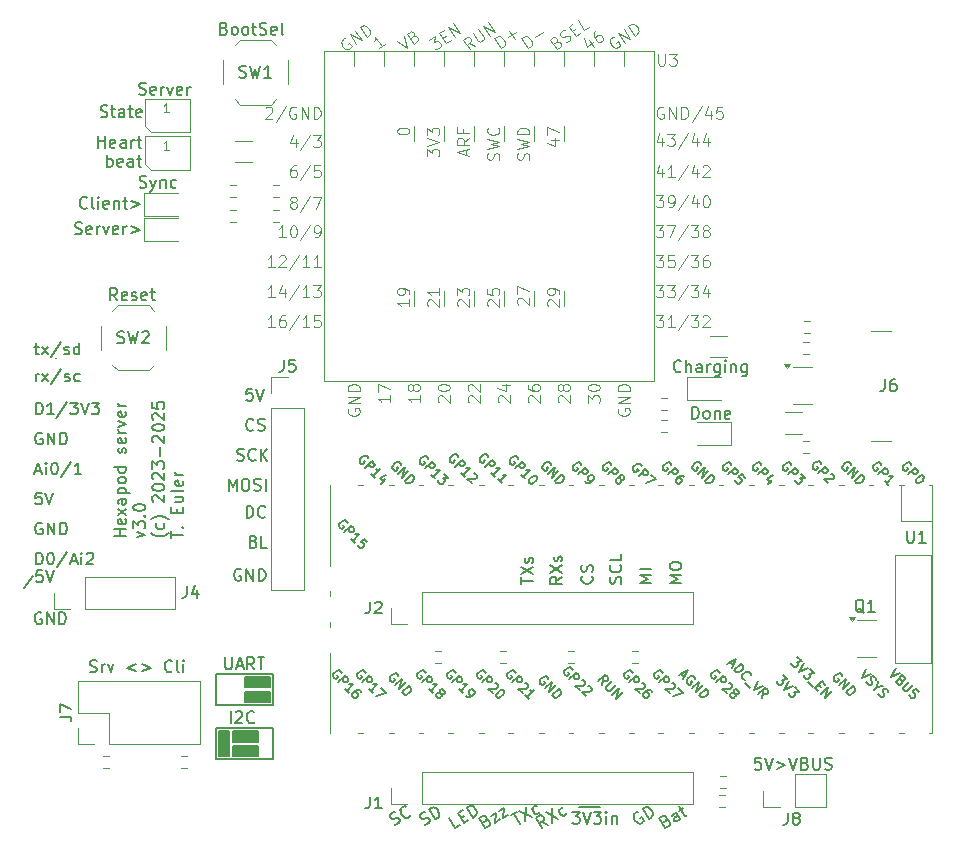
<source format=gbr>
%TF.GenerationSoftware,KiCad,Pcbnew,9.0.1*%
%TF.CreationDate,2025-04-18T18:57:09+02:00*%
%TF.ProjectId,hexapod2_cli,68657861-706f-4643-925f-636c692e6b69,rev?*%
%TF.SameCoordinates,Original*%
%TF.FileFunction,Legend,Top*%
%TF.FilePolarity,Positive*%
%FSLAX46Y46*%
G04 Gerber Fmt 4.6, Leading zero omitted, Abs format (unit mm)*
G04 Created by KiCad (PCBNEW 9.0.1) date 2025-04-18 18:57:09*
%MOMM*%
%LPD*%
G01*
G04 APERTURE LIST*
%ADD10C,0.150000*%
%ADD11C,0.025400*%
%ADD12C,0.120000*%
%ADD13C,0.100000*%
G04 APERTURE END LIST*
D10*
X99314000Y-107442000D02*
X100076000Y-106426000D01*
D11*
X101995200Y-87929800D02*
X102020600Y-87929800D01*
D10*
X117046375Y-120777000D02*
X119173625Y-120777000D01*
X119173625Y-121666000D01*
X117046375Y-121666000D01*
X117046375Y-120777000D01*
G36*
X117046375Y-120777000D02*
G01*
X119173625Y-120777000D01*
X119173625Y-121666000D01*
X117046375Y-121666000D01*
X117046375Y-120777000D01*
G37*
D11*
X101995200Y-93009800D02*
X102020600Y-93009800D01*
D10*
X115824000Y-119538750D02*
X116713000Y-119538750D01*
X116713000Y-121666000D01*
X115824000Y-121666000D01*
X115824000Y-119538750D01*
G36*
X115824000Y-119538750D02*
G01*
X116713000Y-119538750D01*
X116713000Y-121666000D01*
X115824000Y-121666000D01*
X115824000Y-119538750D01*
G37*
X117046375Y-119570500D02*
X119173625Y-119570500D01*
X119173625Y-120459500D01*
X117046375Y-120459500D01*
X117046375Y-119570500D01*
G36*
X117046375Y-119570500D02*
G01*
X119173625Y-119570500D01*
X119173625Y-120459500D01*
X117046375Y-120459500D01*
X117046375Y-119570500D01*
G37*
X118014750Y-114935000D02*
X120142000Y-114935000D01*
X120142000Y-115824000D01*
X118014750Y-115824000D01*
X118014750Y-114935000D01*
G36*
X118014750Y-114935000D02*
G01*
X120142000Y-114935000D01*
X120142000Y-115824000D01*
X118014750Y-115824000D01*
X118014750Y-114935000D01*
G37*
X115570000Y-114681000D02*
X120396000Y-114681000D01*
X120396000Y-117348000D01*
X115570000Y-117348000D01*
X115570000Y-114681000D01*
X146304000Y-125984000D02*
X148082000Y-125984000D01*
X115570000Y-119253000D02*
X120396000Y-119253000D01*
X120396000Y-121920000D01*
X115570000Y-121920000D01*
X115570000Y-119253000D01*
X118014750Y-116205000D02*
X120142000Y-116205000D01*
X120142000Y-117094000D01*
X118014750Y-117094000D01*
X118014750Y-116205000D01*
G36*
X118014750Y-116205000D02*
G01*
X120142000Y-116205000D01*
X120142000Y-117094000D01*
X118014750Y-117094000D01*
X118014750Y-116205000D01*
G37*
X130717520Y-127463440D02*
X130865047Y-127433251D01*
X130865047Y-127433251D02*
X131071244Y-127314203D01*
X131071244Y-127314203D02*
X131129913Y-127225345D01*
X131129913Y-127225345D02*
X131147342Y-127160296D01*
X131147342Y-127160296D02*
X131140963Y-127054008D01*
X131140963Y-127054008D02*
X131093344Y-126971529D01*
X131093344Y-126971529D02*
X131004485Y-126912860D01*
X131004485Y-126912860D02*
X130939436Y-126895430D01*
X130939436Y-126895430D02*
X130833148Y-126901810D01*
X130833148Y-126901810D02*
X130644382Y-126955809D01*
X130644382Y-126955809D02*
X130538093Y-126962189D01*
X130538093Y-126962189D02*
X130473045Y-126944759D01*
X130473045Y-126944759D02*
X130384186Y-126886090D01*
X130384186Y-126886090D02*
X130336567Y-126803611D01*
X130336567Y-126803611D02*
X130330187Y-126697323D01*
X130330187Y-126697323D02*
X130347617Y-126632274D01*
X130347617Y-126632274D02*
X130406286Y-126543416D01*
X130406286Y-126543416D02*
X130612483Y-126424368D01*
X130612483Y-126424368D02*
X130760010Y-126394179D01*
X132054607Y-126636486D02*
X132037177Y-126701535D01*
X132037177Y-126701535D02*
X131937269Y-126814203D01*
X131937269Y-126814203D02*
X131854790Y-126861822D01*
X131854790Y-126861822D02*
X131707263Y-126892011D01*
X131707263Y-126892011D02*
X131577165Y-126857152D01*
X131577165Y-126857152D02*
X131488307Y-126798483D01*
X131488307Y-126798483D02*
X131351830Y-126657335D01*
X131351830Y-126657335D02*
X131280401Y-126533617D01*
X131280401Y-126533617D02*
X131226402Y-126344850D01*
X131226402Y-126344850D02*
X131220022Y-126238562D01*
X131220022Y-126238562D02*
X131254882Y-126108465D01*
X131254882Y-126108465D02*
X131354790Y-125995797D01*
X131354790Y-125995797D02*
X131437269Y-125948178D01*
X131437269Y-125948178D02*
X131584796Y-125917989D01*
X131584796Y-125917989D02*
X131649845Y-125935418D01*
X118780112Y-103486009D02*
X118922969Y-103533628D01*
X118922969Y-103533628D02*
X118970588Y-103581247D01*
X118970588Y-103581247D02*
X119018207Y-103676485D01*
X119018207Y-103676485D02*
X119018207Y-103819342D01*
X119018207Y-103819342D02*
X118970588Y-103914580D01*
X118970588Y-103914580D02*
X118922969Y-103962200D01*
X118922969Y-103962200D02*
X118827731Y-104009819D01*
X118827731Y-104009819D02*
X118446779Y-104009819D01*
X118446779Y-104009819D02*
X118446779Y-103009819D01*
X118446779Y-103009819D02*
X118780112Y-103009819D01*
X118780112Y-103009819D02*
X118875350Y-103057438D01*
X118875350Y-103057438D02*
X118922969Y-103105057D01*
X118922969Y-103105057D02*
X118970588Y-103200295D01*
X118970588Y-103200295D02*
X118970588Y-103295533D01*
X118970588Y-103295533D02*
X118922969Y-103390771D01*
X118922969Y-103390771D02*
X118875350Y-103438390D01*
X118875350Y-103438390D02*
X118780112Y-103486009D01*
X118780112Y-103486009D02*
X118446779Y-103486009D01*
X119922969Y-104009819D02*
X119446779Y-104009819D01*
X119446779Y-104009819D02*
X119446779Y-103009819D01*
X109090124Y-65608200D02*
X109232981Y-65655819D01*
X109232981Y-65655819D02*
X109471076Y-65655819D01*
X109471076Y-65655819D02*
X109566314Y-65608200D01*
X109566314Y-65608200D02*
X109613933Y-65560580D01*
X109613933Y-65560580D02*
X109661552Y-65465342D01*
X109661552Y-65465342D02*
X109661552Y-65370104D01*
X109661552Y-65370104D02*
X109613933Y-65274866D01*
X109613933Y-65274866D02*
X109566314Y-65227247D01*
X109566314Y-65227247D02*
X109471076Y-65179628D01*
X109471076Y-65179628D02*
X109280600Y-65132009D01*
X109280600Y-65132009D02*
X109185362Y-65084390D01*
X109185362Y-65084390D02*
X109137743Y-65036771D01*
X109137743Y-65036771D02*
X109090124Y-64941533D01*
X109090124Y-64941533D02*
X109090124Y-64846295D01*
X109090124Y-64846295D02*
X109137743Y-64751057D01*
X109137743Y-64751057D02*
X109185362Y-64703438D01*
X109185362Y-64703438D02*
X109280600Y-64655819D01*
X109280600Y-64655819D02*
X109518695Y-64655819D01*
X109518695Y-64655819D02*
X109661552Y-64703438D01*
X110471076Y-65608200D02*
X110375838Y-65655819D01*
X110375838Y-65655819D02*
X110185362Y-65655819D01*
X110185362Y-65655819D02*
X110090124Y-65608200D01*
X110090124Y-65608200D02*
X110042505Y-65512961D01*
X110042505Y-65512961D02*
X110042505Y-65132009D01*
X110042505Y-65132009D02*
X110090124Y-65036771D01*
X110090124Y-65036771D02*
X110185362Y-64989152D01*
X110185362Y-64989152D02*
X110375838Y-64989152D01*
X110375838Y-64989152D02*
X110471076Y-65036771D01*
X110471076Y-65036771D02*
X110518695Y-65132009D01*
X110518695Y-65132009D02*
X110518695Y-65227247D01*
X110518695Y-65227247D02*
X110042505Y-65322485D01*
X110947267Y-65655819D02*
X110947267Y-64989152D01*
X110947267Y-65179628D02*
X110994886Y-65084390D01*
X110994886Y-65084390D02*
X111042505Y-65036771D01*
X111042505Y-65036771D02*
X111137743Y-64989152D01*
X111137743Y-64989152D02*
X111232981Y-64989152D01*
X111471077Y-64989152D02*
X111709172Y-65655819D01*
X111709172Y-65655819D02*
X111947267Y-64989152D01*
X112709172Y-65608200D02*
X112613934Y-65655819D01*
X112613934Y-65655819D02*
X112423458Y-65655819D01*
X112423458Y-65655819D02*
X112328220Y-65608200D01*
X112328220Y-65608200D02*
X112280601Y-65512961D01*
X112280601Y-65512961D02*
X112280601Y-65132009D01*
X112280601Y-65132009D02*
X112328220Y-65036771D01*
X112328220Y-65036771D02*
X112423458Y-64989152D01*
X112423458Y-64989152D02*
X112613934Y-64989152D01*
X112613934Y-64989152D02*
X112709172Y-65036771D01*
X112709172Y-65036771D02*
X112756791Y-65132009D01*
X112756791Y-65132009D02*
X112756791Y-65227247D01*
X112756791Y-65227247D02*
X112280601Y-65322485D01*
X113185363Y-65655819D02*
X113185363Y-64989152D01*
X113185363Y-65179628D02*
X113232982Y-65084390D01*
X113232982Y-65084390D02*
X113280601Y-65036771D01*
X113280601Y-65036771D02*
X113375839Y-64989152D01*
X113375839Y-64989152D02*
X113471077Y-64989152D01*
X117700588Y-105851438D02*
X117605350Y-105803819D01*
X117605350Y-105803819D02*
X117462493Y-105803819D01*
X117462493Y-105803819D02*
X117319636Y-105851438D01*
X117319636Y-105851438D02*
X117224398Y-105946676D01*
X117224398Y-105946676D02*
X117176779Y-106041914D01*
X117176779Y-106041914D02*
X117129160Y-106232390D01*
X117129160Y-106232390D02*
X117129160Y-106375247D01*
X117129160Y-106375247D02*
X117176779Y-106565723D01*
X117176779Y-106565723D02*
X117224398Y-106660961D01*
X117224398Y-106660961D02*
X117319636Y-106756200D01*
X117319636Y-106756200D02*
X117462493Y-106803819D01*
X117462493Y-106803819D02*
X117557731Y-106803819D01*
X117557731Y-106803819D02*
X117700588Y-106756200D01*
X117700588Y-106756200D02*
X117748207Y-106708580D01*
X117748207Y-106708580D02*
X117748207Y-106375247D01*
X117748207Y-106375247D02*
X117557731Y-106375247D01*
X118176779Y-106803819D02*
X118176779Y-105803819D01*
X118176779Y-105803819D02*
X118748207Y-106803819D01*
X118748207Y-106803819D02*
X118748207Y-105803819D01*
X119224398Y-106803819D02*
X119224398Y-105803819D01*
X119224398Y-105803819D02*
X119462493Y-105803819D01*
X119462493Y-105803819D02*
X119605350Y-105851438D01*
X119605350Y-105851438D02*
X119700588Y-105946676D01*
X119700588Y-105946676D02*
X119748207Y-106041914D01*
X119748207Y-106041914D02*
X119795826Y-106232390D01*
X119795826Y-106232390D02*
X119795826Y-106375247D01*
X119795826Y-106375247D02*
X119748207Y-106565723D01*
X119748207Y-106565723D02*
X119700588Y-106660961D01*
X119700588Y-106660961D02*
X119605350Y-106756200D01*
X119605350Y-106756200D02*
X119462493Y-106803819D01*
X119462493Y-106803819D02*
X119224398Y-106803819D01*
X100826969Y-99347219D02*
X100350779Y-99347219D01*
X100350779Y-99347219D02*
X100303160Y-99823409D01*
X100303160Y-99823409D02*
X100350779Y-99775790D01*
X100350779Y-99775790D02*
X100446017Y-99728171D01*
X100446017Y-99728171D02*
X100684112Y-99728171D01*
X100684112Y-99728171D02*
X100779350Y-99775790D01*
X100779350Y-99775790D02*
X100826969Y-99823409D01*
X100826969Y-99823409D02*
X100874588Y-99918647D01*
X100874588Y-99918647D02*
X100874588Y-100156742D01*
X100874588Y-100156742D02*
X100826969Y-100251980D01*
X100826969Y-100251980D02*
X100779350Y-100299600D01*
X100779350Y-100299600D02*
X100684112Y-100347219D01*
X100684112Y-100347219D02*
X100446017Y-100347219D01*
X100446017Y-100347219D02*
X100350779Y-100299600D01*
X100350779Y-100299600D02*
X100303160Y-100251980D01*
X101160303Y-99347219D02*
X101493636Y-100347219D01*
X101493636Y-100347219D02*
X101826969Y-99347219D01*
X105613410Y-70141875D02*
X105613410Y-69141875D01*
X105613410Y-69618065D02*
X106184838Y-69618065D01*
X106184838Y-70141875D02*
X106184838Y-69141875D01*
X107041981Y-70094256D02*
X106946743Y-70141875D01*
X106946743Y-70141875D02*
X106756267Y-70141875D01*
X106756267Y-70141875D02*
X106661029Y-70094256D01*
X106661029Y-70094256D02*
X106613410Y-69999017D01*
X106613410Y-69999017D02*
X106613410Y-69618065D01*
X106613410Y-69618065D02*
X106661029Y-69522827D01*
X106661029Y-69522827D02*
X106756267Y-69475208D01*
X106756267Y-69475208D02*
X106946743Y-69475208D01*
X106946743Y-69475208D02*
X107041981Y-69522827D01*
X107041981Y-69522827D02*
X107089600Y-69618065D01*
X107089600Y-69618065D02*
X107089600Y-69713303D01*
X107089600Y-69713303D02*
X106613410Y-69808541D01*
X107946743Y-70141875D02*
X107946743Y-69618065D01*
X107946743Y-69618065D02*
X107899124Y-69522827D01*
X107899124Y-69522827D02*
X107803886Y-69475208D01*
X107803886Y-69475208D02*
X107613410Y-69475208D01*
X107613410Y-69475208D02*
X107518172Y-69522827D01*
X107946743Y-70094256D02*
X107851505Y-70141875D01*
X107851505Y-70141875D02*
X107613410Y-70141875D01*
X107613410Y-70141875D02*
X107518172Y-70094256D01*
X107518172Y-70094256D02*
X107470553Y-69999017D01*
X107470553Y-69999017D02*
X107470553Y-69903779D01*
X107470553Y-69903779D02*
X107518172Y-69808541D01*
X107518172Y-69808541D02*
X107613410Y-69760922D01*
X107613410Y-69760922D02*
X107851505Y-69760922D01*
X107851505Y-69760922D02*
X107946743Y-69713303D01*
X108422934Y-70141875D02*
X108422934Y-69475208D01*
X108422934Y-69665684D02*
X108470553Y-69570446D01*
X108470553Y-69570446D02*
X108518172Y-69522827D01*
X108518172Y-69522827D02*
X108613410Y-69475208D01*
X108613410Y-69475208D02*
X108708648Y-69475208D01*
X108899125Y-69475208D02*
X109280077Y-69475208D01*
X109041982Y-69141875D02*
X109041982Y-69999017D01*
X109041982Y-69999017D02*
X109089601Y-70094256D01*
X109089601Y-70094256D02*
X109184839Y-70141875D01*
X109184839Y-70141875D02*
X109280077Y-70141875D01*
X106375315Y-71751819D02*
X106375315Y-70751819D01*
X106375315Y-71132771D02*
X106470553Y-71085152D01*
X106470553Y-71085152D02*
X106661029Y-71085152D01*
X106661029Y-71085152D02*
X106756267Y-71132771D01*
X106756267Y-71132771D02*
X106803886Y-71180390D01*
X106803886Y-71180390D02*
X106851505Y-71275628D01*
X106851505Y-71275628D02*
X106851505Y-71561342D01*
X106851505Y-71561342D02*
X106803886Y-71656580D01*
X106803886Y-71656580D02*
X106756267Y-71704200D01*
X106756267Y-71704200D02*
X106661029Y-71751819D01*
X106661029Y-71751819D02*
X106470553Y-71751819D01*
X106470553Y-71751819D02*
X106375315Y-71704200D01*
X107661029Y-71704200D02*
X107565791Y-71751819D01*
X107565791Y-71751819D02*
X107375315Y-71751819D01*
X107375315Y-71751819D02*
X107280077Y-71704200D01*
X107280077Y-71704200D02*
X107232458Y-71608961D01*
X107232458Y-71608961D02*
X107232458Y-71228009D01*
X107232458Y-71228009D02*
X107280077Y-71132771D01*
X107280077Y-71132771D02*
X107375315Y-71085152D01*
X107375315Y-71085152D02*
X107565791Y-71085152D01*
X107565791Y-71085152D02*
X107661029Y-71132771D01*
X107661029Y-71132771D02*
X107708648Y-71228009D01*
X107708648Y-71228009D02*
X107708648Y-71323247D01*
X107708648Y-71323247D02*
X107232458Y-71418485D01*
X108565791Y-71751819D02*
X108565791Y-71228009D01*
X108565791Y-71228009D02*
X108518172Y-71132771D01*
X108518172Y-71132771D02*
X108422934Y-71085152D01*
X108422934Y-71085152D02*
X108232458Y-71085152D01*
X108232458Y-71085152D02*
X108137220Y-71132771D01*
X108565791Y-71704200D02*
X108470553Y-71751819D01*
X108470553Y-71751819D02*
X108232458Y-71751819D01*
X108232458Y-71751819D02*
X108137220Y-71704200D01*
X108137220Y-71704200D02*
X108089601Y-71608961D01*
X108089601Y-71608961D02*
X108089601Y-71513723D01*
X108089601Y-71513723D02*
X108137220Y-71418485D01*
X108137220Y-71418485D02*
X108232458Y-71370866D01*
X108232458Y-71370866D02*
X108470553Y-71370866D01*
X108470553Y-71370866D02*
X108565791Y-71323247D01*
X108899125Y-71085152D02*
X109280077Y-71085152D01*
X109041982Y-70751819D02*
X109041982Y-71608961D01*
X109041982Y-71608961D02*
X109089601Y-71704200D01*
X109089601Y-71704200D02*
X109184839Y-71751819D01*
X109184839Y-71751819D02*
X109280077Y-71751819D01*
X155911779Y-93087819D02*
X155911779Y-92087819D01*
X155911779Y-92087819D02*
X156149874Y-92087819D01*
X156149874Y-92087819D02*
X156292731Y-92135438D01*
X156292731Y-92135438D02*
X156387969Y-92230676D01*
X156387969Y-92230676D02*
X156435588Y-92325914D01*
X156435588Y-92325914D02*
X156483207Y-92516390D01*
X156483207Y-92516390D02*
X156483207Y-92659247D01*
X156483207Y-92659247D02*
X156435588Y-92849723D01*
X156435588Y-92849723D02*
X156387969Y-92944961D01*
X156387969Y-92944961D02*
X156292731Y-93040200D01*
X156292731Y-93040200D02*
X156149874Y-93087819D01*
X156149874Y-93087819D02*
X155911779Y-93087819D01*
X157054636Y-93087819D02*
X156959398Y-93040200D01*
X156959398Y-93040200D02*
X156911779Y-92992580D01*
X156911779Y-92992580D02*
X156864160Y-92897342D01*
X156864160Y-92897342D02*
X156864160Y-92611628D01*
X156864160Y-92611628D02*
X156911779Y-92516390D01*
X156911779Y-92516390D02*
X156959398Y-92468771D01*
X156959398Y-92468771D02*
X157054636Y-92421152D01*
X157054636Y-92421152D02*
X157197493Y-92421152D01*
X157197493Y-92421152D02*
X157292731Y-92468771D01*
X157292731Y-92468771D02*
X157340350Y-92516390D01*
X157340350Y-92516390D02*
X157387969Y-92611628D01*
X157387969Y-92611628D02*
X157387969Y-92897342D01*
X157387969Y-92897342D02*
X157340350Y-92992580D01*
X157340350Y-92992580D02*
X157292731Y-93040200D01*
X157292731Y-93040200D02*
X157197493Y-93087819D01*
X157197493Y-93087819D02*
X157054636Y-93087819D01*
X157816541Y-92421152D02*
X157816541Y-93087819D01*
X157816541Y-92516390D02*
X157864160Y-92468771D01*
X157864160Y-92468771D02*
X157959398Y-92421152D01*
X157959398Y-92421152D02*
X158102255Y-92421152D01*
X158102255Y-92421152D02*
X158197493Y-92468771D01*
X158197493Y-92468771D02*
X158245112Y-92564009D01*
X158245112Y-92564009D02*
X158245112Y-93087819D01*
X159102255Y-93040200D02*
X159007017Y-93087819D01*
X159007017Y-93087819D02*
X158816541Y-93087819D01*
X158816541Y-93087819D02*
X158721303Y-93040200D01*
X158721303Y-93040200D02*
X158673684Y-92944961D01*
X158673684Y-92944961D02*
X158673684Y-92564009D01*
X158673684Y-92564009D02*
X158721303Y-92468771D01*
X158721303Y-92468771D02*
X158816541Y-92421152D01*
X158816541Y-92421152D02*
X159007017Y-92421152D01*
X159007017Y-92421152D02*
X159102255Y-92468771D01*
X159102255Y-92468771D02*
X159149874Y-92564009D01*
X159149874Y-92564009D02*
X159149874Y-92659247D01*
X159149874Y-92659247D02*
X158673684Y-92754485D01*
X103667160Y-77419200D02*
X103810017Y-77466819D01*
X103810017Y-77466819D02*
X104048112Y-77466819D01*
X104048112Y-77466819D02*
X104143350Y-77419200D01*
X104143350Y-77419200D02*
X104190969Y-77371580D01*
X104190969Y-77371580D02*
X104238588Y-77276342D01*
X104238588Y-77276342D02*
X104238588Y-77181104D01*
X104238588Y-77181104D02*
X104190969Y-77085866D01*
X104190969Y-77085866D02*
X104143350Y-77038247D01*
X104143350Y-77038247D02*
X104048112Y-76990628D01*
X104048112Y-76990628D02*
X103857636Y-76943009D01*
X103857636Y-76943009D02*
X103762398Y-76895390D01*
X103762398Y-76895390D02*
X103714779Y-76847771D01*
X103714779Y-76847771D02*
X103667160Y-76752533D01*
X103667160Y-76752533D02*
X103667160Y-76657295D01*
X103667160Y-76657295D02*
X103714779Y-76562057D01*
X103714779Y-76562057D02*
X103762398Y-76514438D01*
X103762398Y-76514438D02*
X103857636Y-76466819D01*
X103857636Y-76466819D02*
X104095731Y-76466819D01*
X104095731Y-76466819D02*
X104238588Y-76514438D01*
X105048112Y-77419200D02*
X104952874Y-77466819D01*
X104952874Y-77466819D02*
X104762398Y-77466819D01*
X104762398Y-77466819D02*
X104667160Y-77419200D01*
X104667160Y-77419200D02*
X104619541Y-77323961D01*
X104619541Y-77323961D02*
X104619541Y-76943009D01*
X104619541Y-76943009D02*
X104667160Y-76847771D01*
X104667160Y-76847771D02*
X104762398Y-76800152D01*
X104762398Y-76800152D02*
X104952874Y-76800152D01*
X104952874Y-76800152D02*
X105048112Y-76847771D01*
X105048112Y-76847771D02*
X105095731Y-76943009D01*
X105095731Y-76943009D02*
X105095731Y-77038247D01*
X105095731Y-77038247D02*
X104619541Y-77133485D01*
X105524303Y-77466819D02*
X105524303Y-76800152D01*
X105524303Y-76990628D02*
X105571922Y-76895390D01*
X105571922Y-76895390D02*
X105619541Y-76847771D01*
X105619541Y-76847771D02*
X105714779Y-76800152D01*
X105714779Y-76800152D02*
X105810017Y-76800152D01*
X106048113Y-76800152D02*
X106286208Y-77466819D01*
X106286208Y-77466819D02*
X106524303Y-76800152D01*
X107286208Y-77419200D02*
X107190970Y-77466819D01*
X107190970Y-77466819D02*
X107000494Y-77466819D01*
X107000494Y-77466819D02*
X106905256Y-77419200D01*
X106905256Y-77419200D02*
X106857637Y-77323961D01*
X106857637Y-77323961D02*
X106857637Y-76943009D01*
X106857637Y-76943009D02*
X106905256Y-76847771D01*
X106905256Y-76847771D02*
X107000494Y-76800152D01*
X107000494Y-76800152D02*
X107190970Y-76800152D01*
X107190970Y-76800152D02*
X107286208Y-76847771D01*
X107286208Y-76847771D02*
X107333827Y-76943009D01*
X107333827Y-76943009D02*
X107333827Y-77038247D01*
X107333827Y-77038247D02*
X106857637Y-77133485D01*
X107762399Y-77466819D02*
X107762399Y-76800152D01*
X107762399Y-76990628D02*
X107810018Y-76895390D01*
X107810018Y-76895390D02*
X107857637Y-76847771D01*
X107857637Y-76847771D02*
X107952875Y-76800152D01*
X107952875Y-76800152D02*
X108048113Y-76800152D01*
X108381447Y-76800152D02*
X109143352Y-77085866D01*
X109143352Y-77085866D02*
X108381447Y-77371580D01*
X100888969Y-105930819D02*
X100412779Y-105930819D01*
X100412779Y-105930819D02*
X100365160Y-106407009D01*
X100365160Y-106407009D02*
X100412779Y-106359390D01*
X100412779Y-106359390D02*
X100508017Y-106311771D01*
X100508017Y-106311771D02*
X100746112Y-106311771D01*
X100746112Y-106311771D02*
X100841350Y-106359390D01*
X100841350Y-106359390D02*
X100888969Y-106407009D01*
X100888969Y-106407009D02*
X100936588Y-106502247D01*
X100936588Y-106502247D02*
X100936588Y-106740342D01*
X100936588Y-106740342D02*
X100888969Y-106835580D01*
X100888969Y-106835580D02*
X100841350Y-106883200D01*
X100841350Y-106883200D02*
X100746112Y-106930819D01*
X100746112Y-106930819D02*
X100508017Y-106930819D01*
X100508017Y-106930819D02*
X100412779Y-106883200D01*
X100412779Y-106883200D02*
X100365160Y-106835580D01*
X101222303Y-105930819D02*
X101555636Y-106930819D01*
X101555636Y-106930819D02*
X101888969Y-105930819D01*
X155001819Y-106998620D02*
X154001819Y-106998620D01*
X154001819Y-106998620D02*
X154716104Y-106665287D01*
X154716104Y-106665287D02*
X154001819Y-106331954D01*
X154001819Y-106331954D02*
X155001819Y-106331954D01*
X154001819Y-105665287D02*
X154001819Y-105474811D01*
X154001819Y-105474811D02*
X154049438Y-105379573D01*
X154049438Y-105379573D02*
X154144676Y-105284335D01*
X154144676Y-105284335D02*
X154335152Y-105236716D01*
X154335152Y-105236716D02*
X154668485Y-105236716D01*
X154668485Y-105236716D02*
X154858961Y-105284335D01*
X154858961Y-105284335D02*
X154954200Y-105379573D01*
X154954200Y-105379573D02*
X155001819Y-105474811D01*
X155001819Y-105474811D02*
X155001819Y-105665287D01*
X155001819Y-105665287D02*
X154954200Y-105760525D01*
X154954200Y-105760525D02*
X154858961Y-105855763D01*
X154858961Y-105855763D02*
X154668485Y-105903382D01*
X154668485Y-105903382D02*
X154335152Y-105903382D01*
X154335152Y-105903382D02*
X154144676Y-105855763D01*
X154144676Y-105855763D02*
X154049438Y-105760525D01*
X154049438Y-105760525D02*
X154001819Y-105665287D01*
X118764207Y-94008580D02*
X118716588Y-94056200D01*
X118716588Y-94056200D02*
X118573731Y-94103819D01*
X118573731Y-94103819D02*
X118478493Y-94103819D01*
X118478493Y-94103819D02*
X118335636Y-94056200D01*
X118335636Y-94056200D02*
X118240398Y-93960961D01*
X118240398Y-93960961D02*
X118192779Y-93865723D01*
X118192779Y-93865723D02*
X118145160Y-93675247D01*
X118145160Y-93675247D02*
X118145160Y-93532390D01*
X118145160Y-93532390D02*
X118192779Y-93341914D01*
X118192779Y-93341914D02*
X118240398Y-93246676D01*
X118240398Y-93246676D02*
X118335636Y-93151438D01*
X118335636Y-93151438D02*
X118478493Y-93103819D01*
X118478493Y-93103819D02*
X118573731Y-93103819D01*
X118573731Y-93103819D02*
X118716588Y-93151438D01*
X118716588Y-93151438D02*
X118764207Y-93199057D01*
X119145160Y-94056200D02*
X119288017Y-94103819D01*
X119288017Y-94103819D02*
X119526112Y-94103819D01*
X119526112Y-94103819D02*
X119621350Y-94056200D01*
X119621350Y-94056200D02*
X119668969Y-94008580D01*
X119668969Y-94008580D02*
X119716588Y-93913342D01*
X119716588Y-93913342D02*
X119716588Y-93818104D01*
X119716588Y-93818104D02*
X119668969Y-93722866D01*
X119668969Y-93722866D02*
X119621350Y-93675247D01*
X119621350Y-93675247D02*
X119526112Y-93627628D01*
X119526112Y-93627628D02*
X119335636Y-93580009D01*
X119335636Y-93580009D02*
X119240398Y-93532390D01*
X119240398Y-93532390D02*
X119192779Y-93484771D01*
X119192779Y-93484771D02*
X119145160Y-93389533D01*
X119145160Y-93389533D02*
X119145160Y-93294295D01*
X119145160Y-93294295D02*
X119192779Y-93199057D01*
X119192779Y-93199057D02*
X119240398Y-93151438D01*
X119240398Y-93151438D02*
X119335636Y-93103819D01*
X119335636Y-93103819D02*
X119573731Y-93103819D01*
X119573731Y-93103819D02*
X119716588Y-93151438D01*
X145761316Y-126377819D02*
X146380363Y-126377819D01*
X146380363Y-126377819D02*
X146047030Y-126758771D01*
X146047030Y-126758771D02*
X146189887Y-126758771D01*
X146189887Y-126758771D02*
X146285125Y-126806390D01*
X146285125Y-126806390D02*
X146332744Y-126854009D01*
X146332744Y-126854009D02*
X146380363Y-126949247D01*
X146380363Y-126949247D02*
X146380363Y-127187342D01*
X146380363Y-127187342D02*
X146332744Y-127282580D01*
X146332744Y-127282580D02*
X146285125Y-127330200D01*
X146285125Y-127330200D02*
X146189887Y-127377819D01*
X146189887Y-127377819D02*
X145904173Y-127377819D01*
X145904173Y-127377819D02*
X145808935Y-127330200D01*
X145808935Y-127330200D02*
X145761316Y-127282580D01*
X146666078Y-126377819D02*
X146999411Y-127377819D01*
X146999411Y-127377819D02*
X147332744Y-126377819D01*
X147570840Y-126377819D02*
X148189887Y-126377819D01*
X148189887Y-126377819D02*
X147856554Y-126758771D01*
X147856554Y-126758771D02*
X147999411Y-126758771D01*
X147999411Y-126758771D02*
X148094649Y-126806390D01*
X148094649Y-126806390D02*
X148142268Y-126854009D01*
X148142268Y-126854009D02*
X148189887Y-126949247D01*
X148189887Y-126949247D02*
X148189887Y-127187342D01*
X148189887Y-127187342D02*
X148142268Y-127282580D01*
X148142268Y-127282580D02*
X148094649Y-127330200D01*
X148094649Y-127330200D02*
X147999411Y-127377819D01*
X147999411Y-127377819D02*
X147713697Y-127377819D01*
X147713697Y-127377819D02*
X147618459Y-127330200D01*
X147618459Y-127330200D02*
X147570840Y-127282580D01*
X148618459Y-127377819D02*
X148618459Y-126711152D01*
X148618459Y-126377819D02*
X148570840Y-126425438D01*
X148570840Y-126425438D02*
X148618459Y-126473057D01*
X148618459Y-126473057D02*
X148666078Y-126425438D01*
X148666078Y-126425438D02*
X148618459Y-126377819D01*
X148618459Y-126377819D02*
X148618459Y-126473057D01*
X149094649Y-126711152D02*
X149094649Y-127377819D01*
X149094649Y-126806390D02*
X149142268Y-126758771D01*
X149142268Y-126758771D02*
X149237506Y-126711152D01*
X149237506Y-126711152D02*
X149380363Y-126711152D01*
X149380363Y-126711152D02*
X149475601Y-126758771D01*
X149475601Y-126758771D02*
X149523220Y-126854009D01*
X149523220Y-126854009D02*
X149523220Y-127377819D01*
X136274961Y-127496775D02*
X135862568Y-127734870D01*
X135862568Y-127734870D02*
X135362568Y-126868844D01*
X136301732Y-126876476D02*
X136590407Y-126709809D01*
X136976030Y-127092013D02*
X136563637Y-127330108D01*
X136563637Y-127330108D02*
X136063637Y-126464082D01*
X136063637Y-126464082D02*
X136476030Y-126225987D01*
X137347184Y-126877727D02*
X136847184Y-126011701D01*
X136847184Y-126011701D02*
X137053380Y-125892654D01*
X137053380Y-125892654D02*
X137200908Y-125862465D01*
X137200908Y-125862465D02*
X137331005Y-125897324D01*
X137331005Y-125897324D02*
X137419864Y-125955993D01*
X137419864Y-125955993D02*
X137556341Y-126097141D01*
X137556341Y-126097141D02*
X137627770Y-126220859D01*
X137627770Y-126220859D02*
X137681768Y-126409626D01*
X137681768Y-126409626D02*
X137688148Y-126515914D01*
X137688148Y-126515914D02*
X137653289Y-126646011D01*
X137653289Y-126646011D02*
X137553380Y-126758679D01*
X137553380Y-126758679D02*
X137347184Y-126877727D01*
X100207922Y-86980552D02*
X100588874Y-86980552D01*
X100350779Y-86647219D02*
X100350779Y-87504361D01*
X100350779Y-87504361D02*
X100398398Y-87599600D01*
X100398398Y-87599600D02*
X100493636Y-87647219D01*
X100493636Y-87647219D02*
X100588874Y-87647219D01*
X100826970Y-87647219D02*
X101350779Y-86980552D01*
X100826970Y-86980552D02*
X101350779Y-87647219D01*
X102446017Y-86599600D02*
X101588875Y-87885314D01*
X102731732Y-87599600D02*
X102826970Y-87647219D01*
X102826970Y-87647219D02*
X103017446Y-87647219D01*
X103017446Y-87647219D02*
X103112684Y-87599600D01*
X103112684Y-87599600D02*
X103160303Y-87504361D01*
X103160303Y-87504361D02*
X103160303Y-87456742D01*
X103160303Y-87456742D02*
X103112684Y-87361504D01*
X103112684Y-87361504D02*
X103017446Y-87313885D01*
X103017446Y-87313885D02*
X102874589Y-87313885D01*
X102874589Y-87313885D02*
X102779351Y-87266266D01*
X102779351Y-87266266D02*
X102731732Y-87171028D01*
X102731732Y-87171028D02*
X102731732Y-87123409D01*
X102731732Y-87123409D02*
X102779351Y-87028171D01*
X102779351Y-87028171D02*
X102874589Y-86980552D01*
X102874589Y-86980552D02*
X103017446Y-86980552D01*
X103017446Y-86980552D02*
X103112684Y-87028171D01*
X104017446Y-87647219D02*
X104017446Y-86647219D01*
X104017446Y-87599600D02*
X103922208Y-87647219D01*
X103922208Y-87647219D02*
X103731732Y-87647219D01*
X103731732Y-87647219D02*
X103636494Y-87599600D01*
X103636494Y-87599600D02*
X103588875Y-87551980D01*
X103588875Y-87551980D02*
X103541256Y-87456742D01*
X103541256Y-87456742D02*
X103541256Y-87171028D01*
X103541256Y-87171028D02*
X103588875Y-87075790D01*
X103588875Y-87075790D02*
X103636494Y-87028171D01*
X103636494Y-87028171D02*
X103731732Y-86980552D01*
X103731732Y-86980552D02*
X103922208Y-86980552D01*
X103922208Y-86980552D02*
X104017446Y-87028171D01*
X152461819Y-106998620D02*
X151461819Y-106998620D01*
X151461819Y-106998620D02*
X152176104Y-106665287D01*
X152176104Y-106665287D02*
X151461819Y-106331954D01*
X151461819Y-106331954D02*
X152461819Y-106331954D01*
X152461819Y-105855763D02*
X151461819Y-105855763D01*
X133257520Y-127463440D02*
X133405047Y-127433251D01*
X133405047Y-127433251D02*
X133611244Y-127314203D01*
X133611244Y-127314203D02*
X133669913Y-127225345D01*
X133669913Y-127225345D02*
X133687342Y-127160296D01*
X133687342Y-127160296D02*
X133680963Y-127054008D01*
X133680963Y-127054008D02*
X133633344Y-126971529D01*
X133633344Y-126971529D02*
X133544485Y-126912860D01*
X133544485Y-126912860D02*
X133479436Y-126895430D01*
X133479436Y-126895430D02*
X133373148Y-126901810D01*
X133373148Y-126901810D02*
X133184382Y-126955809D01*
X133184382Y-126955809D02*
X133078093Y-126962189D01*
X133078093Y-126962189D02*
X133013045Y-126944759D01*
X133013045Y-126944759D02*
X132924186Y-126886090D01*
X132924186Y-126886090D02*
X132876567Y-126803611D01*
X132876567Y-126803611D02*
X132870187Y-126697323D01*
X132870187Y-126697323D02*
X132887617Y-126632274D01*
X132887617Y-126632274D02*
X132946286Y-126543416D01*
X132946286Y-126543416D02*
X133152483Y-126424368D01*
X133152483Y-126424368D02*
X133300010Y-126394179D01*
X134147355Y-127004679D02*
X133647355Y-126138654D01*
X133647355Y-126138654D02*
X133853551Y-126019606D01*
X133853551Y-126019606D02*
X134001079Y-125989417D01*
X134001079Y-125989417D02*
X134131176Y-126024277D01*
X134131176Y-126024277D02*
X134220035Y-126082946D01*
X134220035Y-126082946D02*
X134356512Y-126224093D01*
X134356512Y-126224093D02*
X134427940Y-126347811D01*
X134427940Y-126347811D02*
X134481939Y-126536578D01*
X134481939Y-126536578D02*
X134488319Y-126642866D01*
X134488319Y-126642866D02*
X134453459Y-126772964D01*
X134453459Y-126772964D02*
X134353551Y-126885632D01*
X134353551Y-126885632D02*
X134147355Y-127004679D01*
X154959207Y-89055580D02*
X154911588Y-89103200D01*
X154911588Y-89103200D02*
X154768731Y-89150819D01*
X154768731Y-89150819D02*
X154673493Y-89150819D01*
X154673493Y-89150819D02*
X154530636Y-89103200D01*
X154530636Y-89103200D02*
X154435398Y-89007961D01*
X154435398Y-89007961D02*
X154387779Y-88912723D01*
X154387779Y-88912723D02*
X154340160Y-88722247D01*
X154340160Y-88722247D02*
X154340160Y-88579390D01*
X154340160Y-88579390D02*
X154387779Y-88388914D01*
X154387779Y-88388914D02*
X154435398Y-88293676D01*
X154435398Y-88293676D02*
X154530636Y-88198438D01*
X154530636Y-88198438D02*
X154673493Y-88150819D01*
X154673493Y-88150819D02*
X154768731Y-88150819D01*
X154768731Y-88150819D02*
X154911588Y-88198438D01*
X154911588Y-88198438D02*
X154959207Y-88246057D01*
X155387779Y-89150819D02*
X155387779Y-88150819D01*
X155816350Y-89150819D02*
X155816350Y-88627009D01*
X155816350Y-88627009D02*
X155768731Y-88531771D01*
X155768731Y-88531771D02*
X155673493Y-88484152D01*
X155673493Y-88484152D02*
X155530636Y-88484152D01*
X155530636Y-88484152D02*
X155435398Y-88531771D01*
X155435398Y-88531771D02*
X155387779Y-88579390D01*
X156721112Y-89150819D02*
X156721112Y-88627009D01*
X156721112Y-88627009D02*
X156673493Y-88531771D01*
X156673493Y-88531771D02*
X156578255Y-88484152D01*
X156578255Y-88484152D02*
X156387779Y-88484152D01*
X156387779Y-88484152D02*
X156292541Y-88531771D01*
X156721112Y-89103200D02*
X156625874Y-89150819D01*
X156625874Y-89150819D02*
X156387779Y-89150819D01*
X156387779Y-89150819D02*
X156292541Y-89103200D01*
X156292541Y-89103200D02*
X156244922Y-89007961D01*
X156244922Y-89007961D02*
X156244922Y-88912723D01*
X156244922Y-88912723D02*
X156292541Y-88817485D01*
X156292541Y-88817485D02*
X156387779Y-88769866D01*
X156387779Y-88769866D02*
X156625874Y-88769866D01*
X156625874Y-88769866D02*
X156721112Y-88722247D01*
X157197303Y-89150819D02*
X157197303Y-88484152D01*
X157197303Y-88674628D02*
X157244922Y-88579390D01*
X157244922Y-88579390D02*
X157292541Y-88531771D01*
X157292541Y-88531771D02*
X157387779Y-88484152D01*
X157387779Y-88484152D02*
X157483017Y-88484152D01*
X158244922Y-88484152D02*
X158244922Y-89293676D01*
X158244922Y-89293676D02*
X158197303Y-89388914D01*
X158197303Y-89388914D02*
X158149684Y-89436533D01*
X158149684Y-89436533D02*
X158054446Y-89484152D01*
X158054446Y-89484152D02*
X157911589Y-89484152D01*
X157911589Y-89484152D02*
X157816351Y-89436533D01*
X158244922Y-89103200D02*
X158149684Y-89150819D01*
X158149684Y-89150819D02*
X157959208Y-89150819D01*
X157959208Y-89150819D02*
X157863970Y-89103200D01*
X157863970Y-89103200D02*
X157816351Y-89055580D01*
X157816351Y-89055580D02*
X157768732Y-88960342D01*
X157768732Y-88960342D02*
X157768732Y-88674628D01*
X157768732Y-88674628D02*
X157816351Y-88579390D01*
X157816351Y-88579390D02*
X157863970Y-88531771D01*
X157863970Y-88531771D02*
X157959208Y-88484152D01*
X157959208Y-88484152D02*
X158149684Y-88484152D01*
X158149684Y-88484152D02*
X158244922Y-88531771D01*
X158721113Y-89150819D02*
X158721113Y-88484152D01*
X158721113Y-88150819D02*
X158673494Y-88198438D01*
X158673494Y-88198438D02*
X158721113Y-88246057D01*
X158721113Y-88246057D02*
X158768732Y-88198438D01*
X158768732Y-88198438D02*
X158721113Y-88150819D01*
X158721113Y-88150819D02*
X158721113Y-88246057D01*
X159197303Y-88484152D02*
X159197303Y-89150819D01*
X159197303Y-88579390D02*
X159244922Y-88531771D01*
X159244922Y-88531771D02*
X159340160Y-88484152D01*
X159340160Y-88484152D02*
X159483017Y-88484152D01*
X159483017Y-88484152D02*
X159578255Y-88531771D01*
X159578255Y-88531771D02*
X159625874Y-88627009D01*
X159625874Y-88627009D02*
X159625874Y-89150819D01*
X160530636Y-88484152D02*
X160530636Y-89293676D01*
X160530636Y-89293676D02*
X160483017Y-89388914D01*
X160483017Y-89388914D02*
X160435398Y-89436533D01*
X160435398Y-89436533D02*
X160340160Y-89484152D01*
X160340160Y-89484152D02*
X160197303Y-89484152D01*
X160197303Y-89484152D02*
X160102065Y-89436533D01*
X160530636Y-89103200D02*
X160435398Y-89150819D01*
X160435398Y-89150819D02*
X160244922Y-89150819D01*
X160244922Y-89150819D02*
X160149684Y-89103200D01*
X160149684Y-89103200D02*
X160102065Y-89055580D01*
X160102065Y-89055580D02*
X160054446Y-88960342D01*
X160054446Y-88960342D02*
X160054446Y-88674628D01*
X160054446Y-88674628D02*
X160102065Y-88579390D01*
X160102065Y-88579390D02*
X160149684Y-88531771D01*
X160149684Y-88531771D02*
X160244922Y-88484152D01*
X160244922Y-88484152D02*
X160435398Y-88484152D01*
X160435398Y-88484152D02*
X160530636Y-88531771D01*
X104915458Y-114503200D02*
X105058315Y-114550819D01*
X105058315Y-114550819D02*
X105296410Y-114550819D01*
X105296410Y-114550819D02*
X105391648Y-114503200D01*
X105391648Y-114503200D02*
X105439267Y-114455580D01*
X105439267Y-114455580D02*
X105486886Y-114360342D01*
X105486886Y-114360342D02*
X105486886Y-114265104D01*
X105486886Y-114265104D02*
X105439267Y-114169866D01*
X105439267Y-114169866D02*
X105391648Y-114122247D01*
X105391648Y-114122247D02*
X105296410Y-114074628D01*
X105296410Y-114074628D02*
X105105934Y-114027009D01*
X105105934Y-114027009D02*
X105010696Y-113979390D01*
X105010696Y-113979390D02*
X104963077Y-113931771D01*
X104963077Y-113931771D02*
X104915458Y-113836533D01*
X104915458Y-113836533D02*
X104915458Y-113741295D01*
X104915458Y-113741295D02*
X104963077Y-113646057D01*
X104963077Y-113646057D02*
X105010696Y-113598438D01*
X105010696Y-113598438D02*
X105105934Y-113550819D01*
X105105934Y-113550819D02*
X105344029Y-113550819D01*
X105344029Y-113550819D02*
X105486886Y-113598438D01*
X105915458Y-114550819D02*
X105915458Y-113884152D01*
X105915458Y-114074628D02*
X105963077Y-113979390D01*
X105963077Y-113979390D02*
X106010696Y-113931771D01*
X106010696Y-113931771D02*
X106105934Y-113884152D01*
X106105934Y-113884152D02*
X106201172Y-113884152D01*
X106439268Y-113884152D02*
X106677363Y-114550819D01*
X106677363Y-114550819D02*
X106915458Y-113884152D01*
X108820221Y-113884152D02*
X108058316Y-114169866D01*
X108058316Y-114169866D02*
X108820221Y-114455580D01*
X109296411Y-113884152D02*
X110058316Y-114169866D01*
X110058316Y-114169866D02*
X109296411Y-114455580D01*
X111867839Y-114455580D02*
X111820220Y-114503200D01*
X111820220Y-114503200D02*
X111677363Y-114550819D01*
X111677363Y-114550819D02*
X111582125Y-114550819D01*
X111582125Y-114550819D02*
X111439268Y-114503200D01*
X111439268Y-114503200D02*
X111344030Y-114407961D01*
X111344030Y-114407961D02*
X111296411Y-114312723D01*
X111296411Y-114312723D02*
X111248792Y-114122247D01*
X111248792Y-114122247D02*
X111248792Y-113979390D01*
X111248792Y-113979390D02*
X111296411Y-113788914D01*
X111296411Y-113788914D02*
X111344030Y-113693676D01*
X111344030Y-113693676D02*
X111439268Y-113598438D01*
X111439268Y-113598438D02*
X111582125Y-113550819D01*
X111582125Y-113550819D02*
X111677363Y-113550819D01*
X111677363Y-113550819D02*
X111820220Y-113598438D01*
X111820220Y-113598438D02*
X111867839Y-113646057D01*
X112439268Y-114550819D02*
X112344030Y-114503200D01*
X112344030Y-114503200D02*
X112296411Y-114407961D01*
X112296411Y-114407961D02*
X112296411Y-113550819D01*
X112820221Y-114550819D02*
X112820221Y-113884152D01*
X112820221Y-113550819D02*
X112772602Y-113598438D01*
X112772602Y-113598438D02*
X112820221Y-113646057D01*
X112820221Y-113646057D02*
X112867840Y-113598438D01*
X112867840Y-113598438D02*
X112820221Y-113550819D01*
X112820221Y-113550819D02*
X112820221Y-113646057D01*
X147413580Y-106427192D02*
X147461200Y-106474811D01*
X147461200Y-106474811D02*
X147508819Y-106617668D01*
X147508819Y-106617668D02*
X147508819Y-106712906D01*
X147508819Y-106712906D02*
X147461200Y-106855763D01*
X147461200Y-106855763D02*
X147365961Y-106951001D01*
X147365961Y-106951001D02*
X147270723Y-106998620D01*
X147270723Y-106998620D02*
X147080247Y-107046239D01*
X147080247Y-107046239D02*
X146937390Y-107046239D01*
X146937390Y-107046239D02*
X146746914Y-106998620D01*
X146746914Y-106998620D02*
X146651676Y-106951001D01*
X146651676Y-106951001D02*
X146556438Y-106855763D01*
X146556438Y-106855763D02*
X146508819Y-106712906D01*
X146508819Y-106712906D02*
X146508819Y-106617668D01*
X146508819Y-106617668D02*
X146556438Y-106474811D01*
X146556438Y-106474811D02*
X146604057Y-106427192D01*
X147461200Y-106046239D02*
X147508819Y-105903382D01*
X147508819Y-105903382D02*
X147508819Y-105665287D01*
X147508819Y-105665287D02*
X147461200Y-105570049D01*
X147461200Y-105570049D02*
X147413580Y-105522430D01*
X147413580Y-105522430D02*
X147318342Y-105474811D01*
X147318342Y-105474811D02*
X147223104Y-105474811D01*
X147223104Y-105474811D02*
X147127866Y-105522430D01*
X147127866Y-105522430D02*
X147080247Y-105570049D01*
X147080247Y-105570049D02*
X147032628Y-105665287D01*
X147032628Y-105665287D02*
X146985009Y-105855763D01*
X146985009Y-105855763D02*
X146937390Y-105951001D01*
X146937390Y-105951001D02*
X146889771Y-105998620D01*
X146889771Y-105998620D02*
X146794533Y-106046239D01*
X146794533Y-106046239D02*
X146699295Y-106046239D01*
X146699295Y-106046239D02*
X146604057Y-105998620D01*
X146604057Y-105998620D02*
X146556438Y-105951001D01*
X146556438Y-105951001D02*
X146508819Y-105855763D01*
X146508819Y-105855763D02*
X146508819Y-105617668D01*
X146508819Y-105617668D02*
X146556438Y-105474811D01*
X100874588Y-101934838D02*
X100779350Y-101887219D01*
X100779350Y-101887219D02*
X100636493Y-101887219D01*
X100636493Y-101887219D02*
X100493636Y-101934838D01*
X100493636Y-101934838D02*
X100398398Y-102030076D01*
X100398398Y-102030076D02*
X100350779Y-102125314D01*
X100350779Y-102125314D02*
X100303160Y-102315790D01*
X100303160Y-102315790D02*
X100303160Y-102458647D01*
X100303160Y-102458647D02*
X100350779Y-102649123D01*
X100350779Y-102649123D02*
X100398398Y-102744361D01*
X100398398Y-102744361D02*
X100493636Y-102839600D01*
X100493636Y-102839600D02*
X100636493Y-102887219D01*
X100636493Y-102887219D02*
X100731731Y-102887219D01*
X100731731Y-102887219D02*
X100874588Y-102839600D01*
X100874588Y-102839600D02*
X100922207Y-102791980D01*
X100922207Y-102791980D02*
X100922207Y-102458647D01*
X100922207Y-102458647D02*
X100731731Y-102458647D01*
X101350779Y-102887219D02*
X101350779Y-101887219D01*
X101350779Y-101887219D02*
X101922207Y-102887219D01*
X101922207Y-102887219D02*
X101922207Y-101887219D01*
X102398398Y-102887219D02*
X102398398Y-101887219D01*
X102398398Y-101887219D02*
X102636493Y-101887219D01*
X102636493Y-101887219D02*
X102779350Y-101934838D01*
X102779350Y-101934838D02*
X102874588Y-102030076D01*
X102874588Y-102030076D02*
X102922207Y-102125314D01*
X102922207Y-102125314D02*
X102969826Y-102315790D01*
X102969826Y-102315790D02*
X102969826Y-102458647D01*
X102969826Y-102458647D02*
X102922207Y-102649123D01*
X102922207Y-102649123D02*
X102874588Y-102744361D01*
X102874588Y-102744361D02*
X102779350Y-102839600D01*
X102779350Y-102839600D02*
X102636493Y-102887219D01*
X102636493Y-102887219D02*
X102398398Y-102887219D01*
X161721969Y-121805819D02*
X161245779Y-121805819D01*
X161245779Y-121805819D02*
X161198160Y-122282009D01*
X161198160Y-122282009D02*
X161245779Y-122234390D01*
X161245779Y-122234390D02*
X161341017Y-122186771D01*
X161341017Y-122186771D02*
X161579112Y-122186771D01*
X161579112Y-122186771D02*
X161674350Y-122234390D01*
X161674350Y-122234390D02*
X161721969Y-122282009D01*
X161721969Y-122282009D02*
X161769588Y-122377247D01*
X161769588Y-122377247D02*
X161769588Y-122615342D01*
X161769588Y-122615342D02*
X161721969Y-122710580D01*
X161721969Y-122710580D02*
X161674350Y-122758200D01*
X161674350Y-122758200D02*
X161579112Y-122805819D01*
X161579112Y-122805819D02*
X161341017Y-122805819D01*
X161341017Y-122805819D02*
X161245779Y-122758200D01*
X161245779Y-122758200D02*
X161198160Y-122710580D01*
X162055303Y-121805819D02*
X162388636Y-122805819D01*
X162388636Y-122805819D02*
X162721969Y-121805819D01*
X163055303Y-122139152D02*
X163817208Y-122424866D01*
X163817208Y-122424866D02*
X163055303Y-122710580D01*
X164150541Y-121805819D02*
X164483874Y-122805819D01*
X164483874Y-122805819D02*
X164817207Y-121805819D01*
X165483874Y-122282009D02*
X165626731Y-122329628D01*
X165626731Y-122329628D02*
X165674350Y-122377247D01*
X165674350Y-122377247D02*
X165721969Y-122472485D01*
X165721969Y-122472485D02*
X165721969Y-122615342D01*
X165721969Y-122615342D02*
X165674350Y-122710580D01*
X165674350Y-122710580D02*
X165626731Y-122758200D01*
X165626731Y-122758200D02*
X165531493Y-122805819D01*
X165531493Y-122805819D02*
X165150541Y-122805819D01*
X165150541Y-122805819D02*
X165150541Y-121805819D01*
X165150541Y-121805819D02*
X165483874Y-121805819D01*
X165483874Y-121805819D02*
X165579112Y-121853438D01*
X165579112Y-121853438D02*
X165626731Y-121901057D01*
X165626731Y-121901057D02*
X165674350Y-121996295D01*
X165674350Y-121996295D02*
X165674350Y-122091533D01*
X165674350Y-122091533D02*
X165626731Y-122186771D01*
X165626731Y-122186771D02*
X165579112Y-122234390D01*
X165579112Y-122234390D02*
X165483874Y-122282009D01*
X165483874Y-122282009D02*
X165150541Y-122282009D01*
X166150541Y-121805819D02*
X166150541Y-122615342D01*
X166150541Y-122615342D02*
X166198160Y-122710580D01*
X166198160Y-122710580D02*
X166245779Y-122758200D01*
X166245779Y-122758200D02*
X166341017Y-122805819D01*
X166341017Y-122805819D02*
X166531493Y-122805819D01*
X166531493Y-122805819D02*
X166626731Y-122758200D01*
X166626731Y-122758200D02*
X166674350Y-122710580D01*
X166674350Y-122710580D02*
X166721969Y-122615342D01*
X166721969Y-122615342D02*
X166721969Y-121805819D01*
X167150541Y-122758200D02*
X167293398Y-122805819D01*
X167293398Y-122805819D02*
X167531493Y-122805819D01*
X167531493Y-122805819D02*
X167626731Y-122758200D01*
X167626731Y-122758200D02*
X167674350Y-122710580D01*
X167674350Y-122710580D02*
X167721969Y-122615342D01*
X167721969Y-122615342D02*
X167721969Y-122520104D01*
X167721969Y-122520104D02*
X167674350Y-122424866D01*
X167674350Y-122424866D02*
X167626731Y-122377247D01*
X167626731Y-122377247D02*
X167531493Y-122329628D01*
X167531493Y-122329628D02*
X167341017Y-122282009D01*
X167341017Y-122282009D02*
X167245779Y-122234390D01*
X167245779Y-122234390D02*
X167198160Y-122186771D01*
X167198160Y-122186771D02*
X167150541Y-122091533D01*
X167150541Y-122091533D02*
X167150541Y-121996295D01*
X167150541Y-121996295D02*
X167198160Y-121901057D01*
X167198160Y-121901057D02*
X167245779Y-121853438D01*
X167245779Y-121853438D02*
X167341017Y-121805819D01*
X167341017Y-121805819D02*
X167579112Y-121805819D01*
X167579112Y-121805819D02*
X167721969Y-121853438D01*
X100303160Y-97521504D02*
X100779350Y-97521504D01*
X100207922Y-97807219D02*
X100541255Y-96807219D01*
X100541255Y-96807219D02*
X100874588Y-97807219D01*
X101207922Y-97807219D02*
X101207922Y-97140552D01*
X101207922Y-96807219D02*
X101160303Y-96854838D01*
X101160303Y-96854838D02*
X101207922Y-96902457D01*
X101207922Y-96902457D02*
X101255541Y-96854838D01*
X101255541Y-96854838D02*
X101207922Y-96807219D01*
X101207922Y-96807219D02*
X101207922Y-96902457D01*
X101874588Y-96807219D02*
X101969826Y-96807219D01*
X101969826Y-96807219D02*
X102065064Y-96854838D01*
X102065064Y-96854838D02*
X102112683Y-96902457D01*
X102112683Y-96902457D02*
X102160302Y-96997695D01*
X102160302Y-96997695D02*
X102207921Y-97188171D01*
X102207921Y-97188171D02*
X102207921Y-97426266D01*
X102207921Y-97426266D02*
X102160302Y-97616742D01*
X102160302Y-97616742D02*
X102112683Y-97711980D01*
X102112683Y-97711980D02*
X102065064Y-97759600D01*
X102065064Y-97759600D02*
X101969826Y-97807219D01*
X101969826Y-97807219D02*
X101874588Y-97807219D01*
X101874588Y-97807219D02*
X101779350Y-97759600D01*
X101779350Y-97759600D02*
X101731731Y-97711980D01*
X101731731Y-97711980D02*
X101684112Y-97616742D01*
X101684112Y-97616742D02*
X101636493Y-97426266D01*
X101636493Y-97426266D02*
X101636493Y-97188171D01*
X101636493Y-97188171D02*
X101684112Y-96997695D01*
X101684112Y-96997695D02*
X101731731Y-96902457D01*
X101731731Y-96902457D02*
X101779350Y-96854838D01*
X101779350Y-96854838D02*
X101874588Y-96807219D01*
X103350778Y-96759600D02*
X102493636Y-98045314D01*
X104207921Y-97807219D02*
X103636493Y-97807219D01*
X103922207Y-97807219D02*
X103922207Y-96807219D01*
X103922207Y-96807219D02*
X103826969Y-96950076D01*
X103826969Y-96950076D02*
X103731731Y-97045314D01*
X103731731Y-97045314D02*
X103636493Y-97092933D01*
X141403419Y-107090677D02*
X141403419Y-106519249D01*
X142403419Y-106804963D02*
X141403419Y-106804963D01*
X141403419Y-106281153D02*
X142403419Y-105614487D01*
X141403419Y-105614487D02*
X142403419Y-106281153D01*
X142355800Y-105281153D02*
X142403419Y-105185915D01*
X142403419Y-105185915D02*
X142403419Y-104995439D01*
X142403419Y-104995439D02*
X142355800Y-104900201D01*
X142355800Y-104900201D02*
X142260561Y-104852582D01*
X142260561Y-104852582D02*
X142212942Y-104852582D01*
X142212942Y-104852582D02*
X142117704Y-104900201D01*
X142117704Y-104900201D02*
X142070085Y-104995439D01*
X142070085Y-104995439D02*
X142070085Y-105138296D01*
X142070085Y-105138296D02*
X142022466Y-105233534D01*
X142022466Y-105233534D02*
X141927228Y-105281153D01*
X141927228Y-105281153D02*
X141879609Y-105281153D01*
X141879609Y-105281153D02*
X141784371Y-105233534D01*
X141784371Y-105233534D02*
X141736752Y-105138296D01*
X141736752Y-105138296D02*
X141736752Y-104995439D01*
X141736752Y-104995439D02*
X141784371Y-104900201D01*
X149874200Y-107046239D02*
X149921819Y-106903382D01*
X149921819Y-106903382D02*
X149921819Y-106665287D01*
X149921819Y-106665287D02*
X149874200Y-106570049D01*
X149874200Y-106570049D02*
X149826580Y-106522430D01*
X149826580Y-106522430D02*
X149731342Y-106474811D01*
X149731342Y-106474811D02*
X149636104Y-106474811D01*
X149636104Y-106474811D02*
X149540866Y-106522430D01*
X149540866Y-106522430D02*
X149493247Y-106570049D01*
X149493247Y-106570049D02*
X149445628Y-106665287D01*
X149445628Y-106665287D02*
X149398009Y-106855763D01*
X149398009Y-106855763D02*
X149350390Y-106951001D01*
X149350390Y-106951001D02*
X149302771Y-106998620D01*
X149302771Y-106998620D02*
X149207533Y-107046239D01*
X149207533Y-107046239D02*
X149112295Y-107046239D01*
X149112295Y-107046239D02*
X149017057Y-106998620D01*
X149017057Y-106998620D02*
X148969438Y-106951001D01*
X148969438Y-106951001D02*
X148921819Y-106855763D01*
X148921819Y-106855763D02*
X148921819Y-106617668D01*
X148921819Y-106617668D02*
X148969438Y-106474811D01*
X149826580Y-105474811D02*
X149874200Y-105522430D01*
X149874200Y-105522430D02*
X149921819Y-105665287D01*
X149921819Y-105665287D02*
X149921819Y-105760525D01*
X149921819Y-105760525D02*
X149874200Y-105903382D01*
X149874200Y-105903382D02*
X149778961Y-105998620D01*
X149778961Y-105998620D02*
X149683723Y-106046239D01*
X149683723Y-106046239D02*
X149493247Y-106093858D01*
X149493247Y-106093858D02*
X149350390Y-106093858D01*
X149350390Y-106093858D02*
X149159914Y-106046239D01*
X149159914Y-106046239D02*
X149064676Y-105998620D01*
X149064676Y-105998620D02*
X148969438Y-105903382D01*
X148969438Y-105903382D02*
X148921819Y-105760525D01*
X148921819Y-105760525D02*
X148921819Y-105665287D01*
X148921819Y-105665287D02*
X148969438Y-105522430D01*
X148969438Y-105522430D02*
X149017057Y-105474811D01*
X149921819Y-104570049D02*
X149921819Y-105046239D01*
X149921819Y-105046239D02*
X148921819Y-105046239D01*
X100874588Y-94314838D02*
X100779350Y-94267219D01*
X100779350Y-94267219D02*
X100636493Y-94267219D01*
X100636493Y-94267219D02*
X100493636Y-94314838D01*
X100493636Y-94314838D02*
X100398398Y-94410076D01*
X100398398Y-94410076D02*
X100350779Y-94505314D01*
X100350779Y-94505314D02*
X100303160Y-94695790D01*
X100303160Y-94695790D02*
X100303160Y-94838647D01*
X100303160Y-94838647D02*
X100350779Y-95029123D01*
X100350779Y-95029123D02*
X100398398Y-95124361D01*
X100398398Y-95124361D02*
X100493636Y-95219600D01*
X100493636Y-95219600D02*
X100636493Y-95267219D01*
X100636493Y-95267219D02*
X100731731Y-95267219D01*
X100731731Y-95267219D02*
X100874588Y-95219600D01*
X100874588Y-95219600D02*
X100922207Y-95171980D01*
X100922207Y-95171980D02*
X100922207Y-94838647D01*
X100922207Y-94838647D02*
X100731731Y-94838647D01*
X101350779Y-95267219D02*
X101350779Y-94267219D01*
X101350779Y-94267219D02*
X101922207Y-95267219D01*
X101922207Y-95267219D02*
X101922207Y-94267219D01*
X102398398Y-95267219D02*
X102398398Y-94267219D01*
X102398398Y-94267219D02*
X102636493Y-94267219D01*
X102636493Y-94267219D02*
X102779350Y-94314838D01*
X102779350Y-94314838D02*
X102874588Y-94410076D01*
X102874588Y-94410076D02*
X102922207Y-94505314D01*
X102922207Y-94505314D02*
X102969826Y-94695790D01*
X102969826Y-94695790D02*
X102969826Y-94838647D01*
X102969826Y-94838647D02*
X102922207Y-95029123D01*
X102922207Y-95029123D02*
X102874588Y-95124361D01*
X102874588Y-95124361D02*
X102779350Y-95219600D01*
X102779350Y-95219600D02*
X102636493Y-95267219D01*
X102636493Y-95267219D02*
X102398398Y-95267219D01*
X143723440Y-127449156D02*
X143196670Y-127203429D01*
X143228568Y-127734870D02*
X142728568Y-126868844D01*
X142728568Y-126868844D02*
X143058483Y-126678368D01*
X143058483Y-126678368D02*
X143164771Y-126671989D01*
X143164771Y-126671989D02*
X143229820Y-126689418D01*
X143229820Y-126689418D02*
X143318678Y-126748087D01*
X143318678Y-126748087D02*
X143390107Y-126871805D01*
X143390107Y-126871805D02*
X143396486Y-126978093D01*
X143396486Y-126978093D02*
X143379057Y-127043142D01*
X143379057Y-127043142D02*
X143320388Y-127132001D01*
X143320388Y-127132001D02*
X142990473Y-127322477D01*
X143512115Y-126416464D02*
X144589465Y-126949156D01*
X144089465Y-126083130D02*
X144012115Y-127282489D01*
X145266724Y-126503154D02*
X145208055Y-126592013D01*
X145208055Y-126592013D02*
X145043098Y-126687251D01*
X145043098Y-126687251D02*
X144936810Y-126693631D01*
X144936810Y-126693631D02*
X144871761Y-126676201D01*
X144871761Y-126676201D02*
X144782903Y-126617532D01*
X144782903Y-126617532D02*
X144640045Y-126370096D01*
X144640045Y-126370096D02*
X144633666Y-126263808D01*
X144633666Y-126263808D02*
X144651095Y-126198759D01*
X144651095Y-126198759D02*
X144709765Y-126109901D01*
X144709765Y-126109901D02*
X144874722Y-126014662D01*
X144874722Y-126014662D02*
X144981010Y-126008283D01*
X116360744Y-113296819D02*
X116360744Y-114106342D01*
X116360744Y-114106342D02*
X116408363Y-114201580D01*
X116408363Y-114201580D02*
X116455982Y-114249200D01*
X116455982Y-114249200D02*
X116551220Y-114296819D01*
X116551220Y-114296819D02*
X116741696Y-114296819D01*
X116741696Y-114296819D02*
X116836934Y-114249200D01*
X116836934Y-114249200D02*
X116884553Y-114201580D01*
X116884553Y-114201580D02*
X116932172Y-114106342D01*
X116932172Y-114106342D02*
X116932172Y-113296819D01*
X117360744Y-114011104D02*
X117836934Y-114011104D01*
X117265506Y-114296819D02*
X117598839Y-113296819D01*
X117598839Y-113296819D02*
X117932172Y-114296819D01*
X118836934Y-114296819D02*
X118503601Y-113820628D01*
X118265506Y-114296819D02*
X118265506Y-113296819D01*
X118265506Y-113296819D02*
X118646458Y-113296819D01*
X118646458Y-113296819D02*
X118741696Y-113344438D01*
X118741696Y-113344438D02*
X118789315Y-113392057D01*
X118789315Y-113392057D02*
X118836934Y-113487295D01*
X118836934Y-113487295D02*
X118836934Y-113630152D01*
X118836934Y-113630152D02*
X118789315Y-113725390D01*
X118789315Y-113725390D02*
X118741696Y-113773009D01*
X118741696Y-113773009D02*
X118646458Y-113820628D01*
X118646458Y-113820628D02*
X118265506Y-113820628D01*
X119122649Y-113296819D02*
X119694077Y-113296819D01*
X119408363Y-114296819D02*
X119408363Y-113296819D01*
X109137601Y-73482200D02*
X109280458Y-73529819D01*
X109280458Y-73529819D02*
X109518553Y-73529819D01*
X109518553Y-73529819D02*
X109613791Y-73482200D01*
X109613791Y-73482200D02*
X109661410Y-73434580D01*
X109661410Y-73434580D02*
X109709029Y-73339342D01*
X109709029Y-73339342D02*
X109709029Y-73244104D01*
X109709029Y-73244104D02*
X109661410Y-73148866D01*
X109661410Y-73148866D02*
X109613791Y-73101247D01*
X109613791Y-73101247D02*
X109518553Y-73053628D01*
X109518553Y-73053628D02*
X109328077Y-73006009D01*
X109328077Y-73006009D02*
X109232839Y-72958390D01*
X109232839Y-72958390D02*
X109185220Y-72910771D01*
X109185220Y-72910771D02*
X109137601Y-72815533D01*
X109137601Y-72815533D02*
X109137601Y-72720295D01*
X109137601Y-72720295D02*
X109185220Y-72625057D01*
X109185220Y-72625057D02*
X109232839Y-72577438D01*
X109232839Y-72577438D02*
X109328077Y-72529819D01*
X109328077Y-72529819D02*
X109566172Y-72529819D01*
X109566172Y-72529819D02*
X109709029Y-72577438D01*
X110042363Y-72863152D02*
X110280458Y-73529819D01*
X110518553Y-72863152D02*
X110280458Y-73529819D01*
X110280458Y-73529819D02*
X110185220Y-73767914D01*
X110185220Y-73767914D02*
X110137601Y-73815533D01*
X110137601Y-73815533D02*
X110042363Y-73863152D01*
X110899506Y-72863152D02*
X110899506Y-73529819D01*
X110899506Y-72958390D02*
X110947125Y-72910771D01*
X110947125Y-72910771D02*
X111042363Y-72863152D01*
X111042363Y-72863152D02*
X111185220Y-72863152D01*
X111185220Y-72863152D02*
X111280458Y-72910771D01*
X111280458Y-72910771D02*
X111328077Y-73006009D01*
X111328077Y-73006009D02*
X111328077Y-73529819D01*
X112232839Y-73482200D02*
X112137601Y-73529819D01*
X112137601Y-73529819D02*
X111947125Y-73529819D01*
X111947125Y-73529819D02*
X111851887Y-73482200D01*
X111851887Y-73482200D02*
X111804268Y-73434580D01*
X111804268Y-73434580D02*
X111756649Y-73339342D01*
X111756649Y-73339342D02*
X111756649Y-73053628D01*
X111756649Y-73053628D02*
X111804268Y-72958390D01*
X111804268Y-72958390D02*
X111851887Y-72910771D01*
X111851887Y-72910771D02*
X111947125Y-72863152D01*
X111947125Y-72863152D02*
X112137601Y-72863152D01*
X112137601Y-72863152D02*
X112232839Y-72910771D01*
X118192779Y-101469819D02*
X118192779Y-100469819D01*
X118192779Y-100469819D02*
X118430874Y-100469819D01*
X118430874Y-100469819D02*
X118573731Y-100517438D01*
X118573731Y-100517438D02*
X118668969Y-100612676D01*
X118668969Y-100612676D02*
X118716588Y-100707914D01*
X118716588Y-100707914D02*
X118764207Y-100898390D01*
X118764207Y-100898390D02*
X118764207Y-101041247D01*
X118764207Y-101041247D02*
X118716588Y-101231723D01*
X118716588Y-101231723D02*
X118668969Y-101326961D01*
X118668969Y-101326961D02*
X118573731Y-101422200D01*
X118573731Y-101422200D02*
X118430874Y-101469819D01*
X118430874Y-101469819D02*
X118192779Y-101469819D01*
X119764207Y-101374580D02*
X119716588Y-101422200D01*
X119716588Y-101422200D02*
X119573731Y-101469819D01*
X119573731Y-101469819D02*
X119478493Y-101469819D01*
X119478493Y-101469819D02*
X119335636Y-101422200D01*
X119335636Y-101422200D02*
X119240398Y-101326961D01*
X119240398Y-101326961D02*
X119192779Y-101231723D01*
X119192779Y-101231723D02*
X119145160Y-101041247D01*
X119145160Y-101041247D02*
X119145160Y-100898390D01*
X119145160Y-100898390D02*
X119192779Y-100707914D01*
X119192779Y-100707914D02*
X119240398Y-100612676D01*
X119240398Y-100612676D02*
X119335636Y-100517438D01*
X119335636Y-100517438D02*
X119478493Y-100469819D01*
X119478493Y-100469819D02*
X119573731Y-100469819D01*
X119573731Y-100469819D02*
X119716588Y-100517438D01*
X119716588Y-100517438D02*
X119764207Y-100565057D01*
X100350779Y-92727219D02*
X100350779Y-91727219D01*
X100350779Y-91727219D02*
X100588874Y-91727219D01*
X100588874Y-91727219D02*
X100731731Y-91774838D01*
X100731731Y-91774838D02*
X100826969Y-91870076D01*
X100826969Y-91870076D02*
X100874588Y-91965314D01*
X100874588Y-91965314D02*
X100922207Y-92155790D01*
X100922207Y-92155790D02*
X100922207Y-92298647D01*
X100922207Y-92298647D02*
X100874588Y-92489123D01*
X100874588Y-92489123D02*
X100826969Y-92584361D01*
X100826969Y-92584361D02*
X100731731Y-92679600D01*
X100731731Y-92679600D02*
X100588874Y-92727219D01*
X100588874Y-92727219D02*
X100350779Y-92727219D01*
X101874588Y-92727219D02*
X101303160Y-92727219D01*
X101588874Y-92727219D02*
X101588874Y-91727219D01*
X101588874Y-91727219D02*
X101493636Y-91870076D01*
X101493636Y-91870076D02*
X101398398Y-91965314D01*
X101398398Y-91965314D02*
X101303160Y-92012933D01*
X103017445Y-91679600D02*
X102160303Y-92965314D01*
X103255541Y-91727219D02*
X103874588Y-91727219D01*
X103874588Y-91727219D02*
X103541255Y-92108171D01*
X103541255Y-92108171D02*
X103684112Y-92108171D01*
X103684112Y-92108171D02*
X103779350Y-92155790D01*
X103779350Y-92155790D02*
X103826969Y-92203409D01*
X103826969Y-92203409D02*
X103874588Y-92298647D01*
X103874588Y-92298647D02*
X103874588Y-92536742D01*
X103874588Y-92536742D02*
X103826969Y-92631980D01*
X103826969Y-92631980D02*
X103779350Y-92679600D01*
X103779350Y-92679600D02*
X103684112Y-92727219D01*
X103684112Y-92727219D02*
X103398398Y-92727219D01*
X103398398Y-92727219D02*
X103303160Y-92679600D01*
X103303160Y-92679600D02*
X103255541Y-92631980D01*
X104160303Y-91727219D02*
X104493636Y-92727219D01*
X104493636Y-92727219D02*
X104826969Y-91727219D01*
X105065065Y-91727219D02*
X105684112Y-91727219D01*
X105684112Y-91727219D02*
X105350779Y-92108171D01*
X105350779Y-92108171D02*
X105493636Y-92108171D01*
X105493636Y-92108171D02*
X105588874Y-92155790D01*
X105588874Y-92155790D02*
X105636493Y-92203409D01*
X105636493Y-92203409D02*
X105684112Y-92298647D01*
X105684112Y-92298647D02*
X105684112Y-92536742D01*
X105684112Y-92536742D02*
X105636493Y-92631980D01*
X105636493Y-92631980D02*
X105588874Y-92679600D01*
X105588874Y-92679600D02*
X105493636Y-92727219D01*
X105493636Y-92727219D02*
X105207922Y-92727219D01*
X105207922Y-92727219D02*
X105112684Y-92679600D01*
X105112684Y-92679600D02*
X105065065Y-92631980D01*
X118668969Y-90563819D02*
X118192779Y-90563819D01*
X118192779Y-90563819D02*
X118145160Y-91040009D01*
X118145160Y-91040009D02*
X118192779Y-90992390D01*
X118192779Y-90992390D02*
X118288017Y-90944771D01*
X118288017Y-90944771D02*
X118526112Y-90944771D01*
X118526112Y-90944771D02*
X118621350Y-90992390D01*
X118621350Y-90992390D02*
X118668969Y-91040009D01*
X118668969Y-91040009D02*
X118716588Y-91135247D01*
X118716588Y-91135247D02*
X118716588Y-91373342D01*
X118716588Y-91373342D02*
X118668969Y-91468580D01*
X118668969Y-91468580D02*
X118621350Y-91516200D01*
X118621350Y-91516200D02*
X118526112Y-91563819D01*
X118526112Y-91563819D02*
X118288017Y-91563819D01*
X118288017Y-91563819D02*
X118192779Y-91516200D01*
X118192779Y-91516200D02*
X118145160Y-91468580D01*
X119002303Y-90563819D02*
X119335636Y-91563819D01*
X119335636Y-91563819D02*
X119668969Y-90563819D01*
X140572850Y-126686273D02*
X141067722Y-126400559D01*
X141320286Y-127409441D02*
X140820286Y-126543416D01*
X141273919Y-126281511D02*
X142351269Y-126814203D01*
X141851269Y-125948178D02*
X141773919Y-127147536D01*
X143028528Y-126368202D02*
X142969859Y-126457060D01*
X142969859Y-126457060D02*
X142804902Y-126552298D01*
X142804902Y-126552298D02*
X142698613Y-126558678D01*
X142698613Y-126558678D02*
X142633565Y-126541248D01*
X142633565Y-126541248D02*
X142544706Y-126482579D01*
X142544706Y-126482579D02*
X142401849Y-126235143D01*
X142401849Y-126235143D02*
X142395469Y-126128855D01*
X142395469Y-126128855D02*
X142412899Y-126063806D01*
X142412899Y-126063806D02*
X142471568Y-125974948D01*
X142471568Y-125974948D02*
X142636525Y-125879710D01*
X142636525Y-125879710D02*
X142742814Y-125873330D01*
X100350779Y-105427219D02*
X100350779Y-104427219D01*
X100350779Y-104427219D02*
X100588874Y-104427219D01*
X100588874Y-104427219D02*
X100731731Y-104474838D01*
X100731731Y-104474838D02*
X100826969Y-104570076D01*
X100826969Y-104570076D02*
X100874588Y-104665314D01*
X100874588Y-104665314D02*
X100922207Y-104855790D01*
X100922207Y-104855790D02*
X100922207Y-104998647D01*
X100922207Y-104998647D02*
X100874588Y-105189123D01*
X100874588Y-105189123D02*
X100826969Y-105284361D01*
X100826969Y-105284361D02*
X100731731Y-105379600D01*
X100731731Y-105379600D02*
X100588874Y-105427219D01*
X100588874Y-105427219D02*
X100350779Y-105427219D01*
X101541255Y-104427219D02*
X101636493Y-104427219D01*
X101636493Y-104427219D02*
X101731731Y-104474838D01*
X101731731Y-104474838D02*
X101779350Y-104522457D01*
X101779350Y-104522457D02*
X101826969Y-104617695D01*
X101826969Y-104617695D02*
X101874588Y-104808171D01*
X101874588Y-104808171D02*
X101874588Y-105046266D01*
X101874588Y-105046266D02*
X101826969Y-105236742D01*
X101826969Y-105236742D02*
X101779350Y-105331980D01*
X101779350Y-105331980D02*
X101731731Y-105379600D01*
X101731731Y-105379600D02*
X101636493Y-105427219D01*
X101636493Y-105427219D02*
X101541255Y-105427219D01*
X101541255Y-105427219D02*
X101446017Y-105379600D01*
X101446017Y-105379600D02*
X101398398Y-105331980D01*
X101398398Y-105331980D02*
X101350779Y-105236742D01*
X101350779Y-105236742D02*
X101303160Y-105046266D01*
X101303160Y-105046266D02*
X101303160Y-104808171D01*
X101303160Y-104808171D02*
X101350779Y-104617695D01*
X101350779Y-104617695D02*
X101398398Y-104522457D01*
X101398398Y-104522457D02*
X101446017Y-104474838D01*
X101446017Y-104474838D02*
X101541255Y-104427219D01*
X103017445Y-104379600D02*
X102160303Y-105665314D01*
X103303160Y-105141504D02*
X103779350Y-105141504D01*
X103207922Y-105427219D02*
X103541255Y-104427219D01*
X103541255Y-104427219D02*
X103874588Y-105427219D01*
X104207922Y-105427219D02*
X104207922Y-104760552D01*
X104207922Y-104427219D02*
X104160303Y-104474838D01*
X104160303Y-104474838D02*
X104207922Y-104522457D01*
X104207922Y-104522457D02*
X104255541Y-104474838D01*
X104255541Y-104474838D02*
X104207922Y-104427219D01*
X104207922Y-104427219D02*
X104207922Y-104522457D01*
X104636493Y-104522457D02*
X104684112Y-104474838D01*
X104684112Y-104474838D02*
X104779350Y-104427219D01*
X104779350Y-104427219D02*
X105017445Y-104427219D01*
X105017445Y-104427219D02*
X105112683Y-104474838D01*
X105112683Y-104474838D02*
X105160302Y-104522457D01*
X105160302Y-104522457D02*
X105207921Y-104617695D01*
X105207921Y-104617695D02*
X105207921Y-104712933D01*
X105207921Y-104712933D02*
X105160302Y-104855790D01*
X105160302Y-104855790D02*
X104588874Y-105427219D01*
X104588874Y-105427219D02*
X105207921Y-105427219D01*
X107232600Y-83054819D02*
X106899267Y-82578628D01*
X106661172Y-83054819D02*
X106661172Y-82054819D01*
X106661172Y-82054819D02*
X107042124Y-82054819D01*
X107042124Y-82054819D02*
X107137362Y-82102438D01*
X107137362Y-82102438D02*
X107184981Y-82150057D01*
X107184981Y-82150057D02*
X107232600Y-82245295D01*
X107232600Y-82245295D02*
X107232600Y-82388152D01*
X107232600Y-82388152D02*
X107184981Y-82483390D01*
X107184981Y-82483390D02*
X107137362Y-82531009D01*
X107137362Y-82531009D02*
X107042124Y-82578628D01*
X107042124Y-82578628D02*
X106661172Y-82578628D01*
X108042124Y-83007200D02*
X107946886Y-83054819D01*
X107946886Y-83054819D02*
X107756410Y-83054819D01*
X107756410Y-83054819D02*
X107661172Y-83007200D01*
X107661172Y-83007200D02*
X107613553Y-82911961D01*
X107613553Y-82911961D02*
X107613553Y-82531009D01*
X107613553Y-82531009D02*
X107661172Y-82435771D01*
X107661172Y-82435771D02*
X107756410Y-82388152D01*
X107756410Y-82388152D02*
X107946886Y-82388152D01*
X107946886Y-82388152D02*
X108042124Y-82435771D01*
X108042124Y-82435771D02*
X108089743Y-82531009D01*
X108089743Y-82531009D02*
X108089743Y-82626247D01*
X108089743Y-82626247D02*
X107613553Y-82721485D01*
X108470696Y-83007200D02*
X108565934Y-83054819D01*
X108565934Y-83054819D02*
X108756410Y-83054819D01*
X108756410Y-83054819D02*
X108851648Y-83007200D01*
X108851648Y-83007200D02*
X108899267Y-82911961D01*
X108899267Y-82911961D02*
X108899267Y-82864342D01*
X108899267Y-82864342D02*
X108851648Y-82769104D01*
X108851648Y-82769104D02*
X108756410Y-82721485D01*
X108756410Y-82721485D02*
X108613553Y-82721485D01*
X108613553Y-82721485D02*
X108518315Y-82673866D01*
X108518315Y-82673866D02*
X108470696Y-82578628D01*
X108470696Y-82578628D02*
X108470696Y-82531009D01*
X108470696Y-82531009D02*
X108518315Y-82435771D01*
X108518315Y-82435771D02*
X108613553Y-82388152D01*
X108613553Y-82388152D02*
X108756410Y-82388152D01*
X108756410Y-82388152D02*
X108851648Y-82435771D01*
X109708791Y-83007200D02*
X109613553Y-83054819D01*
X109613553Y-83054819D02*
X109423077Y-83054819D01*
X109423077Y-83054819D02*
X109327839Y-83007200D01*
X109327839Y-83007200D02*
X109280220Y-82911961D01*
X109280220Y-82911961D02*
X109280220Y-82531009D01*
X109280220Y-82531009D02*
X109327839Y-82435771D01*
X109327839Y-82435771D02*
X109423077Y-82388152D01*
X109423077Y-82388152D02*
X109613553Y-82388152D01*
X109613553Y-82388152D02*
X109708791Y-82435771D01*
X109708791Y-82435771D02*
X109756410Y-82531009D01*
X109756410Y-82531009D02*
X109756410Y-82626247D01*
X109756410Y-82626247D02*
X109280220Y-82721485D01*
X110042125Y-82388152D02*
X110423077Y-82388152D01*
X110184982Y-82054819D02*
X110184982Y-82911961D01*
X110184982Y-82911961D02*
X110232601Y-83007200D01*
X110232601Y-83007200D02*
X110327839Y-83054819D01*
X110327839Y-83054819D02*
X110423077Y-83054819D01*
X104667207Y-75212580D02*
X104619588Y-75260200D01*
X104619588Y-75260200D02*
X104476731Y-75307819D01*
X104476731Y-75307819D02*
X104381493Y-75307819D01*
X104381493Y-75307819D02*
X104238636Y-75260200D01*
X104238636Y-75260200D02*
X104143398Y-75164961D01*
X104143398Y-75164961D02*
X104095779Y-75069723D01*
X104095779Y-75069723D02*
X104048160Y-74879247D01*
X104048160Y-74879247D02*
X104048160Y-74736390D01*
X104048160Y-74736390D02*
X104095779Y-74545914D01*
X104095779Y-74545914D02*
X104143398Y-74450676D01*
X104143398Y-74450676D02*
X104238636Y-74355438D01*
X104238636Y-74355438D02*
X104381493Y-74307819D01*
X104381493Y-74307819D02*
X104476731Y-74307819D01*
X104476731Y-74307819D02*
X104619588Y-74355438D01*
X104619588Y-74355438D02*
X104667207Y-74403057D01*
X105238636Y-75307819D02*
X105143398Y-75260200D01*
X105143398Y-75260200D02*
X105095779Y-75164961D01*
X105095779Y-75164961D02*
X105095779Y-74307819D01*
X105619589Y-75307819D02*
X105619589Y-74641152D01*
X105619589Y-74307819D02*
X105571970Y-74355438D01*
X105571970Y-74355438D02*
X105619589Y-74403057D01*
X105619589Y-74403057D02*
X105667208Y-74355438D01*
X105667208Y-74355438D02*
X105619589Y-74307819D01*
X105619589Y-74307819D02*
X105619589Y-74403057D01*
X106476731Y-75260200D02*
X106381493Y-75307819D01*
X106381493Y-75307819D02*
X106191017Y-75307819D01*
X106191017Y-75307819D02*
X106095779Y-75260200D01*
X106095779Y-75260200D02*
X106048160Y-75164961D01*
X106048160Y-75164961D02*
X106048160Y-74784009D01*
X106048160Y-74784009D02*
X106095779Y-74688771D01*
X106095779Y-74688771D02*
X106191017Y-74641152D01*
X106191017Y-74641152D02*
X106381493Y-74641152D01*
X106381493Y-74641152D02*
X106476731Y-74688771D01*
X106476731Y-74688771D02*
X106524350Y-74784009D01*
X106524350Y-74784009D02*
X106524350Y-74879247D01*
X106524350Y-74879247D02*
X106048160Y-74974485D01*
X106952922Y-74641152D02*
X106952922Y-75307819D01*
X106952922Y-74736390D02*
X107000541Y-74688771D01*
X107000541Y-74688771D02*
X107095779Y-74641152D01*
X107095779Y-74641152D02*
X107238636Y-74641152D01*
X107238636Y-74641152D02*
X107333874Y-74688771D01*
X107333874Y-74688771D02*
X107381493Y-74784009D01*
X107381493Y-74784009D02*
X107381493Y-75307819D01*
X107714827Y-74641152D02*
X108095779Y-74641152D01*
X107857684Y-74307819D02*
X107857684Y-75164961D01*
X107857684Y-75164961D02*
X107905303Y-75260200D01*
X107905303Y-75260200D02*
X108000541Y-75307819D01*
X108000541Y-75307819D02*
X108095779Y-75307819D01*
X108429113Y-74641152D02*
X109191018Y-74926866D01*
X109191018Y-74926866D02*
X108429113Y-75212580D01*
X144892619Y-106477992D02*
X144416428Y-106811325D01*
X144892619Y-107049420D02*
X143892619Y-107049420D01*
X143892619Y-107049420D02*
X143892619Y-106668468D01*
X143892619Y-106668468D02*
X143940238Y-106573230D01*
X143940238Y-106573230D02*
X143987857Y-106525611D01*
X143987857Y-106525611D02*
X144083095Y-106477992D01*
X144083095Y-106477992D02*
X144225952Y-106477992D01*
X144225952Y-106477992D02*
X144321190Y-106525611D01*
X144321190Y-106525611D02*
X144368809Y-106573230D01*
X144368809Y-106573230D02*
X144416428Y-106668468D01*
X144416428Y-106668468D02*
X144416428Y-107049420D01*
X143892619Y-106144658D02*
X144892619Y-105477992D01*
X143892619Y-105477992D02*
X144892619Y-106144658D01*
X144845000Y-105144658D02*
X144892619Y-105049420D01*
X144892619Y-105049420D02*
X144892619Y-104858944D01*
X144892619Y-104858944D02*
X144845000Y-104763706D01*
X144845000Y-104763706D02*
X144749761Y-104716087D01*
X144749761Y-104716087D02*
X144702142Y-104716087D01*
X144702142Y-104716087D02*
X144606904Y-104763706D01*
X144606904Y-104763706D02*
X144559285Y-104858944D01*
X144559285Y-104858944D02*
X144559285Y-105001801D01*
X144559285Y-105001801D02*
X144511666Y-105097039D01*
X144511666Y-105097039D02*
X144416428Y-105144658D01*
X144416428Y-105144658D02*
X144368809Y-105144658D01*
X144368809Y-105144658D02*
X144273571Y-105097039D01*
X144273571Y-105097039D02*
X144225952Y-105001801D01*
X144225952Y-105001801D02*
X144225952Y-104858944D01*
X144225952Y-104858944D02*
X144273571Y-104763706D01*
X153669339Y-127114571D02*
X153816866Y-127084382D01*
X153816866Y-127084382D02*
X153881915Y-127101811D01*
X153881915Y-127101811D02*
X153970773Y-127160480D01*
X153970773Y-127160480D02*
X154042202Y-127284198D01*
X154042202Y-127284198D02*
X154048582Y-127390486D01*
X154048582Y-127390486D02*
X154031152Y-127455535D01*
X154031152Y-127455535D02*
X153972483Y-127544394D01*
X153972483Y-127544394D02*
X153642568Y-127734870D01*
X153642568Y-127734870D02*
X153142568Y-126868844D01*
X153142568Y-126868844D02*
X153431244Y-126702178D01*
X153431244Y-126702178D02*
X153537532Y-126695798D01*
X153537532Y-126695798D02*
X153602580Y-126713228D01*
X153602580Y-126713228D02*
X153691439Y-126771897D01*
X153691439Y-126771897D02*
X153739058Y-126854376D01*
X153739058Y-126854376D02*
X153745438Y-126960664D01*
X153745438Y-126960664D02*
X153728008Y-127025712D01*
X153728008Y-127025712D02*
X153669339Y-127114571D01*
X153669339Y-127114571D02*
X153380664Y-127281238D01*
X154879748Y-127020584D02*
X154617843Y-126566952D01*
X154617843Y-126566952D02*
X154528984Y-126508283D01*
X154528984Y-126508283D02*
X154422696Y-126514662D01*
X154422696Y-126514662D02*
X154257739Y-126609901D01*
X154257739Y-126609901D02*
X154199070Y-126698759D01*
X154855938Y-126979345D02*
X154797269Y-127068203D01*
X154797269Y-127068203D02*
X154591072Y-127187251D01*
X154591072Y-127187251D02*
X154484784Y-127193631D01*
X154484784Y-127193631D02*
X154395926Y-127134961D01*
X154395926Y-127134961D02*
X154348307Y-127052483D01*
X154348307Y-127052483D02*
X154341927Y-126946195D01*
X154341927Y-126946195D02*
X154400596Y-126857336D01*
X154400596Y-126857336D02*
X154606793Y-126738289D01*
X154606793Y-126738289D02*
X154665462Y-126649430D01*
X154835089Y-126276567D02*
X155165004Y-126086091D01*
X154792141Y-125916463D02*
X155220712Y-126658771D01*
X155220712Y-126658771D02*
X155309570Y-126717440D01*
X155309570Y-126717440D02*
X155415859Y-126711060D01*
X155415859Y-126711060D02*
X155498337Y-126663441D01*
X107984043Y-103041220D02*
X106984043Y-103041220D01*
X107460233Y-103041220D02*
X107460233Y-102469792D01*
X107984043Y-102469792D02*
X106984043Y-102469792D01*
X107936424Y-101612649D02*
X107984043Y-101707887D01*
X107984043Y-101707887D02*
X107984043Y-101898363D01*
X107984043Y-101898363D02*
X107936424Y-101993601D01*
X107936424Y-101993601D02*
X107841185Y-102041220D01*
X107841185Y-102041220D02*
X107460233Y-102041220D01*
X107460233Y-102041220D02*
X107364995Y-101993601D01*
X107364995Y-101993601D02*
X107317376Y-101898363D01*
X107317376Y-101898363D02*
X107317376Y-101707887D01*
X107317376Y-101707887D02*
X107364995Y-101612649D01*
X107364995Y-101612649D02*
X107460233Y-101565030D01*
X107460233Y-101565030D02*
X107555471Y-101565030D01*
X107555471Y-101565030D02*
X107650709Y-102041220D01*
X107984043Y-101231696D02*
X107317376Y-100707887D01*
X107317376Y-101231696D02*
X107984043Y-100707887D01*
X107984043Y-99898363D02*
X107460233Y-99898363D01*
X107460233Y-99898363D02*
X107364995Y-99945982D01*
X107364995Y-99945982D02*
X107317376Y-100041220D01*
X107317376Y-100041220D02*
X107317376Y-100231696D01*
X107317376Y-100231696D02*
X107364995Y-100326934D01*
X107936424Y-99898363D02*
X107984043Y-99993601D01*
X107984043Y-99993601D02*
X107984043Y-100231696D01*
X107984043Y-100231696D02*
X107936424Y-100326934D01*
X107936424Y-100326934D02*
X107841185Y-100374553D01*
X107841185Y-100374553D02*
X107745947Y-100374553D01*
X107745947Y-100374553D02*
X107650709Y-100326934D01*
X107650709Y-100326934D02*
X107603090Y-100231696D01*
X107603090Y-100231696D02*
X107603090Y-99993601D01*
X107603090Y-99993601D02*
X107555471Y-99898363D01*
X107317376Y-99422172D02*
X108317376Y-99422172D01*
X107364995Y-99422172D02*
X107317376Y-99326934D01*
X107317376Y-99326934D02*
X107317376Y-99136458D01*
X107317376Y-99136458D02*
X107364995Y-99041220D01*
X107364995Y-99041220D02*
X107412614Y-98993601D01*
X107412614Y-98993601D02*
X107507852Y-98945982D01*
X107507852Y-98945982D02*
X107793566Y-98945982D01*
X107793566Y-98945982D02*
X107888804Y-98993601D01*
X107888804Y-98993601D02*
X107936424Y-99041220D01*
X107936424Y-99041220D02*
X107984043Y-99136458D01*
X107984043Y-99136458D02*
X107984043Y-99326934D01*
X107984043Y-99326934D02*
X107936424Y-99422172D01*
X107984043Y-98374553D02*
X107936424Y-98469791D01*
X107936424Y-98469791D02*
X107888804Y-98517410D01*
X107888804Y-98517410D02*
X107793566Y-98565029D01*
X107793566Y-98565029D02*
X107507852Y-98565029D01*
X107507852Y-98565029D02*
X107412614Y-98517410D01*
X107412614Y-98517410D02*
X107364995Y-98469791D01*
X107364995Y-98469791D02*
X107317376Y-98374553D01*
X107317376Y-98374553D02*
X107317376Y-98231696D01*
X107317376Y-98231696D02*
X107364995Y-98136458D01*
X107364995Y-98136458D02*
X107412614Y-98088839D01*
X107412614Y-98088839D02*
X107507852Y-98041220D01*
X107507852Y-98041220D02*
X107793566Y-98041220D01*
X107793566Y-98041220D02*
X107888804Y-98088839D01*
X107888804Y-98088839D02*
X107936424Y-98136458D01*
X107936424Y-98136458D02*
X107984043Y-98231696D01*
X107984043Y-98231696D02*
X107984043Y-98374553D01*
X107984043Y-97184077D02*
X106984043Y-97184077D01*
X107936424Y-97184077D02*
X107984043Y-97279315D01*
X107984043Y-97279315D02*
X107984043Y-97469791D01*
X107984043Y-97469791D02*
X107936424Y-97565029D01*
X107936424Y-97565029D02*
X107888804Y-97612648D01*
X107888804Y-97612648D02*
X107793566Y-97660267D01*
X107793566Y-97660267D02*
X107507852Y-97660267D01*
X107507852Y-97660267D02*
X107412614Y-97612648D01*
X107412614Y-97612648D02*
X107364995Y-97565029D01*
X107364995Y-97565029D02*
X107317376Y-97469791D01*
X107317376Y-97469791D02*
X107317376Y-97279315D01*
X107317376Y-97279315D02*
X107364995Y-97184077D01*
X107936424Y-95993600D02*
X107984043Y-95898362D01*
X107984043Y-95898362D02*
X107984043Y-95707886D01*
X107984043Y-95707886D02*
X107936424Y-95612648D01*
X107936424Y-95612648D02*
X107841185Y-95565029D01*
X107841185Y-95565029D02*
X107793566Y-95565029D01*
X107793566Y-95565029D02*
X107698328Y-95612648D01*
X107698328Y-95612648D02*
X107650709Y-95707886D01*
X107650709Y-95707886D02*
X107650709Y-95850743D01*
X107650709Y-95850743D02*
X107603090Y-95945981D01*
X107603090Y-95945981D02*
X107507852Y-95993600D01*
X107507852Y-95993600D02*
X107460233Y-95993600D01*
X107460233Y-95993600D02*
X107364995Y-95945981D01*
X107364995Y-95945981D02*
X107317376Y-95850743D01*
X107317376Y-95850743D02*
X107317376Y-95707886D01*
X107317376Y-95707886D02*
X107364995Y-95612648D01*
X107936424Y-94755505D02*
X107984043Y-94850743D01*
X107984043Y-94850743D02*
X107984043Y-95041219D01*
X107984043Y-95041219D02*
X107936424Y-95136457D01*
X107936424Y-95136457D02*
X107841185Y-95184076D01*
X107841185Y-95184076D02*
X107460233Y-95184076D01*
X107460233Y-95184076D02*
X107364995Y-95136457D01*
X107364995Y-95136457D02*
X107317376Y-95041219D01*
X107317376Y-95041219D02*
X107317376Y-94850743D01*
X107317376Y-94850743D02*
X107364995Y-94755505D01*
X107364995Y-94755505D02*
X107460233Y-94707886D01*
X107460233Y-94707886D02*
X107555471Y-94707886D01*
X107555471Y-94707886D02*
X107650709Y-95184076D01*
X107984043Y-94279314D02*
X107317376Y-94279314D01*
X107507852Y-94279314D02*
X107412614Y-94231695D01*
X107412614Y-94231695D02*
X107364995Y-94184076D01*
X107364995Y-94184076D02*
X107317376Y-94088838D01*
X107317376Y-94088838D02*
X107317376Y-93993600D01*
X107317376Y-93755504D02*
X107984043Y-93517409D01*
X107984043Y-93517409D02*
X107317376Y-93279314D01*
X107936424Y-92517409D02*
X107984043Y-92612647D01*
X107984043Y-92612647D02*
X107984043Y-92803123D01*
X107984043Y-92803123D02*
X107936424Y-92898361D01*
X107936424Y-92898361D02*
X107841185Y-92945980D01*
X107841185Y-92945980D02*
X107460233Y-92945980D01*
X107460233Y-92945980D02*
X107364995Y-92898361D01*
X107364995Y-92898361D02*
X107317376Y-92803123D01*
X107317376Y-92803123D02*
X107317376Y-92612647D01*
X107317376Y-92612647D02*
X107364995Y-92517409D01*
X107364995Y-92517409D02*
X107460233Y-92469790D01*
X107460233Y-92469790D02*
X107555471Y-92469790D01*
X107555471Y-92469790D02*
X107650709Y-92945980D01*
X107984043Y-92041218D02*
X107317376Y-92041218D01*
X107507852Y-92041218D02*
X107412614Y-91993599D01*
X107412614Y-91993599D02*
X107364995Y-91945980D01*
X107364995Y-91945980D02*
X107317376Y-91850742D01*
X107317376Y-91850742D02*
X107317376Y-91755504D01*
X108927320Y-103136458D02*
X109593987Y-102898363D01*
X109593987Y-102898363D02*
X108927320Y-102660268D01*
X108593987Y-102374553D02*
X108593987Y-101755506D01*
X108593987Y-101755506D02*
X108974939Y-102088839D01*
X108974939Y-102088839D02*
X108974939Y-101945982D01*
X108974939Y-101945982D02*
X109022558Y-101850744D01*
X109022558Y-101850744D02*
X109070177Y-101803125D01*
X109070177Y-101803125D02*
X109165415Y-101755506D01*
X109165415Y-101755506D02*
X109403510Y-101755506D01*
X109403510Y-101755506D02*
X109498748Y-101803125D01*
X109498748Y-101803125D02*
X109546368Y-101850744D01*
X109546368Y-101850744D02*
X109593987Y-101945982D01*
X109593987Y-101945982D02*
X109593987Y-102231696D01*
X109593987Y-102231696D02*
X109546368Y-102326934D01*
X109546368Y-102326934D02*
X109498748Y-102374553D01*
X109498748Y-101326934D02*
X109546368Y-101279315D01*
X109546368Y-101279315D02*
X109593987Y-101326934D01*
X109593987Y-101326934D02*
X109546368Y-101374553D01*
X109546368Y-101374553D02*
X109498748Y-101326934D01*
X109498748Y-101326934D02*
X109593987Y-101326934D01*
X108593987Y-100660268D02*
X108593987Y-100565030D01*
X108593987Y-100565030D02*
X108641606Y-100469792D01*
X108641606Y-100469792D02*
X108689225Y-100422173D01*
X108689225Y-100422173D02*
X108784463Y-100374554D01*
X108784463Y-100374554D02*
X108974939Y-100326935D01*
X108974939Y-100326935D02*
X109213034Y-100326935D01*
X109213034Y-100326935D02*
X109403510Y-100374554D01*
X109403510Y-100374554D02*
X109498748Y-100422173D01*
X109498748Y-100422173D02*
X109546368Y-100469792D01*
X109546368Y-100469792D02*
X109593987Y-100565030D01*
X109593987Y-100565030D02*
X109593987Y-100660268D01*
X109593987Y-100660268D02*
X109546368Y-100755506D01*
X109546368Y-100755506D02*
X109498748Y-100803125D01*
X109498748Y-100803125D02*
X109403510Y-100850744D01*
X109403510Y-100850744D02*
X109213034Y-100898363D01*
X109213034Y-100898363D02*
X108974939Y-100898363D01*
X108974939Y-100898363D02*
X108784463Y-100850744D01*
X108784463Y-100850744D02*
X108689225Y-100803125D01*
X108689225Y-100803125D02*
X108641606Y-100755506D01*
X108641606Y-100755506D02*
X108593987Y-100660268D01*
X111584883Y-102755506D02*
X111537264Y-102803125D01*
X111537264Y-102803125D02*
X111394407Y-102898363D01*
X111394407Y-102898363D02*
X111299169Y-102945982D01*
X111299169Y-102945982D02*
X111156312Y-102993601D01*
X111156312Y-102993601D02*
X110918216Y-103041220D01*
X110918216Y-103041220D02*
X110727740Y-103041220D01*
X110727740Y-103041220D02*
X110489645Y-102993601D01*
X110489645Y-102993601D02*
X110346788Y-102945982D01*
X110346788Y-102945982D02*
X110251550Y-102898363D01*
X110251550Y-102898363D02*
X110108692Y-102803125D01*
X110108692Y-102803125D02*
X110061073Y-102755506D01*
X111156312Y-101945982D02*
X111203931Y-102041220D01*
X111203931Y-102041220D02*
X111203931Y-102231696D01*
X111203931Y-102231696D02*
X111156312Y-102326934D01*
X111156312Y-102326934D02*
X111108692Y-102374553D01*
X111108692Y-102374553D02*
X111013454Y-102422172D01*
X111013454Y-102422172D02*
X110727740Y-102422172D01*
X110727740Y-102422172D02*
X110632502Y-102374553D01*
X110632502Y-102374553D02*
X110584883Y-102326934D01*
X110584883Y-102326934D02*
X110537264Y-102231696D01*
X110537264Y-102231696D02*
X110537264Y-102041220D01*
X110537264Y-102041220D02*
X110584883Y-101945982D01*
X111584883Y-101612648D02*
X111537264Y-101565029D01*
X111537264Y-101565029D02*
X111394407Y-101469791D01*
X111394407Y-101469791D02*
X111299169Y-101422172D01*
X111299169Y-101422172D02*
X111156312Y-101374553D01*
X111156312Y-101374553D02*
X110918216Y-101326934D01*
X110918216Y-101326934D02*
X110727740Y-101326934D01*
X110727740Y-101326934D02*
X110489645Y-101374553D01*
X110489645Y-101374553D02*
X110346788Y-101422172D01*
X110346788Y-101422172D02*
X110251550Y-101469791D01*
X110251550Y-101469791D02*
X110108692Y-101565029D01*
X110108692Y-101565029D02*
X110061073Y-101612648D01*
X110299169Y-100136457D02*
X110251550Y-100088838D01*
X110251550Y-100088838D02*
X110203931Y-99993600D01*
X110203931Y-99993600D02*
X110203931Y-99755505D01*
X110203931Y-99755505D02*
X110251550Y-99660267D01*
X110251550Y-99660267D02*
X110299169Y-99612648D01*
X110299169Y-99612648D02*
X110394407Y-99565029D01*
X110394407Y-99565029D02*
X110489645Y-99565029D01*
X110489645Y-99565029D02*
X110632502Y-99612648D01*
X110632502Y-99612648D02*
X111203931Y-100184076D01*
X111203931Y-100184076D02*
X111203931Y-99565029D01*
X110203931Y-98945981D02*
X110203931Y-98850743D01*
X110203931Y-98850743D02*
X110251550Y-98755505D01*
X110251550Y-98755505D02*
X110299169Y-98707886D01*
X110299169Y-98707886D02*
X110394407Y-98660267D01*
X110394407Y-98660267D02*
X110584883Y-98612648D01*
X110584883Y-98612648D02*
X110822978Y-98612648D01*
X110822978Y-98612648D02*
X111013454Y-98660267D01*
X111013454Y-98660267D02*
X111108692Y-98707886D01*
X111108692Y-98707886D02*
X111156312Y-98755505D01*
X111156312Y-98755505D02*
X111203931Y-98850743D01*
X111203931Y-98850743D02*
X111203931Y-98945981D01*
X111203931Y-98945981D02*
X111156312Y-99041219D01*
X111156312Y-99041219D02*
X111108692Y-99088838D01*
X111108692Y-99088838D02*
X111013454Y-99136457D01*
X111013454Y-99136457D02*
X110822978Y-99184076D01*
X110822978Y-99184076D02*
X110584883Y-99184076D01*
X110584883Y-99184076D02*
X110394407Y-99136457D01*
X110394407Y-99136457D02*
X110299169Y-99088838D01*
X110299169Y-99088838D02*
X110251550Y-99041219D01*
X110251550Y-99041219D02*
X110203931Y-98945981D01*
X110299169Y-98231695D02*
X110251550Y-98184076D01*
X110251550Y-98184076D02*
X110203931Y-98088838D01*
X110203931Y-98088838D02*
X110203931Y-97850743D01*
X110203931Y-97850743D02*
X110251550Y-97755505D01*
X110251550Y-97755505D02*
X110299169Y-97707886D01*
X110299169Y-97707886D02*
X110394407Y-97660267D01*
X110394407Y-97660267D02*
X110489645Y-97660267D01*
X110489645Y-97660267D02*
X110632502Y-97707886D01*
X110632502Y-97707886D02*
X111203931Y-98279314D01*
X111203931Y-98279314D02*
X111203931Y-97660267D01*
X110203931Y-97326933D02*
X110203931Y-96707886D01*
X110203931Y-96707886D02*
X110584883Y-97041219D01*
X110584883Y-97041219D02*
X110584883Y-96898362D01*
X110584883Y-96898362D02*
X110632502Y-96803124D01*
X110632502Y-96803124D02*
X110680121Y-96755505D01*
X110680121Y-96755505D02*
X110775359Y-96707886D01*
X110775359Y-96707886D02*
X111013454Y-96707886D01*
X111013454Y-96707886D02*
X111108692Y-96755505D01*
X111108692Y-96755505D02*
X111156312Y-96803124D01*
X111156312Y-96803124D02*
X111203931Y-96898362D01*
X111203931Y-96898362D02*
X111203931Y-97184076D01*
X111203931Y-97184076D02*
X111156312Y-97279314D01*
X111156312Y-97279314D02*
X111108692Y-97326933D01*
X110822978Y-96279314D02*
X110822978Y-95517410D01*
X110299169Y-95088838D02*
X110251550Y-95041219D01*
X110251550Y-95041219D02*
X110203931Y-94945981D01*
X110203931Y-94945981D02*
X110203931Y-94707886D01*
X110203931Y-94707886D02*
X110251550Y-94612648D01*
X110251550Y-94612648D02*
X110299169Y-94565029D01*
X110299169Y-94565029D02*
X110394407Y-94517410D01*
X110394407Y-94517410D02*
X110489645Y-94517410D01*
X110489645Y-94517410D02*
X110632502Y-94565029D01*
X110632502Y-94565029D02*
X111203931Y-95136457D01*
X111203931Y-95136457D02*
X111203931Y-94517410D01*
X110203931Y-93898362D02*
X110203931Y-93803124D01*
X110203931Y-93803124D02*
X110251550Y-93707886D01*
X110251550Y-93707886D02*
X110299169Y-93660267D01*
X110299169Y-93660267D02*
X110394407Y-93612648D01*
X110394407Y-93612648D02*
X110584883Y-93565029D01*
X110584883Y-93565029D02*
X110822978Y-93565029D01*
X110822978Y-93565029D02*
X111013454Y-93612648D01*
X111013454Y-93612648D02*
X111108692Y-93660267D01*
X111108692Y-93660267D02*
X111156312Y-93707886D01*
X111156312Y-93707886D02*
X111203931Y-93803124D01*
X111203931Y-93803124D02*
X111203931Y-93898362D01*
X111203931Y-93898362D02*
X111156312Y-93993600D01*
X111156312Y-93993600D02*
X111108692Y-94041219D01*
X111108692Y-94041219D02*
X111013454Y-94088838D01*
X111013454Y-94088838D02*
X110822978Y-94136457D01*
X110822978Y-94136457D02*
X110584883Y-94136457D01*
X110584883Y-94136457D02*
X110394407Y-94088838D01*
X110394407Y-94088838D02*
X110299169Y-94041219D01*
X110299169Y-94041219D02*
X110251550Y-93993600D01*
X110251550Y-93993600D02*
X110203931Y-93898362D01*
X110299169Y-93184076D02*
X110251550Y-93136457D01*
X110251550Y-93136457D02*
X110203931Y-93041219D01*
X110203931Y-93041219D02*
X110203931Y-92803124D01*
X110203931Y-92803124D02*
X110251550Y-92707886D01*
X110251550Y-92707886D02*
X110299169Y-92660267D01*
X110299169Y-92660267D02*
X110394407Y-92612648D01*
X110394407Y-92612648D02*
X110489645Y-92612648D01*
X110489645Y-92612648D02*
X110632502Y-92660267D01*
X110632502Y-92660267D02*
X111203931Y-93231695D01*
X111203931Y-93231695D02*
X111203931Y-92612648D01*
X110203931Y-91707886D02*
X110203931Y-92184076D01*
X110203931Y-92184076D02*
X110680121Y-92231695D01*
X110680121Y-92231695D02*
X110632502Y-92184076D01*
X110632502Y-92184076D02*
X110584883Y-92088838D01*
X110584883Y-92088838D02*
X110584883Y-91850743D01*
X110584883Y-91850743D02*
X110632502Y-91755505D01*
X110632502Y-91755505D02*
X110680121Y-91707886D01*
X110680121Y-91707886D02*
X110775359Y-91660267D01*
X110775359Y-91660267D02*
X111013454Y-91660267D01*
X111013454Y-91660267D02*
X111108692Y-91707886D01*
X111108692Y-91707886D02*
X111156312Y-91755505D01*
X111156312Y-91755505D02*
X111203931Y-91850743D01*
X111203931Y-91850743D02*
X111203931Y-92088838D01*
X111203931Y-92088838D02*
X111156312Y-92184076D01*
X111156312Y-92184076D02*
X111108692Y-92231695D01*
X111813875Y-103184077D02*
X111813875Y-102612649D01*
X112813875Y-102898363D02*
X111813875Y-102898363D01*
X112718636Y-102279315D02*
X112766256Y-102231696D01*
X112766256Y-102231696D02*
X112813875Y-102279315D01*
X112813875Y-102279315D02*
X112766256Y-102326934D01*
X112766256Y-102326934D02*
X112718636Y-102279315D01*
X112718636Y-102279315D02*
X112813875Y-102279315D01*
X112290065Y-101041220D02*
X112290065Y-100707887D01*
X112813875Y-100565030D02*
X112813875Y-101041220D01*
X112813875Y-101041220D02*
X111813875Y-101041220D01*
X111813875Y-101041220D02*
X111813875Y-100565030D01*
X112147208Y-99707887D02*
X112813875Y-99707887D01*
X112147208Y-100136458D02*
X112671017Y-100136458D01*
X112671017Y-100136458D02*
X112766256Y-100088839D01*
X112766256Y-100088839D02*
X112813875Y-99993601D01*
X112813875Y-99993601D02*
X112813875Y-99850744D01*
X112813875Y-99850744D02*
X112766256Y-99755506D01*
X112766256Y-99755506D02*
X112718636Y-99707887D01*
X112813875Y-99088839D02*
X112766256Y-99184077D01*
X112766256Y-99184077D02*
X112671017Y-99231696D01*
X112671017Y-99231696D02*
X111813875Y-99231696D01*
X112766256Y-98326934D02*
X112813875Y-98422172D01*
X112813875Y-98422172D02*
X112813875Y-98612648D01*
X112813875Y-98612648D02*
X112766256Y-98707886D01*
X112766256Y-98707886D02*
X112671017Y-98755505D01*
X112671017Y-98755505D02*
X112290065Y-98755505D01*
X112290065Y-98755505D02*
X112194827Y-98707886D01*
X112194827Y-98707886D02*
X112147208Y-98612648D01*
X112147208Y-98612648D02*
X112147208Y-98422172D01*
X112147208Y-98422172D02*
X112194827Y-98326934D01*
X112194827Y-98326934D02*
X112290065Y-98279315D01*
X112290065Y-98279315D02*
X112385303Y-98279315D01*
X112385303Y-98279315D02*
X112480541Y-98755505D01*
X112813875Y-97850743D02*
X112147208Y-97850743D01*
X112337684Y-97850743D02*
X112242446Y-97803124D01*
X112242446Y-97803124D02*
X112194827Y-97755505D01*
X112194827Y-97755505D02*
X112147208Y-97660267D01*
X112147208Y-97660267D02*
X112147208Y-97565029D01*
X116297457Y-60052009D02*
X116440314Y-60099628D01*
X116440314Y-60099628D02*
X116487933Y-60147247D01*
X116487933Y-60147247D02*
X116535552Y-60242485D01*
X116535552Y-60242485D02*
X116535552Y-60385342D01*
X116535552Y-60385342D02*
X116487933Y-60480580D01*
X116487933Y-60480580D02*
X116440314Y-60528200D01*
X116440314Y-60528200D02*
X116345076Y-60575819D01*
X116345076Y-60575819D02*
X115964124Y-60575819D01*
X115964124Y-60575819D02*
X115964124Y-59575819D01*
X115964124Y-59575819D02*
X116297457Y-59575819D01*
X116297457Y-59575819D02*
X116392695Y-59623438D01*
X116392695Y-59623438D02*
X116440314Y-59671057D01*
X116440314Y-59671057D02*
X116487933Y-59766295D01*
X116487933Y-59766295D02*
X116487933Y-59861533D01*
X116487933Y-59861533D02*
X116440314Y-59956771D01*
X116440314Y-59956771D02*
X116392695Y-60004390D01*
X116392695Y-60004390D02*
X116297457Y-60052009D01*
X116297457Y-60052009D02*
X115964124Y-60052009D01*
X117106981Y-60575819D02*
X117011743Y-60528200D01*
X117011743Y-60528200D02*
X116964124Y-60480580D01*
X116964124Y-60480580D02*
X116916505Y-60385342D01*
X116916505Y-60385342D02*
X116916505Y-60099628D01*
X116916505Y-60099628D02*
X116964124Y-60004390D01*
X116964124Y-60004390D02*
X117011743Y-59956771D01*
X117011743Y-59956771D02*
X117106981Y-59909152D01*
X117106981Y-59909152D02*
X117249838Y-59909152D01*
X117249838Y-59909152D02*
X117345076Y-59956771D01*
X117345076Y-59956771D02*
X117392695Y-60004390D01*
X117392695Y-60004390D02*
X117440314Y-60099628D01*
X117440314Y-60099628D02*
X117440314Y-60385342D01*
X117440314Y-60385342D02*
X117392695Y-60480580D01*
X117392695Y-60480580D02*
X117345076Y-60528200D01*
X117345076Y-60528200D02*
X117249838Y-60575819D01*
X117249838Y-60575819D02*
X117106981Y-60575819D01*
X118011743Y-60575819D02*
X117916505Y-60528200D01*
X117916505Y-60528200D02*
X117868886Y-60480580D01*
X117868886Y-60480580D02*
X117821267Y-60385342D01*
X117821267Y-60385342D02*
X117821267Y-60099628D01*
X117821267Y-60099628D02*
X117868886Y-60004390D01*
X117868886Y-60004390D02*
X117916505Y-59956771D01*
X117916505Y-59956771D02*
X118011743Y-59909152D01*
X118011743Y-59909152D02*
X118154600Y-59909152D01*
X118154600Y-59909152D02*
X118249838Y-59956771D01*
X118249838Y-59956771D02*
X118297457Y-60004390D01*
X118297457Y-60004390D02*
X118345076Y-60099628D01*
X118345076Y-60099628D02*
X118345076Y-60385342D01*
X118345076Y-60385342D02*
X118297457Y-60480580D01*
X118297457Y-60480580D02*
X118249838Y-60528200D01*
X118249838Y-60528200D02*
X118154600Y-60575819D01*
X118154600Y-60575819D02*
X118011743Y-60575819D01*
X118630791Y-59909152D02*
X119011743Y-59909152D01*
X118773648Y-59575819D02*
X118773648Y-60432961D01*
X118773648Y-60432961D02*
X118821267Y-60528200D01*
X118821267Y-60528200D02*
X118916505Y-60575819D01*
X118916505Y-60575819D02*
X119011743Y-60575819D01*
X119297458Y-60528200D02*
X119440315Y-60575819D01*
X119440315Y-60575819D02*
X119678410Y-60575819D01*
X119678410Y-60575819D02*
X119773648Y-60528200D01*
X119773648Y-60528200D02*
X119821267Y-60480580D01*
X119821267Y-60480580D02*
X119868886Y-60385342D01*
X119868886Y-60385342D02*
X119868886Y-60290104D01*
X119868886Y-60290104D02*
X119821267Y-60194866D01*
X119821267Y-60194866D02*
X119773648Y-60147247D01*
X119773648Y-60147247D02*
X119678410Y-60099628D01*
X119678410Y-60099628D02*
X119487934Y-60052009D01*
X119487934Y-60052009D02*
X119392696Y-60004390D01*
X119392696Y-60004390D02*
X119345077Y-59956771D01*
X119345077Y-59956771D02*
X119297458Y-59861533D01*
X119297458Y-59861533D02*
X119297458Y-59766295D01*
X119297458Y-59766295D02*
X119345077Y-59671057D01*
X119345077Y-59671057D02*
X119392696Y-59623438D01*
X119392696Y-59623438D02*
X119487934Y-59575819D01*
X119487934Y-59575819D02*
X119726029Y-59575819D01*
X119726029Y-59575819D02*
X119868886Y-59623438D01*
X120678410Y-60528200D02*
X120583172Y-60575819D01*
X120583172Y-60575819D02*
X120392696Y-60575819D01*
X120392696Y-60575819D02*
X120297458Y-60528200D01*
X120297458Y-60528200D02*
X120249839Y-60432961D01*
X120249839Y-60432961D02*
X120249839Y-60052009D01*
X120249839Y-60052009D02*
X120297458Y-59956771D01*
X120297458Y-59956771D02*
X120392696Y-59909152D01*
X120392696Y-59909152D02*
X120583172Y-59909152D01*
X120583172Y-59909152D02*
X120678410Y-59956771D01*
X120678410Y-59956771D02*
X120726029Y-60052009D01*
X120726029Y-60052009D02*
X120726029Y-60147247D01*
X120726029Y-60147247D02*
X120249839Y-60242485D01*
X121297458Y-60575819D02*
X121202220Y-60528200D01*
X121202220Y-60528200D02*
X121154601Y-60432961D01*
X121154601Y-60432961D02*
X121154601Y-59575819D01*
X117383160Y-96596200D02*
X117526017Y-96643819D01*
X117526017Y-96643819D02*
X117764112Y-96643819D01*
X117764112Y-96643819D02*
X117859350Y-96596200D01*
X117859350Y-96596200D02*
X117906969Y-96548580D01*
X117906969Y-96548580D02*
X117954588Y-96453342D01*
X117954588Y-96453342D02*
X117954588Y-96358104D01*
X117954588Y-96358104D02*
X117906969Y-96262866D01*
X117906969Y-96262866D02*
X117859350Y-96215247D01*
X117859350Y-96215247D02*
X117764112Y-96167628D01*
X117764112Y-96167628D02*
X117573636Y-96120009D01*
X117573636Y-96120009D02*
X117478398Y-96072390D01*
X117478398Y-96072390D02*
X117430779Y-96024771D01*
X117430779Y-96024771D02*
X117383160Y-95929533D01*
X117383160Y-95929533D02*
X117383160Y-95834295D01*
X117383160Y-95834295D02*
X117430779Y-95739057D01*
X117430779Y-95739057D02*
X117478398Y-95691438D01*
X117478398Y-95691438D02*
X117573636Y-95643819D01*
X117573636Y-95643819D02*
X117811731Y-95643819D01*
X117811731Y-95643819D02*
X117954588Y-95691438D01*
X118954588Y-96548580D02*
X118906969Y-96596200D01*
X118906969Y-96596200D02*
X118764112Y-96643819D01*
X118764112Y-96643819D02*
X118668874Y-96643819D01*
X118668874Y-96643819D02*
X118526017Y-96596200D01*
X118526017Y-96596200D02*
X118430779Y-96500961D01*
X118430779Y-96500961D02*
X118383160Y-96405723D01*
X118383160Y-96405723D02*
X118335541Y-96215247D01*
X118335541Y-96215247D02*
X118335541Y-96072390D01*
X118335541Y-96072390D02*
X118383160Y-95881914D01*
X118383160Y-95881914D02*
X118430779Y-95786676D01*
X118430779Y-95786676D02*
X118526017Y-95691438D01*
X118526017Y-95691438D02*
X118668874Y-95643819D01*
X118668874Y-95643819D02*
X118764112Y-95643819D01*
X118764112Y-95643819D02*
X118906969Y-95691438D01*
X118906969Y-95691438D02*
X118954588Y-95739057D01*
X119383160Y-96643819D02*
X119383160Y-95643819D01*
X119954588Y-96643819D02*
X119526017Y-96072390D01*
X119954588Y-95643819D02*
X119383160Y-96215247D01*
X100350779Y-89933219D02*
X100350779Y-89266552D01*
X100350779Y-89457028D02*
X100398398Y-89361790D01*
X100398398Y-89361790D02*
X100446017Y-89314171D01*
X100446017Y-89314171D02*
X100541255Y-89266552D01*
X100541255Y-89266552D02*
X100636493Y-89266552D01*
X100874589Y-89933219D02*
X101398398Y-89266552D01*
X100874589Y-89266552D02*
X101398398Y-89933219D01*
X102493636Y-88885600D02*
X101636494Y-90171314D01*
X102779351Y-89885600D02*
X102874589Y-89933219D01*
X102874589Y-89933219D02*
X103065065Y-89933219D01*
X103065065Y-89933219D02*
X103160303Y-89885600D01*
X103160303Y-89885600D02*
X103207922Y-89790361D01*
X103207922Y-89790361D02*
X103207922Y-89742742D01*
X103207922Y-89742742D02*
X103160303Y-89647504D01*
X103160303Y-89647504D02*
X103065065Y-89599885D01*
X103065065Y-89599885D02*
X102922208Y-89599885D01*
X102922208Y-89599885D02*
X102826970Y-89552266D01*
X102826970Y-89552266D02*
X102779351Y-89457028D01*
X102779351Y-89457028D02*
X102779351Y-89409409D01*
X102779351Y-89409409D02*
X102826970Y-89314171D01*
X102826970Y-89314171D02*
X102922208Y-89266552D01*
X102922208Y-89266552D02*
X103065065Y-89266552D01*
X103065065Y-89266552D02*
X103160303Y-89314171D01*
X104065065Y-89885600D02*
X103969827Y-89933219D01*
X103969827Y-89933219D02*
X103779351Y-89933219D01*
X103779351Y-89933219D02*
X103684113Y-89885600D01*
X103684113Y-89885600D02*
X103636494Y-89837980D01*
X103636494Y-89837980D02*
X103588875Y-89742742D01*
X103588875Y-89742742D02*
X103588875Y-89457028D01*
X103588875Y-89457028D02*
X103636494Y-89361790D01*
X103636494Y-89361790D02*
X103684113Y-89314171D01*
X103684113Y-89314171D02*
X103779351Y-89266552D01*
X103779351Y-89266552D02*
X103969827Y-89266552D01*
X103969827Y-89266552D02*
X104065065Y-89314171D01*
X138429339Y-127114571D02*
X138576866Y-127084382D01*
X138576866Y-127084382D02*
X138641915Y-127101811D01*
X138641915Y-127101811D02*
X138730773Y-127160480D01*
X138730773Y-127160480D02*
X138802202Y-127284198D01*
X138802202Y-127284198D02*
X138808582Y-127390486D01*
X138808582Y-127390486D02*
X138791152Y-127455535D01*
X138791152Y-127455535D02*
X138732483Y-127544394D01*
X138732483Y-127544394D02*
X138402568Y-127734870D01*
X138402568Y-127734870D02*
X137902568Y-126868844D01*
X137902568Y-126868844D02*
X138191244Y-126702178D01*
X138191244Y-126702178D02*
X138297532Y-126695798D01*
X138297532Y-126695798D02*
X138362580Y-126713228D01*
X138362580Y-126713228D02*
X138451439Y-126771897D01*
X138451439Y-126771897D02*
X138499058Y-126854376D01*
X138499058Y-126854376D02*
X138505438Y-126960664D01*
X138505438Y-126960664D02*
X138488008Y-127025712D01*
X138488008Y-127025712D02*
X138429339Y-127114571D01*
X138429339Y-127114571D02*
X138140664Y-127281238D01*
X138852782Y-126705139D02*
X139306414Y-126443234D01*
X139306414Y-126443234D02*
X139186115Y-127282489D01*
X139186115Y-127282489D02*
X139639748Y-127020584D01*
X139553850Y-126300377D02*
X140007483Y-126038472D01*
X140007483Y-126038472D02*
X139887184Y-126877727D01*
X139887184Y-126877727D02*
X140340816Y-126615822D01*
X151334010Y-126394179D02*
X151227722Y-126400559D01*
X151227722Y-126400559D02*
X151104004Y-126471987D01*
X151104004Y-126471987D02*
X151004096Y-126584655D01*
X151004096Y-126584655D02*
X150969236Y-126714753D01*
X150969236Y-126714753D02*
X150975616Y-126821041D01*
X150975616Y-126821041D02*
X151029615Y-127009808D01*
X151029615Y-127009808D02*
X151101043Y-127133526D01*
X151101043Y-127133526D02*
X151237521Y-127274673D01*
X151237521Y-127274673D02*
X151326379Y-127333342D01*
X151326379Y-127333342D02*
X151456477Y-127368202D01*
X151456477Y-127368202D02*
X151604004Y-127338013D01*
X151604004Y-127338013D02*
X151686483Y-127290394D01*
X151686483Y-127290394D02*
X151786391Y-127177726D01*
X151786391Y-127177726D02*
X151803821Y-127112677D01*
X151803821Y-127112677D02*
X151637154Y-126824002D01*
X151637154Y-126824002D02*
X151472197Y-126919240D01*
X152222594Y-126980870D02*
X151722594Y-126114844D01*
X151722594Y-126114844D02*
X151928790Y-125995797D01*
X151928790Y-125995797D02*
X152076318Y-125965608D01*
X152076318Y-125965608D02*
X152206415Y-126000467D01*
X152206415Y-126000467D02*
X152295274Y-126059136D01*
X152295274Y-126059136D02*
X152431751Y-126200284D01*
X152431751Y-126200284D02*
X152503180Y-126324002D01*
X152503180Y-126324002D02*
X152557179Y-126512769D01*
X152557179Y-126512769D02*
X152563558Y-126619057D01*
X152563558Y-126619057D02*
X152528699Y-126749154D01*
X152528699Y-126749154D02*
X152428790Y-126861822D01*
X152428790Y-126861822D02*
X152222594Y-126980870D01*
X105835648Y-67513200D02*
X105978505Y-67560819D01*
X105978505Y-67560819D02*
X106216600Y-67560819D01*
X106216600Y-67560819D02*
X106311838Y-67513200D01*
X106311838Y-67513200D02*
X106359457Y-67465580D01*
X106359457Y-67465580D02*
X106407076Y-67370342D01*
X106407076Y-67370342D02*
X106407076Y-67275104D01*
X106407076Y-67275104D02*
X106359457Y-67179866D01*
X106359457Y-67179866D02*
X106311838Y-67132247D01*
X106311838Y-67132247D02*
X106216600Y-67084628D01*
X106216600Y-67084628D02*
X106026124Y-67037009D01*
X106026124Y-67037009D02*
X105930886Y-66989390D01*
X105930886Y-66989390D02*
X105883267Y-66941771D01*
X105883267Y-66941771D02*
X105835648Y-66846533D01*
X105835648Y-66846533D02*
X105835648Y-66751295D01*
X105835648Y-66751295D02*
X105883267Y-66656057D01*
X105883267Y-66656057D02*
X105930886Y-66608438D01*
X105930886Y-66608438D02*
X106026124Y-66560819D01*
X106026124Y-66560819D02*
X106264219Y-66560819D01*
X106264219Y-66560819D02*
X106407076Y-66608438D01*
X106692791Y-66894152D02*
X107073743Y-66894152D01*
X106835648Y-66560819D02*
X106835648Y-67417961D01*
X106835648Y-67417961D02*
X106883267Y-67513200D01*
X106883267Y-67513200D02*
X106978505Y-67560819D01*
X106978505Y-67560819D02*
X107073743Y-67560819D01*
X107835648Y-67560819D02*
X107835648Y-67037009D01*
X107835648Y-67037009D02*
X107788029Y-66941771D01*
X107788029Y-66941771D02*
X107692791Y-66894152D01*
X107692791Y-66894152D02*
X107502315Y-66894152D01*
X107502315Y-66894152D02*
X107407077Y-66941771D01*
X107835648Y-67513200D02*
X107740410Y-67560819D01*
X107740410Y-67560819D02*
X107502315Y-67560819D01*
X107502315Y-67560819D02*
X107407077Y-67513200D01*
X107407077Y-67513200D02*
X107359458Y-67417961D01*
X107359458Y-67417961D02*
X107359458Y-67322723D01*
X107359458Y-67322723D02*
X107407077Y-67227485D01*
X107407077Y-67227485D02*
X107502315Y-67179866D01*
X107502315Y-67179866D02*
X107740410Y-67179866D01*
X107740410Y-67179866D02*
X107835648Y-67132247D01*
X108168982Y-66894152D02*
X108549934Y-66894152D01*
X108311839Y-66560819D02*
X108311839Y-67417961D01*
X108311839Y-67417961D02*
X108359458Y-67513200D01*
X108359458Y-67513200D02*
X108454696Y-67560819D01*
X108454696Y-67560819D02*
X108549934Y-67560819D01*
X109264220Y-67513200D02*
X109168982Y-67560819D01*
X109168982Y-67560819D02*
X108978506Y-67560819D01*
X108978506Y-67560819D02*
X108883268Y-67513200D01*
X108883268Y-67513200D02*
X108835649Y-67417961D01*
X108835649Y-67417961D02*
X108835649Y-67037009D01*
X108835649Y-67037009D02*
X108883268Y-66941771D01*
X108883268Y-66941771D02*
X108978506Y-66894152D01*
X108978506Y-66894152D02*
X109168982Y-66894152D01*
X109168982Y-66894152D02*
X109264220Y-66941771D01*
X109264220Y-66941771D02*
X109311839Y-67037009D01*
X109311839Y-67037009D02*
X109311839Y-67132247D01*
X109311839Y-67132247D02*
X108835649Y-67227485D01*
X100809588Y-109534438D02*
X100714350Y-109486819D01*
X100714350Y-109486819D02*
X100571493Y-109486819D01*
X100571493Y-109486819D02*
X100428636Y-109534438D01*
X100428636Y-109534438D02*
X100333398Y-109629676D01*
X100333398Y-109629676D02*
X100285779Y-109724914D01*
X100285779Y-109724914D02*
X100238160Y-109915390D01*
X100238160Y-109915390D02*
X100238160Y-110058247D01*
X100238160Y-110058247D02*
X100285779Y-110248723D01*
X100285779Y-110248723D02*
X100333398Y-110343961D01*
X100333398Y-110343961D02*
X100428636Y-110439200D01*
X100428636Y-110439200D02*
X100571493Y-110486819D01*
X100571493Y-110486819D02*
X100666731Y-110486819D01*
X100666731Y-110486819D02*
X100809588Y-110439200D01*
X100809588Y-110439200D02*
X100857207Y-110391580D01*
X100857207Y-110391580D02*
X100857207Y-110058247D01*
X100857207Y-110058247D02*
X100666731Y-110058247D01*
X101285779Y-110486819D02*
X101285779Y-109486819D01*
X101285779Y-109486819D02*
X101857207Y-110486819D01*
X101857207Y-110486819D02*
X101857207Y-109486819D01*
X102333398Y-110486819D02*
X102333398Y-109486819D01*
X102333398Y-109486819D02*
X102571493Y-109486819D01*
X102571493Y-109486819D02*
X102714350Y-109534438D01*
X102714350Y-109534438D02*
X102809588Y-109629676D01*
X102809588Y-109629676D02*
X102857207Y-109724914D01*
X102857207Y-109724914D02*
X102904826Y-109915390D01*
X102904826Y-109915390D02*
X102904826Y-110058247D01*
X102904826Y-110058247D02*
X102857207Y-110248723D01*
X102857207Y-110248723D02*
X102809588Y-110343961D01*
X102809588Y-110343961D02*
X102714350Y-110439200D01*
X102714350Y-110439200D02*
X102571493Y-110486819D01*
X102571493Y-110486819D02*
X102333398Y-110486819D01*
X116836840Y-118868819D02*
X116836840Y-117868819D01*
X117265411Y-117964057D02*
X117313030Y-117916438D01*
X117313030Y-117916438D02*
X117408268Y-117868819D01*
X117408268Y-117868819D02*
X117646363Y-117868819D01*
X117646363Y-117868819D02*
X117741601Y-117916438D01*
X117741601Y-117916438D02*
X117789220Y-117964057D01*
X117789220Y-117964057D02*
X117836839Y-118059295D01*
X117836839Y-118059295D02*
X117836839Y-118154533D01*
X117836839Y-118154533D02*
X117789220Y-118297390D01*
X117789220Y-118297390D02*
X117217792Y-118868819D01*
X117217792Y-118868819D02*
X117836839Y-118868819D01*
X118836839Y-118773580D02*
X118789220Y-118821200D01*
X118789220Y-118821200D02*
X118646363Y-118868819D01*
X118646363Y-118868819D02*
X118551125Y-118868819D01*
X118551125Y-118868819D02*
X118408268Y-118821200D01*
X118408268Y-118821200D02*
X118313030Y-118725961D01*
X118313030Y-118725961D02*
X118265411Y-118630723D01*
X118265411Y-118630723D02*
X118217792Y-118440247D01*
X118217792Y-118440247D02*
X118217792Y-118297390D01*
X118217792Y-118297390D02*
X118265411Y-118106914D01*
X118265411Y-118106914D02*
X118313030Y-118011676D01*
X118313030Y-118011676D02*
X118408268Y-117916438D01*
X118408268Y-117916438D02*
X118551125Y-117868819D01*
X118551125Y-117868819D02*
X118646363Y-117868819D01*
X118646363Y-117868819D02*
X118789220Y-117916438D01*
X118789220Y-117916438D02*
X118836839Y-117964057D01*
X116668779Y-99183819D02*
X116668779Y-98183819D01*
X116668779Y-98183819D02*
X117002112Y-98898104D01*
X117002112Y-98898104D02*
X117335445Y-98183819D01*
X117335445Y-98183819D02*
X117335445Y-99183819D01*
X118002112Y-98183819D02*
X118192588Y-98183819D01*
X118192588Y-98183819D02*
X118287826Y-98231438D01*
X118287826Y-98231438D02*
X118383064Y-98326676D01*
X118383064Y-98326676D02*
X118430683Y-98517152D01*
X118430683Y-98517152D02*
X118430683Y-98850485D01*
X118430683Y-98850485D02*
X118383064Y-99040961D01*
X118383064Y-99040961D02*
X118287826Y-99136200D01*
X118287826Y-99136200D02*
X118192588Y-99183819D01*
X118192588Y-99183819D02*
X118002112Y-99183819D01*
X118002112Y-99183819D02*
X117906874Y-99136200D01*
X117906874Y-99136200D02*
X117811636Y-99040961D01*
X117811636Y-99040961D02*
X117764017Y-98850485D01*
X117764017Y-98850485D02*
X117764017Y-98517152D01*
X117764017Y-98517152D02*
X117811636Y-98326676D01*
X117811636Y-98326676D02*
X117906874Y-98231438D01*
X117906874Y-98231438D02*
X118002112Y-98183819D01*
X118811636Y-99136200D02*
X118954493Y-99183819D01*
X118954493Y-99183819D02*
X119192588Y-99183819D01*
X119192588Y-99183819D02*
X119287826Y-99136200D01*
X119287826Y-99136200D02*
X119335445Y-99088580D01*
X119335445Y-99088580D02*
X119383064Y-98993342D01*
X119383064Y-98993342D02*
X119383064Y-98898104D01*
X119383064Y-98898104D02*
X119335445Y-98802866D01*
X119335445Y-98802866D02*
X119287826Y-98755247D01*
X119287826Y-98755247D02*
X119192588Y-98707628D01*
X119192588Y-98707628D02*
X119002112Y-98660009D01*
X119002112Y-98660009D02*
X118906874Y-98612390D01*
X118906874Y-98612390D02*
X118859255Y-98564771D01*
X118859255Y-98564771D02*
X118811636Y-98469533D01*
X118811636Y-98469533D02*
X118811636Y-98374295D01*
X118811636Y-98374295D02*
X118859255Y-98279057D01*
X118859255Y-98279057D02*
X118906874Y-98231438D01*
X118906874Y-98231438D02*
X119002112Y-98183819D01*
X119002112Y-98183819D02*
X119240207Y-98183819D01*
X119240207Y-98183819D02*
X119383064Y-98231438D01*
X119811636Y-99183819D02*
X119811636Y-98183819D01*
X128631666Y-108568219D02*
X128631666Y-109282504D01*
X128631666Y-109282504D02*
X128584047Y-109425361D01*
X128584047Y-109425361D02*
X128488809Y-109520600D01*
X128488809Y-109520600D02*
X128345952Y-109568219D01*
X128345952Y-109568219D02*
X128250714Y-109568219D01*
X129060238Y-108663457D02*
X129107857Y-108615838D01*
X129107857Y-108615838D02*
X129203095Y-108568219D01*
X129203095Y-108568219D02*
X129441190Y-108568219D01*
X129441190Y-108568219D02*
X129536428Y-108615838D01*
X129536428Y-108615838D02*
X129584047Y-108663457D01*
X129584047Y-108663457D02*
X129631666Y-108758695D01*
X129631666Y-108758695D02*
X129631666Y-108853933D01*
X129631666Y-108853933D02*
X129584047Y-108996790D01*
X129584047Y-108996790D02*
X129012619Y-109568219D01*
X129012619Y-109568219D02*
X129631666Y-109568219D01*
X174118095Y-102578819D02*
X174118095Y-103388342D01*
X174118095Y-103388342D02*
X174165714Y-103483580D01*
X174165714Y-103483580D02*
X174213333Y-103531200D01*
X174213333Y-103531200D02*
X174308571Y-103578819D01*
X174308571Y-103578819D02*
X174499047Y-103578819D01*
X174499047Y-103578819D02*
X174594285Y-103531200D01*
X174594285Y-103531200D02*
X174641904Y-103483580D01*
X174641904Y-103483580D02*
X174689523Y-103388342D01*
X174689523Y-103388342D02*
X174689523Y-102578819D01*
X175689523Y-103578819D02*
X175118095Y-103578819D01*
X175403809Y-103578819D02*
X175403809Y-102578819D01*
X175403809Y-102578819D02*
X175308571Y-102721676D01*
X175308571Y-102721676D02*
X175213333Y-102816914D01*
X175213333Y-102816914D02*
X175118095Y-102864533D01*
X133341131Y-114613998D02*
X133314194Y-114533185D01*
X133314194Y-114533185D02*
X133233381Y-114452373D01*
X133233381Y-114452373D02*
X133125632Y-114398498D01*
X133125632Y-114398498D02*
X133017882Y-114398498D01*
X133017882Y-114398498D02*
X132937070Y-114425436D01*
X132937070Y-114425436D02*
X132802383Y-114506248D01*
X132802383Y-114506248D02*
X132721571Y-114587060D01*
X132721571Y-114587060D02*
X132640758Y-114721747D01*
X132640758Y-114721747D02*
X132613821Y-114802560D01*
X132613821Y-114802560D02*
X132613821Y-114910309D01*
X132613821Y-114910309D02*
X132667696Y-115018059D01*
X132667696Y-115018059D02*
X132721571Y-115071934D01*
X132721571Y-115071934D02*
X132829320Y-115125808D01*
X132829320Y-115125808D02*
X132883195Y-115125808D01*
X132883195Y-115125808D02*
X133071757Y-114937247D01*
X133071757Y-114937247D02*
X132964007Y-114829497D01*
X133071757Y-115422120D02*
X133637442Y-114856434D01*
X133637442Y-114856434D02*
X133852942Y-115071934D01*
X133852942Y-115071934D02*
X133879879Y-115152746D01*
X133879879Y-115152746D02*
X133879879Y-115206621D01*
X133879879Y-115206621D02*
X133852942Y-115287433D01*
X133852942Y-115287433D02*
X133772129Y-115368245D01*
X133772129Y-115368245D02*
X133691317Y-115395182D01*
X133691317Y-115395182D02*
X133637442Y-115395182D01*
X133637442Y-115395182D02*
X133556630Y-115368245D01*
X133556630Y-115368245D02*
X133341131Y-115152746D01*
X133933754Y-116284117D02*
X133610505Y-115960868D01*
X133772129Y-116122492D02*
X134337815Y-115556807D01*
X134337815Y-115556807D02*
X134203128Y-115583744D01*
X134203128Y-115583744D02*
X134095378Y-115583744D01*
X134095378Y-115583744D02*
X134014566Y-115556807D01*
X134580252Y-116284117D02*
X134553314Y-116203305D01*
X134553314Y-116203305D02*
X134553314Y-116149430D01*
X134553314Y-116149430D02*
X134580252Y-116068618D01*
X134580252Y-116068618D02*
X134607189Y-116041680D01*
X134607189Y-116041680D02*
X134688001Y-116014743D01*
X134688001Y-116014743D02*
X134741876Y-116014743D01*
X134741876Y-116014743D02*
X134822688Y-116041680D01*
X134822688Y-116041680D02*
X134930438Y-116149430D01*
X134930438Y-116149430D02*
X134957375Y-116230242D01*
X134957375Y-116230242D02*
X134957375Y-116284117D01*
X134957375Y-116284117D02*
X134930438Y-116364929D01*
X134930438Y-116364929D02*
X134903500Y-116391866D01*
X134903500Y-116391866D02*
X134822688Y-116418804D01*
X134822688Y-116418804D02*
X134768813Y-116418804D01*
X134768813Y-116418804D02*
X134688001Y-116391866D01*
X134688001Y-116391866D02*
X134580252Y-116284117D01*
X134580252Y-116284117D02*
X134499439Y-116257179D01*
X134499439Y-116257179D02*
X134445565Y-116257179D01*
X134445565Y-116257179D02*
X134364752Y-116284117D01*
X134364752Y-116284117D02*
X134257003Y-116391866D01*
X134257003Y-116391866D02*
X134230065Y-116472679D01*
X134230065Y-116472679D02*
X134230065Y-116526553D01*
X134230065Y-116526553D02*
X134257003Y-116607366D01*
X134257003Y-116607366D02*
X134364752Y-116715115D01*
X134364752Y-116715115D02*
X134445565Y-116742053D01*
X134445565Y-116742053D02*
X134499439Y-116742053D01*
X134499439Y-116742053D02*
X134580252Y-116715115D01*
X134580252Y-116715115D02*
X134688001Y-116607366D01*
X134688001Y-116607366D02*
X134714939Y-116526553D01*
X134714939Y-116526553D02*
X134714939Y-116472679D01*
X134714939Y-116472679D02*
X134688001Y-116391866D01*
X143967568Y-96976435D02*
X143940631Y-96895623D01*
X143940631Y-96895623D02*
X143859819Y-96814811D01*
X143859819Y-96814811D02*
X143752069Y-96760936D01*
X143752069Y-96760936D02*
X143644319Y-96760936D01*
X143644319Y-96760936D02*
X143563507Y-96787873D01*
X143563507Y-96787873D02*
X143428820Y-96868685D01*
X143428820Y-96868685D02*
X143348008Y-96949498D01*
X143348008Y-96949498D02*
X143267196Y-97084185D01*
X143267196Y-97084185D02*
X143240258Y-97164997D01*
X143240258Y-97164997D02*
X143240258Y-97272746D01*
X143240258Y-97272746D02*
X143294133Y-97380496D01*
X143294133Y-97380496D02*
X143348008Y-97434371D01*
X143348008Y-97434371D02*
X143455758Y-97488246D01*
X143455758Y-97488246D02*
X143509632Y-97488246D01*
X143509632Y-97488246D02*
X143698194Y-97299684D01*
X143698194Y-97299684D02*
X143590445Y-97191934D01*
X143698194Y-97784557D02*
X144263880Y-97218872D01*
X144263880Y-97218872D02*
X144021443Y-98107806D01*
X144021443Y-98107806D02*
X144587128Y-97542120D01*
X144290817Y-98377180D02*
X144856502Y-97811494D01*
X144856502Y-97811494D02*
X144991189Y-97946181D01*
X144991189Y-97946181D02*
X145045064Y-98053931D01*
X145045064Y-98053931D02*
X145045064Y-98161680D01*
X145045064Y-98161680D02*
X145018127Y-98242493D01*
X145018127Y-98242493D02*
X144937314Y-98377180D01*
X144937314Y-98377180D02*
X144856502Y-98457992D01*
X144856502Y-98457992D02*
X144721815Y-98538804D01*
X144721815Y-98538804D02*
X144641003Y-98565741D01*
X144641003Y-98565741D02*
X144533253Y-98565741D01*
X144533253Y-98565741D02*
X144425504Y-98511867D01*
X144425504Y-98511867D02*
X144290817Y-98377180D01*
X140961131Y-114613998D02*
X140934194Y-114533185D01*
X140934194Y-114533185D02*
X140853381Y-114452373D01*
X140853381Y-114452373D02*
X140745632Y-114398498D01*
X140745632Y-114398498D02*
X140637882Y-114398498D01*
X140637882Y-114398498D02*
X140557070Y-114425436D01*
X140557070Y-114425436D02*
X140422383Y-114506248D01*
X140422383Y-114506248D02*
X140341571Y-114587060D01*
X140341571Y-114587060D02*
X140260758Y-114721747D01*
X140260758Y-114721747D02*
X140233821Y-114802560D01*
X140233821Y-114802560D02*
X140233821Y-114910309D01*
X140233821Y-114910309D02*
X140287696Y-115018059D01*
X140287696Y-115018059D02*
X140341571Y-115071934D01*
X140341571Y-115071934D02*
X140449320Y-115125808D01*
X140449320Y-115125808D02*
X140503195Y-115125808D01*
X140503195Y-115125808D02*
X140691757Y-114937247D01*
X140691757Y-114937247D02*
X140584007Y-114829497D01*
X140691757Y-115422120D02*
X141257442Y-114856434D01*
X141257442Y-114856434D02*
X141472942Y-115071934D01*
X141472942Y-115071934D02*
X141499879Y-115152746D01*
X141499879Y-115152746D02*
X141499879Y-115206621D01*
X141499879Y-115206621D02*
X141472942Y-115287433D01*
X141472942Y-115287433D02*
X141392129Y-115368245D01*
X141392129Y-115368245D02*
X141311317Y-115395182D01*
X141311317Y-115395182D02*
X141257442Y-115395182D01*
X141257442Y-115395182D02*
X141176630Y-115368245D01*
X141176630Y-115368245D02*
X140961131Y-115152746D01*
X141742316Y-115449057D02*
X141796190Y-115449057D01*
X141796190Y-115449057D02*
X141877003Y-115475995D01*
X141877003Y-115475995D02*
X142011690Y-115610682D01*
X142011690Y-115610682D02*
X142038627Y-115691494D01*
X142038627Y-115691494D02*
X142038627Y-115745369D01*
X142038627Y-115745369D02*
X142011690Y-115826181D01*
X142011690Y-115826181D02*
X141957815Y-115880056D01*
X141957815Y-115880056D02*
X141850065Y-115933930D01*
X141850065Y-115933930D02*
X141203568Y-115933930D01*
X141203568Y-115933930D02*
X141553754Y-116284117D01*
X142092502Y-116822865D02*
X141769253Y-116499616D01*
X141930878Y-116661240D02*
X142496563Y-116095555D01*
X142496563Y-116095555D02*
X142361876Y-116122492D01*
X142361876Y-116122492D02*
X142254126Y-116122492D01*
X142254126Y-116122492D02*
X142173314Y-116095555D01*
X149074505Y-97003372D02*
X149047568Y-96922560D01*
X149047568Y-96922560D02*
X148966756Y-96841748D01*
X148966756Y-96841748D02*
X148859006Y-96787873D01*
X148859006Y-96787873D02*
X148751257Y-96787873D01*
X148751257Y-96787873D02*
X148670444Y-96814810D01*
X148670444Y-96814810D02*
X148535757Y-96895623D01*
X148535757Y-96895623D02*
X148454945Y-96976435D01*
X148454945Y-96976435D02*
X148374133Y-97111122D01*
X148374133Y-97111122D02*
X148347196Y-97191934D01*
X148347196Y-97191934D02*
X148347196Y-97299684D01*
X148347196Y-97299684D02*
X148401070Y-97407433D01*
X148401070Y-97407433D02*
X148454945Y-97461308D01*
X148454945Y-97461308D02*
X148562695Y-97515183D01*
X148562695Y-97515183D02*
X148616570Y-97515183D01*
X148616570Y-97515183D02*
X148805131Y-97326621D01*
X148805131Y-97326621D02*
X148697382Y-97218871D01*
X148805131Y-97811494D02*
X149370817Y-97245809D01*
X149370817Y-97245809D02*
X149586316Y-97461308D01*
X149586316Y-97461308D02*
X149613253Y-97542120D01*
X149613253Y-97542120D02*
X149613253Y-97595995D01*
X149613253Y-97595995D02*
X149586316Y-97676807D01*
X149586316Y-97676807D02*
X149505504Y-97757619D01*
X149505504Y-97757619D02*
X149424692Y-97784557D01*
X149424692Y-97784557D02*
X149370817Y-97784557D01*
X149370817Y-97784557D02*
X149290005Y-97757619D01*
X149290005Y-97757619D02*
X149074505Y-97542120D01*
X149774878Y-98134743D02*
X149747940Y-98053931D01*
X149747940Y-98053931D02*
X149747940Y-98000056D01*
X149747940Y-98000056D02*
X149774878Y-97919244D01*
X149774878Y-97919244D02*
X149801815Y-97892306D01*
X149801815Y-97892306D02*
X149882627Y-97865369D01*
X149882627Y-97865369D02*
X149936502Y-97865369D01*
X149936502Y-97865369D02*
X150017314Y-97892306D01*
X150017314Y-97892306D02*
X150125064Y-98000056D01*
X150125064Y-98000056D02*
X150152001Y-98080868D01*
X150152001Y-98080868D02*
X150152001Y-98134743D01*
X150152001Y-98134743D02*
X150125064Y-98215555D01*
X150125064Y-98215555D02*
X150098127Y-98242493D01*
X150098127Y-98242493D02*
X150017314Y-98269430D01*
X150017314Y-98269430D02*
X149963440Y-98269430D01*
X149963440Y-98269430D02*
X149882627Y-98242493D01*
X149882627Y-98242493D02*
X149774878Y-98134743D01*
X149774878Y-98134743D02*
X149694066Y-98107806D01*
X149694066Y-98107806D02*
X149640191Y-98107806D01*
X149640191Y-98107806D02*
X149559379Y-98134743D01*
X149559379Y-98134743D02*
X149451629Y-98242493D01*
X149451629Y-98242493D02*
X149424692Y-98323305D01*
X149424692Y-98323305D02*
X149424692Y-98377180D01*
X149424692Y-98377180D02*
X149451629Y-98457992D01*
X149451629Y-98457992D02*
X149559379Y-98565741D01*
X149559379Y-98565741D02*
X149640191Y-98592679D01*
X149640191Y-98592679D02*
X149694066Y-98592679D01*
X149694066Y-98592679D02*
X149774878Y-98565741D01*
X149774878Y-98565741D02*
X149882627Y-98457992D01*
X149882627Y-98457992D02*
X149909565Y-98377180D01*
X149909565Y-98377180D02*
X149909565Y-98323305D01*
X149909565Y-98323305D02*
X149882627Y-98242493D01*
X153407131Y-114613998D02*
X153380194Y-114533185D01*
X153380194Y-114533185D02*
X153299381Y-114452373D01*
X153299381Y-114452373D02*
X153191632Y-114398498D01*
X153191632Y-114398498D02*
X153083882Y-114398498D01*
X153083882Y-114398498D02*
X153003070Y-114425436D01*
X153003070Y-114425436D02*
X152868383Y-114506248D01*
X152868383Y-114506248D02*
X152787571Y-114587060D01*
X152787571Y-114587060D02*
X152706758Y-114721747D01*
X152706758Y-114721747D02*
X152679821Y-114802560D01*
X152679821Y-114802560D02*
X152679821Y-114910309D01*
X152679821Y-114910309D02*
X152733696Y-115018059D01*
X152733696Y-115018059D02*
X152787571Y-115071934D01*
X152787571Y-115071934D02*
X152895320Y-115125808D01*
X152895320Y-115125808D02*
X152949195Y-115125808D01*
X152949195Y-115125808D02*
X153137757Y-114937247D01*
X153137757Y-114937247D02*
X153030007Y-114829497D01*
X153137757Y-115422120D02*
X153703442Y-114856434D01*
X153703442Y-114856434D02*
X153918942Y-115071934D01*
X153918942Y-115071934D02*
X153945879Y-115152746D01*
X153945879Y-115152746D02*
X153945879Y-115206621D01*
X153945879Y-115206621D02*
X153918942Y-115287433D01*
X153918942Y-115287433D02*
X153838129Y-115368245D01*
X153838129Y-115368245D02*
X153757317Y-115395182D01*
X153757317Y-115395182D02*
X153703442Y-115395182D01*
X153703442Y-115395182D02*
X153622630Y-115368245D01*
X153622630Y-115368245D02*
X153407131Y-115152746D01*
X154188316Y-115449057D02*
X154242190Y-115449057D01*
X154242190Y-115449057D02*
X154323003Y-115475995D01*
X154323003Y-115475995D02*
X154457690Y-115610682D01*
X154457690Y-115610682D02*
X154484627Y-115691494D01*
X154484627Y-115691494D02*
X154484627Y-115745369D01*
X154484627Y-115745369D02*
X154457690Y-115826181D01*
X154457690Y-115826181D02*
X154403815Y-115880056D01*
X154403815Y-115880056D02*
X154296065Y-115933930D01*
X154296065Y-115933930D02*
X153649568Y-115933930D01*
X153649568Y-115933930D02*
X153999754Y-116284117D01*
X154754001Y-115906993D02*
X155131125Y-116284117D01*
X155131125Y-116284117D02*
X154323003Y-116607366D01*
X143743568Y-115110435D02*
X143716631Y-115029623D01*
X143716631Y-115029623D02*
X143635819Y-114948811D01*
X143635819Y-114948811D02*
X143528069Y-114894936D01*
X143528069Y-114894936D02*
X143420319Y-114894936D01*
X143420319Y-114894936D02*
X143339507Y-114921873D01*
X143339507Y-114921873D02*
X143204820Y-115002685D01*
X143204820Y-115002685D02*
X143124008Y-115083498D01*
X143124008Y-115083498D02*
X143043196Y-115218185D01*
X143043196Y-115218185D02*
X143016258Y-115298997D01*
X143016258Y-115298997D02*
X143016258Y-115406746D01*
X143016258Y-115406746D02*
X143070133Y-115514496D01*
X143070133Y-115514496D02*
X143124008Y-115568371D01*
X143124008Y-115568371D02*
X143231758Y-115622246D01*
X143231758Y-115622246D02*
X143285632Y-115622246D01*
X143285632Y-115622246D02*
X143474194Y-115433684D01*
X143474194Y-115433684D02*
X143366445Y-115325934D01*
X143474194Y-115918557D02*
X144039880Y-115352872D01*
X144039880Y-115352872D02*
X143797443Y-116241806D01*
X143797443Y-116241806D02*
X144363128Y-115676120D01*
X144066817Y-116511180D02*
X144632502Y-115945494D01*
X144632502Y-115945494D02*
X144767189Y-116080181D01*
X144767189Y-116080181D02*
X144821064Y-116187931D01*
X144821064Y-116187931D02*
X144821064Y-116295680D01*
X144821064Y-116295680D02*
X144794127Y-116376493D01*
X144794127Y-116376493D02*
X144713314Y-116511180D01*
X144713314Y-116511180D02*
X144632502Y-116591992D01*
X144632502Y-116591992D02*
X144497815Y-116672804D01*
X144497815Y-116672804D02*
X144417003Y-116699741D01*
X144417003Y-116699741D02*
X144309253Y-116699741D01*
X144309253Y-116699741D02*
X144201504Y-116645867D01*
X144201504Y-116645867D02*
X144066817Y-116511180D01*
X151644505Y-97103372D02*
X151617568Y-97022560D01*
X151617568Y-97022560D02*
X151536756Y-96941748D01*
X151536756Y-96941748D02*
X151429006Y-96887873D01*
X151429006Y-96887873D02*
X151321257Y-96887873D01*
X151321257Y-96887873D02*
X151240444Y-96914810D01*
X151240444Y-96914810D02*
X151105757Y-96995623D01*
X151105757Y-96995623D02*
X151024945Y-97076435D01*
X151024945Y-97076435D02*
X150944133Y-97211122D01*
X150944133Y-97211122D02*
X150917196Y-97291934D01*
X150917196Y-97291934D02*
X150917196Y-97399684D01*
X150917196Y-97399684D02*
X150971070Y-97507433D01*
X150971070Y-97507433D02*
X151024945Y-97561308D01*
X151024945Y-97561308D02*
X151132695Y-97615183D01*
X151132695Y-97615183D02*
X151186570Y-97615183D01*
X151186570Y-97615183D02*
X151375131Y-97426621D01*
X151375131Y-97426621D02*
X151267382Y-97318871D01*
X151375131Y-97911494D02*
X151940817Y-97345809D01*
X151940817Y-97345809D02*
X152156316Y-97561308D01*
X152156316Y-97561308D02*
X152183253Y-97642120D01*
X152183253Y-97642120D02*
X152183253Y-97695995D01*
X152183253Y-97695995D02*
X152156316Y-97776807D01*
X152156316Y-97776807D02*
X152075504Y-97857619D01*
X152075504Y-97857619D02*
X151994692Y-97884557D01*
X151994692Y-97884557D02*
X151940817Y-97884557D01*
X151940817Y-97884557D02*
X151860005Y-97857619D01*
X151860005Y-97857619D02*
X151644505Y-97642120D01*
X152452627Y-97857619D02*
X152829751Y-98234743D01*
X152829751Y-98234743D02*
X152021629Y-98557992D01*
X164831415Y-113284407D02*
X165181601Y-113634593D01*
X165181601Y-113634593D02*
X164777540Y-113661531D01*
X164777540Y-113661531D02*
X164858353Y-113742343D01*
X164858353Y-113742343D02*
X164885290Y-113823155D01*
X164885290Y-113823155D02*
X164885290Y-113877030D01*
X164885290Y-113877030D02*
X164858353Y-113957842D01*
X164858353Y-113957842D02*
X164723666Y-114092529D01*
X164723666Y-114092529D02*
X164642853Y-114119467D01*
X164642853Y-114119467D02*
X164588979Y-114119467D01*
X164588979Y-114119467D02*
X164508166Y-114092529D01*
X164508166Y-114092529D02*
X164346542Y-113930905D01*
X164346542Y-113930905D02*
X164319605Y-113850093D01*
X164319605Y-113850093D02*
X164319605Y-113796218D01*
X165343226Y-113796218D02*
X164966102Y-114550465D01*
X164966102Y-114550465D02*
X165720350Y-114173342D01*
X165855036Y-114308028D02*
X166205223Y-114658215D01*
X166205223Y-114658215D02*
X165801162Y-114685152D01*
X165801162Y-114685152D02*
X165881974Y-114765964D01*
X165881974Y-114765964D02*
X165908911Y-114846776D01*
X165908911Y-114846776D02*
X165908911Y-114900651D01*
X165908911Y-114900651D02*
X165881974Y-114981464D01*
X165881974Y-114981464D02*
X165747287Y-115116151D01*
X165747287Y-115116151D02*
X165666475Y-115143088D01*
X165666475Y-115143088D02*
X165612600Y-115143088D01*
X165612600Y-115143088D02*
X165531788Y-115116151D01*
X165531788Y-115116151D02*
X165370163Y-114954526D01*
X165370163Y-114954526D02*
X165343226Y-114873714D01*
X165343226Y-114873714D02*
X165343226Y-114819839D01*
X165693412Y-115385525D02*
X166124411Y-115816523D01*
X166609284Y-115601024D02*
X166797846Y-115789586D01*
X166582347Y-116166709D02*
X166312973Y-115897335D01*
X166312973Y-115897335D02*
X166878658Y-115331650D01*
X166878658Y-115331650D02*
X167148032Y-115601024D01*
X166824784Y-116409146D02*
X167390469Y-115843461D01*
X167390469Y-115843461D02*
X167148032Y-116732395D01*
X167148032Y-116732395D02*
X167713718Y-116166710D01*
X170663757Y-114290749D02*
X170286633Y-115044996D01*
X170286633Y-115044996D02*
X171040881Y-114667873D01*
X170663757Y-115368245D02*
X170717632Y-115475995D01*
X170717632Y-115475995D02*
X170852319Y-115610682D01*
X170852319Y-115610682D02*
X170933131Y-115637619D01*
X170933131Y-115637619D02*
X170987006Y-115637619D01*
X170987006Y-115637619D02*
X171067818Y-115610682D01*
X171067818Y-115610682D02*
X171121693Y-115556807D01*
X171121693Y-115556807D02*
X171148630Y-115475995D01*
X171148630Y-115475995D02*
X171148630Y-115422120D01*
X171148630Y-115422120D02*
X171121693Y-115341308D01*
X171121693Y-115341308D02*
X171040881Y-115206621D01*
X171040881Y-115206621D02*
X171013943Y-115125808D01*
X171013943Y-115125808D02*
X171013943Y-115071934D01*
X171013943Y-115071934D02*
X171040881Y-114991121D01*
X171040881Y-114991121D02*
X171094755Y-114937247D01*
X171094755Y-114937247D02*
X171175568Y-114910309D01*
X171175568Y-114910309D02*
X171229442Y-114910309D01*
X171229442Y-114910309D02*
X171310255Y-114937247D01*
X171310255Y-114937247D02*
X171444942Y-115071934D01*
X171444942Y-115071934D02*
X171498816Y-115179683D01*
X171579629Y-115799244D02*
X171310255Y-116068618D01*
X171687378Y-115314370D02*
X171579629Y-115799244D01*
X171579629Y-115799244D02*
X172064502Y-115691494D01*
X171687378Y-116391866D02*
X171741253Y-116499616D01*
X171741253Y-116499616D02*
X171875940Y-116634303D01*
X171875940Y-116634303D02*
X171956752Y-116661240D01*
X171956752Y-116661240D02*
X172010627Y-116661240D01*
X172010627Y-116661240D02*
X172091439Y-116634303D01*
X172091439Y-116634303D02*
X172145314Y-116580428D01*
X172145314Y-116580428D02*
X172172251Y-116499616D01*
X172172251Y-116499616D02*
X172172251Y-116445741D01*
X172172251Y-116445741D02*
X172145314Y-116364929D01*
X172145314Y-116364929D02*
X172064502Y-116230242D01*
X172064502Y-116230242D02*
X172037564Y-116149430D01*
X172037564Y-116149430D02*
X172037564Y-116095555D01*
X172037564Y-116095555D02*
X172064502Y-116014743D01*
X172064502Y-116014743D02*
X172118377Y-115960868D01*
X172118377Y-115960868D02*
X172199189Y-115933930D01*
X172199189Y-115933930D02*
X172253064Y-115933930D01*
X172253064Y-115933930D02*
X172333876Y-115960868D01*
X172333876Y-115960868D02*
X172468563Y-116095555D01*
X172468563Y-116095555D02*
X172522438Y-116203304D01*
X148298289Y-115662651D02*
X148379101Y-115204716D01*
X147975040Y-115339403D02*
X148540725Y-114773717D01*
X148540725Y-114773717D02*
X148756224Y-114989216D01*
X148756224Y-114989216D02*
X148783162Y-115070029D01*
X148783162Y-115070029D02*
X148783162Y-115123903D01*
X148783162Y-115123903D02*
X148756224Y-115204716D01*
X148756224Y-115204716D02*
X148675412Y-115285528D01*
X148675412Y-115285528D02*
X148594600Y-115312465D01*
X148594600Y-115312465D02*
X148540725Y-115312465D01*
X148540725Y-115312465D02*
X148459913Y-115285528D01*
X148459913Y-115285528D02*
X148244414Y-115070029D01*
X149106411Y-115339403D02*
X148648475Y-115797338D01*
X148648475Y-115797338D02*
X148621537Y-115878151D01*
X148621537Y-115878151D02*
X148621537Y-115932025D01*
X148621537Y-115932025D02*
X148648475Y-116012838D01*
X148648475Y-116012838D02*
X148756224Y-116120587D01*
X148756224Y-116120587D02*
X148837037Y-116147525D01*
X148837037Y-116147525D02*
X148890911Y-116147525D01*
X148890911Y-116147525D02*
X148971724Y-116120587D01*
X148971724Y-116120587D02*
X149429659Y-115662651D01*
X149133348Y-116497711D02*
X149699033Y-115932025D01*
X149699033Y-115932025D02*
X149456597Y-116820959D01*
X149456597Y-116820959D02*
X150022282Y-116255274D01*
X128485131Y-96433998D02*
X128458194Y-96353185D01*
X128458194Y-96353185D02*
X128377381Y-96272373D01*
X128377381Y-96272373D02*
X128269632Y-96218498D01*
X128269632Y-96218498D02*
X128161882Y-96218498D01*
X128161882Y-96218498D02*
X128081070Y-96245436D01*
X128081070Y-96245436D02*
X127946383Y-96326248D01*
X127946383Y-96326248D02*
X127865571Y-96407060D01*
X127865571Y-96407060D02*
X127784758Y-96541747D01*
X127784758Y-96541747D02*
X127757821Y-96622560D01*
X127757821Y-96622560D02*
X127757821Y-96730309D01*
X127757821Y-96730309D02*
X127811696Y-96838059D01*
X127811696Y-96838059D02*
X127865571Y-96891934D01*
X127865571Y-96891934D02*
X127973320Y-96945808D01*
X127973320Y-96945808D02*
X128027195Y-96945808D01*
X128027195Y-96945808D02*
X128215757Y-96757247D01*
X128215757Y-96757247D02*
X128108007Y-96649497D01*
X128215757Y-97242120D02*
X128781442Y-96676434D01*
X128781442Y-96676434D02*
X128996942Y-96891934D01*
X128996942Y-96891934D02*
X129023879Y-96972746D01*
X129023879Y-96972746D02*
X129023879Y-97026621D01*
X129023879Y-97026621D02*
X128996942Y-97107433D01*
X128996942Y-97107433D02*
X128916129Y-97188245D01*
X128916129Y-97188245D02*
X128835317Y-97215182D01*
X128835317Y-97215182D02*
X128781442Y-97215182D01*
X128781442Y-97215182D02*
X128700630Y-97188245D01*
X128700630Y-97188245D02*
X128485131Y-96972746D01*
X129077754Y-98104117D02*
X128754505Y-97780868D01*
X128916129Y-97942492D02*
X129481815Y-97376807D01*
X129481815Y-97376807D02*
X129347128Y-97403744D01*
X129347128Y-97403744D02*
X129239378Y-97403744D01*
X129239378Y-97403744D02*
X129158566Y-97376807D01*
X129939751Y-98211866D02*
X129562627Y-98588990D01*
X130020563Y-97861680D02*
X129481815Y-98131054D01*
X129481815Y-98131054D02*
X129832001Y-98481240D01*
X131267568Y-96976435D02*
X131240631Y-96895623D01*
X131240631Y-96895623D02*
X131159819Y-96814811D01*
X131159819Y-96814811D02*
X131052069Y-96760936D01*
X131052069Y-96760936D02*
X130944319Y-96760936D01*
X130944319Y-96760936D02*
X130863507Y-96787873D01*
X130863507Y-96787873D02*
X130728820Y-96868685D01*
X130728820Y-96868685D02*
X130648008Y-96949498D01*
X130648008Y-96949498D02*
X130567196Y-97084185D01*
X130567196Y-97084185D02*
X130540258Y-97164997D01*
X130540258Y-97164997D02*
X130540258Y-97272746D01*
X130540258Y-97272746D02*
X130594133Y-97380496D01*
X130594133Y-97380496D02*
X130648008Y-97434371D01*
X130648008Y-97434371D02*
X130755758Y-97488246D01*
X130755758Y-97488246D02*
X130809632Y-97488246D01*
X130809632Y-97488246D02*
X130998194Y-97299684D01*
X130998194Y-97299684D02*
X130890445Y-97191934D01*
X130998194Y-97784557D02*
X131563880Y-97218872D01*
X131563880Y-97218872D02*
X131321443Y-98107806D01*
X131321443Y-98107806D02*
X131887128Y-97542120D01*
X131590817Y-98377180D02*
X132156502Y-97811494D01*
X132156502Y-97811494D02*
X132291189Y-97946181D01*
X132291189Y-97946181D02*
X132345064Y-98053931D01*
X132345064Y-98053931D02*
X132345064Y-98161680D01*
X132345064Y-98161680D02*
X132318127Y-98242493D01*
X132318127Y-98242493D02*
X132237314Y-98377180D01*
X132237314Y-98377180D02*
X132156502Y-98457992D01*
X132156502Y-98457992D02*
X132021815Y-98538804D01*
X132021815Y-98538804D02*
X131941003Y-98565741D01*
X131941003Y-98565741D02*
X131833253Y-98565741D01*
X131833253Y-98565741D02*
X131725504Y-98511867D01*
X131725504Y-98511867D02*
X131590817Y-98377180D01*
X136105131Y-96333998D02*
X136078194Y-96253185D01*
X136078194Y-96253185D02*
X135997381Y-96172373D01*
X135997381Y-96172373D02*
X135889632Y-96118498D01*
X135889632Y-96118498D02*
X135781882Y-96118498D01*
X135781882Y-96118498D02*
X135701070Y-96145436D01*
X135701070Y-96145436D02*
X135566383Y-96226248D01*
X135566383Y-96226248D02*
X135485571Y-96307060D01*
X135485571Y-96307060D02*
X135404758Y-96441747D01*
X135404758Y-96441747D02*
X135377821Y-96522560D01*
X135377821Y-96522560D02*
X135377821Y-96630309D01*
X135377821Y-96630309D02*
X135431696Y-96738059D01*
X135431696Y-96738059D02*
X135485571Y-96791934D01*
X135485571Y-96791934D02*
X135593320Y-96845808D01*
X135593320Y-96845808D02*
X135647195Y-96845808D01*
X135647195Y-96845808D02*
X135835757Y-96657247D01*
X135835757Y-96657247D02*
X135728007Y-96549497D01*
X135835757Y-97142120D02*
X136401442Y-96576434D01*
X136401442Y-96576434D02*
X136616942Y-96791934D01*
X136616942Y-96791934D02*
X136643879Y-96872746D01*
X136643879Y-96872746D02*
X136643879Y-96926621D01*
X136643879Y-96926621D02*
X136616942Y-97007433D01*
X136616942Y-97007433D02*
X136536129Y-97088245D01*
X136536129Y-97088245D02*
X136455317Y-97115182D01*
X136455317Y-97115182D02*
X136401442Y-97115182D01*
X136401442Y-97115182D02*
X136320630Y-97088245D01*
X136320630Y-97088245D02*
X136105131Y-96872746D01*
X136697754Y-98004117D02*
X136374505Y-97680868D01*
X136536129Y-97842492D02*
X137101815Y-97276807D01*
X137101815Y-97276807D02*
X136967128Y-97303744D01*
X136967128Y-97303744D02*
X136859378Y-97303744D01*
X136859378Y-97303744D02*
X136778566Y-97276807D01*
X137425064Y-97707805D02*
X137478939Y-97707805D01*
X137478939Y-97707805D02*
X137559751Y-97734743D01*
X137559751Y-97734743D02*
X137694438Y-97869430D01*
X137694438Y-97869430D02*
X137721375Y-97950242D01*
X137721375Y-97950242D02*
X137721375Y-98004117D01*
X137721375Y-98004117D02*
X137694438Y-98084929D01*
X137694438Y-98084929D02*
X137640563Y-98138804D01*
X137640563Y-98138804D02*
X137532813Y-98192679D01*
X137532813Y-98192679D02*
X136886316Y-98192679D01*
X136886316Y-98192679D02*
X137236502Y-98542865D01*
X131043568Y-114856435D02*
X131016631Y-114775623D01*
X131016631Y-114775623D02*
X130935819Y-114694811D01*
X130935819Y-114694811D02*
X130828069Y-114640936D01*
X130828069Y-114640936D02*
X130720319Y-114640936D01*
X130720319Y-114640936D02*
X130639507Y-114667873D01*
X130639507Y-114667873D02*
X130504820Y-114748685D01*
X130504820Y-114748685D02*
X130424008Y-114829498D01*
X130424008Y-114829498D02*
X130343196Y-114964185D01*
X130343196Y-114964185D02*
X130316258Y-115044997D01*
X130316258Y-115044997D02*
X130316258Y-115152746D01*
X130316258Y-115152746D02*
X130370133Y-115260496D01*
X130370133Y-115260496D02*
X130424008Y-115314371D01*
X130424008Y-115314371D02*
X130531758Y-115368246D01*
X130531758Y-115368246D02*
X130585632Y-115368246D01*
X130585632Y-115368246D02*
X130774194Y-115179684D01*
X130774194Y-115179684D02*
X130666445Y-115071934D01*
X130774194Y-115664557D02*
X131339880Y-115098872D01*
X131339880Y-115098872D02*
X131097443Y-115987806D01*
X131097443Y-115987806D02*
X131663128Y-115422120D01*
X131366817Y-116257180D02*
X131932502Y-115691494D01*
X131932502Y-115691494D02*
X132067189Y-115826181D01*
X132067189Y-115826181D02*
X132121064Y-115933931D01*
X132121064Y-115933931D02*
X132121064Y-116041680D01*
X132121064Y-116041680D02*
X132094127Y-116122493D01*
X132094127Y-116122493D02*
X132013314Y-116257180D01*
X132013314Y-116257180D02*
X131932502Y-116337992D01*
X131932502Y-116337992D02*
X131797815Y-116418804D01*
X131797815Y-116418804D02*
X131717003Y-116445741D01*
X131717003Y-116445741D02*
X131609253Y-116445741D01*
X131609253Y-116445741D02*
X131501504Y-116391867D01*
X131501504Y-116391867D02*
X131366817Y-116257180D01*
X150867131Y-114613998D02*
X150840194Y-114533185D01*
X150840194Y-114533185D02*
X150759381Y-114452373D01*
X150759381Y-114452373D02*
X150651632Y-114398498D01*
X150651632Y-114398498D02*
X150543882Y-114398498D01*
X150543882Y-114398498D02*
X150463070Y-114425436D01*
X150463070Y-114425436D02*
X150328383Y-114506248D01*
X150328383Y-114506248D02*
X150247571Y-114587060D01*
X150247571Y-114587060D02*
X150166758Y-114721747D01*
X150166758Y-114721747D02*
X150139821Y-114802560D01*
X150139821Y-114802560D02*
X150139821Y-114910309D01*
X150139821Y-114910309D02*
X150193696Y-115018059D01*
X150193696Y-115018059D02*
X150247571Y-115071934D01*
X150247571Y-115071934D02*
X150355320Y-115125808D01*
X150355320Y-115125808D02*
X150409195Y-115125808D01*
X150409195Y-115125808D02*
X150597757Y-114937247D01*
X150597757Y-114937247D02*
X150490007Y-114829497D01*
X150597757Y-115422120D02*
X151163442Y-114856434D01*
X151163442Y-114856434D02*
X151378942Y-115071934D01*
X151378942Y-115071934D02*
X151405879Y-115152746D01*
X151405879Y-115152746D02*
X151405879Y-115206621D01*
X151405879Y-115206621D02*
X151378942Y-115287433D01*
X151378942Y-115287433D02*
X151298129Y-115368245D01*
X151298129Y-115368245D02*
X151217317Y-115395182D01*
X151217317Y-115395182D02*
X151163442Y-115395182D01*
X151163442Y-115395182D02*
X151082630Y-115368245D01*
X151082630Y-115368245D02*
X150867131Y-115152746D01*
X151648316Y-115449057D02*
X151702190Y-115449057D01*
X151702190Y-115449057D02*
X151783003Y-115475995D01*
X151783003Y-115475995D02*
X151917690Y-115610682D01*
X151917690Y-115610682D02*
X151944627Y-115691494D01*
X151944627Y-115691494D02*
X151944627Y-115745369D01*
X151944627Y-115745369D02*
X151917690Y-115826181D01*
X151917690Y-115826181D02*
X151863815Y-115880056D01*
X151863815Y-115880056D02*
X151756065Y-115933930D01*
X151756065Y-115933930D02*
X151109568Y-115933930D01*
X151109568Y-115933930D02*
X151459754Y-116284117D01*
X152510313Y-116203305D02*
X152402563Y-116095555D01*
X152402563Y-116095555D02*
X152321751Y-116068618D01*
X152321751Y-116068618D02*
X152267876Y-116068618D01*
X152267876Y-116068618D02*
X152133189Y-116095555D01*
X152133189Y-116095555D02*
X151998502Y-116176367D01*
X151998502Y-116176367D02*
X151783003Y-116391866D01*
X151783003Y-116391866D02*
X151756065Y-116472679D01*
X151756065Y-116472679D02*
X151756065Y-116526553D01*
X151756065Y-116526553D02*
X151783003Y-116607366D01*
X151783003Y-116607366D02*
X151890752Y-116715115D01*
X151890752Y-116715115D02*
X151971565Y-116742053D01*
X151971565Y-116742053D02*
X152025439Y-116742053D01*
X152025439Y-116742053D02*
X152106252Y-116715115D01*
X152106252Y-116715115D02*
X152240939Y-116580428D01*
X152240939Y-116580428D02*
X152267876Y-116499616D01*
X152267876Y-116499616D02*
X152267876Y-116445741D01*
X152267876Y-116445741D02*
X152240939Y-116364929D01*
X152240939Y-116364929D02*
X152133189Y-116257179D01*
X152133189Y-116257179D02*
X152052377Y-116230242D01*
X152052377Y-116230242D02*
X151998502Y-116230242D01*
X151998502Y-116230242D02*
X151917690Y-116257179D01*
X133565131Y-96479998D02*
X133538194Y-96399185D01*
X133538194Y-96399185D02*
X133457381Y-96318373D01*
X133457381Y-96318373D02*
X133349632Y-96264498D01*
X133349632Y-96264498D02*
X133241882Y-96264498D01*
X133241882Y-96264498D02*
X133161070Y-96291436D01*
X133161070Y-96291436D02*
X133026383Y-96372248D01*
X133026383Y-96372248D02*
X132945571Y-96453060D01*
X132945571Y-96453060D02*
X132864758Y-96587747D01*
X132864758Y-96587747D02*
X132837821Y-96668560D01*
X132837821Y-96668560D02*
X132837821Y-96776309D01*
X132837821Y-96776309D02*
X132891696Y-96884059D01*
X132891696Y-96884059D02*
X132945571Y-96937934D01*
X132945571Y-96937934D02*
X133053320Y-96991808D01*
X133053320Y-96991808D02*
X133107195Y-96991808D01*
X133107195Y-96991808D02*
X133295757Y-96803247D01*
X133295757Y-96803247D02*
X133188007Y-96695497D01*
X133295757Y-97288120D02*
X133861442Y-96722434D01*
X133861442Y-96722434D02*
X134076942Y-96937934D01*
X134076942Y-96937934D02*
X134103879Y-97018746D01*
X134103879Y-97018746D02*
X134103879Y-97072621D01*
X134103879Y-97072621D02*
X134076942Y-97153433D01*
X134076942Y-97153433D02*
X133996129Y-97234245D01*
X133996129Y-97234245D02*
X133915317Y-97261182D01*
X133915317Y-97261182D02*
X133861442Y-97261182D01*
X133861442Y-97261182D02*
X133780630Y-97234245D01*
X133780630Y-97234245D02*
X133565131Y-97018746D01*
X134157754Y-98150117D02*
X133834505Y-97826868D01*
X133996129Y-97988492D02*
X134561815Y-97422807D01*
X134561815Y-97422807D02*
X134427128Y-97449744D01*
X134427128Y-97449744D02*
X134319378Y-97449744D01*
X134319378Y-97449744D02*
X134238566Y-97422807D01*
X134912001Y-97772993D02*
X135262187Y-98123179D01*
X135262187Y-98123179D02*
X134858126Y-98150117D01*
X134858126Y-98150117D02*
X134938939Y-98230929D01*
X134938939Y-98230929D02*
X134965876Y-98311741D01*
X134965876Y-98311741D02*
X134965876Y-98365616D01*
X134965876Y-98365616D02*
X134938939Y-98446428D01*
X134938939Y-98446428D02*
X134804252Y-98581115D01*
X134804252Y-98581115D02*
X134723439Y-98608053D01*
X134723439Y-98608053D02*
X134669565Y-98608053D01*
X134669565Y-98608053D02*
X134588752Y-98581115D01*
X134588752Y-98581115D02*
X134427128Y-98419491D01*
X134427128Y-98419491D02*
X134400191Y-98338679D01*
X134400191Y-98338679D02*
X134400191Y-98284804D01*
X138421131Y-114613998D02*
X138394194Y-114533185D01*
X138394194Y-114533185D02*
X138313381Y-114452373D01*
X138313381Y-114452373D02*
X138205632Y-114398498D01*
X138205632Y-114398498D02*
X138097882Y-114398498D01*
X138097882Y-114398498D02*
X138017070Y-114425436D01*
X138017070Y-114425436D02*
X137882383Y-114506248D01*
X137882383Y-114506248D02*
X137801571Y-114587060D01*
X137801571Y-114587060D02*
X137720758Y-114721747D01*
X137720758Y-114721747D02*
X137693821Y-114802560D01*
X137693821Y-114802560D02*
X137693821Y-114910309D01*
X137693821Y-114910309D02*
X137747696Y-115018059D01*
X137747696Y-115018059D02*
X137801571Y-115071934D01*
X137801571Y-115071934D02*
X137909320Y-115125808D01*
X137909320Y-115125808D02*
X137963195Y-115125808D01*
X137963195Y-115125808D02*
X138151757Y-114937247D01*
X138151757Y-114937247D02*
X138044007Y-114829497D01*
X138151757Y-115422120D02*
X138717442Y-114856434D01*
X138717442Y-114856434D02*
X138932942Y-115071934D01*
X138932942Y-115071934D02*
X138959879Y-115152746D01*
X138959879Y-115152746D02*
X138959879Y-115206621D01*
X138959879Y-115206621D02*
X138932942Y-115287433D01*
X138932942Y-115287433D02*
X138852129Y-115368245D01*
X138852129Y-115368245D02*
X138771317Y-115395182D01*
X138771317Y-115395182D02*
X138717442Y-115395182D01*
X138717442Y-115395182D02*
X138636630Y-115368245D01*
X138636630Y-115368245D02*
X138421131Y-115152746D01*
X139202316Y-115449057D02*
X139256190Y-115449057D01*
X139256190Y-115449057D02*
X139337003Y-115475995D01*
X139337003Y-115475995D02*
X139471690Y-115610682D01*
X139471690Y-115610682D02*
X139498627Y-115691494D01*
X139498627Y-115691494D02*
X139498627Y-115745369D01*
X139498627Y-115745369D02*
X139471690Y-115826181D01*
X139471690Y-115826181D02*
X139417815Y-115880056D01*
X139417815Y-115880056D02*
X139310065Y-115933930D01*
X139310065Y-115933930D02*
X138663568Y-115933930D01*
X138663568Y-115933930D02*
X139013754Y-116284117D01*
X139929626Y-116068618D02*
X139983500Y-116122492D01*
X139983500Y-116122492D02*
X140010438Y-116203305D01*
X140010438Y-116203305D02*
X140010438Y-116257179D01*
X140010438Y-116257179D02*
X139983500Y-116337992D01*
X139983500Y-116337992D02*
X139902688Y-116472679D01*
X139902688Y-116472679D02*
X139768001Y-116607366D01*
X139768001Y-116607366D02*
X139633314Y-116688178D01*
X139633314Y-116688178D02*
X139552502Y-116715115D01*
X139552502Y-116715115D02*
X139498627Y-116715115D01*
X139498627Y-116715115D02*
X139417815Y-116688178D01*
X139417815Y-116688178D02*
X139363940Y-116634303D01*
X139363940Y-116634303D02*
X139337003Y-116553491D01*
X139337003Y-116553491D02*
X139337003Y-116499616D01*
X139337003Y-116499616D02*
X139363940Y-116418804D01*
X139363940Y-116418804D02*
X139444752Y-116284117D01*
X139444752Y-116284117D02*
X139579439Y-116149430D01*
X139579439Y-116149430D02*
X139714126Y-116068618D01*
X139714126Y-116068618D02*
X139794939Y-116041680D01*
X139794939Y-116041680D02*
X139848813Y-116041680D01*
X139848813Y-116041680D02*
X139929626Y-116068618D01*
X163567131Y-114814123D02*
X163917317Y-115164309D01*
X163917317Y-115164309D02*
X163513256Y-115191247D01*
X163513256Y-115191247D02*
X163594068Y-115272059D01*
X163594068Y-115272059D02*
X163621006Y-115352871D01*
X163621006Y-115352871D02*
X163621006Y-115406746D01*
X163621006Y-115406746D02*
X163594068Y-115487558D01*
X163594068Y-115487558D02*
X163459381Y-115622245D01*
X163459381Y-115622245D02*
X163378569Y-115649182D01*
X163378569Y-115649182D02*
X163324694Y-115649182D01*
X163324694Y-115649182D02*
X163243882Y-115622245D01*
X163243882Y-115622245D02*
X163082258Y-115460621D01*
X163082258Y-115460621D02*
X163055320Y-115379808D01*
X163055320Y-115379808D02*
X163055320Y-115325934D01*
X164078942Y-115325934D02*
X163701818Y-116080181D01*
X163701818Y-116080181D02*
X164456065Y-115703057D01*
X164590752Y-115837744D02*
X164940938Y-116187930D01*
X164940938Y-116187930D02*
X164536877Y-116214868D01*
X164536877Y-116214868D02*
X164617690Y-116295680D01*
X164617690Y-116295680D02*
X164644627Y-116376492D01*
X164644627Y-116376492D02*
X164644627Y-116430367D01*
X164644627Y-116430367D02*
X164617690Y-116511179D01*
X164617690Y-116511179D02*
X164483003Y-116645866D01*
X164483003Y-116645866D02*
X164402190Y-116672804D01*
X164402190Y-116672804D02*
X164348316Y-116672804D01*
X164348316Y-116672804D02*
X164267503Y-116645866D01*
X164267503Y-116645866D02*
X164105879Y-116484242D01*
X164105879Y-116484242D02*
X164078942Y-116403430D01*
X164078942Y-116403430D02*
X164078942Y-116349555D01*
X138645131Y-96333998D02*
X138618194Y-96253185D01*
X138618194Y-96253185D02*
X138537381Y-96172373D01*
X138537381Y-96172373D02*
X138429632Y-96118498D01*
X138429632Y-96118498D02*
X138321882Y-96118498D01*
X138321882Y-96118498D02*
X138241070Y-96145436D01*
X138241070Y-96145436D02*
X138106383Y-96226248D01*
X138106383Y-96226248D02*
X138025571Y-96307060D01*
X138025571Y-96307060D02*
X137944758Y-96441747D01*
X137944758Y-96441747D02*
X137917821Y-96522560D01*
X137917821Y-96522560D02*
X137917821Y-96630309D01*
X137917821Y-96630309D02*
X137971696Y-96738059D01*
X137971696Y-96738059D02*
X138025571Y-96791934D01*
X138025571Y-96791934D02*
X138133320Y-96845808D01*
X138133320Y-96845808D02*
X138187195Y-96845808D01*
X138187195Y-96845808D02*
X138375757Y-96657247D01*
X138375757Y-96657247D02*
X138268007Y-96549497D01*
X138375757Y-97142120D02*
X138941442Y-96576434D01*
X138941442Y-96576434D02*
X139156942Y-96791934D01*
X139156942Y-96791934D02*
X139183879Y-96872746D01*
X139183879Y-96872746D02*
X139183879Y-96926621D01*
X139183879Y-96926621D02*
X139156942Y-97007433D01*
X139156942Y-97007433D02*
X139076129Y-97088245D01*
X139076129Y-97088245D02*
X138995317Y-97115182D01*
X138995317Y-97115182D02*
X138941442Y-97115182D01*
X138941442Y-97115182D02*
X138860630Y-97088245D01*
X138860630Y-97088245D02*
X138645131Y-96872746D01*
X139237754Y-98004117D02*
X138914505Y-97680868D01*
X139076129Y-97842492D02*
X139641815Y-97276807D01*
X139641815Y-97276807D02*
X139507128Y-97303744D01*
X139507128Y-97303744D02*
X139399378Y-97303744D01*
X139399378Y-97303744D02*
X139318566Y-97276807D01*
X139776502Y-98542865D02*
X139453253Y-98219616D01*
X139614878Y-98381240D02*
X140180563Y-97815555D01*
X140180563Y-97815555D02*
X140045876Y-97842492D01*
X140045876Y-97842492D02*
X139938126Y-97842492D01*
X139938126Y-97842492D02*
X139857314Y-97815555D01*
X146534505Y-97003372D02*
X146507568Y-96922560D01*
X146507568Y-96922560D02*
X146426756Y-96841748D01*
X146426756Y-96841748D02*
X146319006Y-96787873D01*
X146319006Y-96787873D02*
X146211257Y-96787873D01*
X146211257Y-96787873D02*
X146130444Y-96814810D01*
X146130444Y-96814810D02*
X145995757Y-96895623D01*
X145995757Y-96895623D02*
X145914945Y-96976435D01*
X145914945Y-96976435D02*
X145834133Y-97111122D01*
X145834133Y-97111122D02*
X145807196Y-97191934D01*
X145807196Y-97191934D02*
X145807196Y-97299684D01*
X145807196Y-97299684D02*
X145861070Y-97407433D01*
X145861070Y-97407433D02*
X145914945Y-97461308D01*
X145914945Y-97461308D02*
X146022695Y-97515183D01*
X146022695Y-97515183D02*
X146076570Y-97515183D01*
X146076570Y-97515183D02*
X146265131Y-97326621D01*
X146265131Y-97326621D02*
X146157382Y-97218871D01*
X146265131Y-97811494D02*
X146830817Y-97245809D01*
X146830817Y-97245809D02*
X147046316Y-97461308D01*
X147046316Y-97461308D02*
X147073253Y-97542120D01*
X147073253Y-97542120D02*
X147073253Y-97595995D01*
X147073253Y-97595995D02*
X147046316Y-97676807D01*
X147046316Y-97676807D02*
X146965504Y-97757619D01*
X146965504Y-97757619D02*
X146884692Y-97784557D01*
X146884692Y-97784557D02*
X146830817Y-97784557D01*
X146830817Y-97784557D02*
X146750005Y-97757619D01*
X146750005Y-97757619D02*
X146534505Y-97542120D01*
X146857754Y-98404117D02*
X146965504Y-98511867D01*
X146965504Y-98511867D02*
X147046316Y-98538804D01*
X147046316Y-98538804D02*
X147100191Y-98538804D01*
X147100191Y-98538804D02*
X147234878Y-98511867D01*
X147234878Y-98511867D02*
X147369565Y-98431054D01*
X147369565Y-98431054D02*
X147585064Y-98215555D01*
X147585064Y-98215555D02*
X147612001Y-98134743D01*
X147612001Y-98134743D02*
X147612001Y-98080868D01*
X147612001Y-98080868D02*
X147585064Y-98000056D01*
X147585064Y-98000056D02*
X147477314Y-97892306D01*
X147477314Y-97892306D02*
X147396502Y-97865369D01*
X147396502Y-97865369D02*
X147342627Y-97865369D01*
X147342627Y-97865369D02*
X147261815Y-97892306D01*
X147261815Y-97892306D02*
X147127128Y-98026993D01*
X147127128Y-98026993D02*
X147100191Y-98107806D01*
X147100191Y-98107806D02*
X147100191Y-98161680D01*
X147100191Y-98161680D02*
X147127128Y-98242493D01*
X147127128Y-98242493D02*
X147234878Y-98350242D01*
X147234878Y-98350242D02*
X147315690Y-98377180D01*
X147315690Y-98377180D02*
X147369565Y-98377180D01*
X147369565Y-98377180D02*
X147450377Y-98350242D01*
X159234505Y-97003372D02*
X159207568Y-96922560D01*
X159207568Y-96922560D02*
X159126756Y-96841748D01*
X159126756Y-96841748D02*
X159019006Y-96787873D01*
X159019006Y-96787873D02*
X158911257Y-96787873D01*
X158911257Y-96787873D02*
X158830444Y-96814810D01*
X158830444Y-96814810D02*
X158695757Y-96895623D01*
X158695757Y-96895623D02*
X158614945Y-96976435D01*
X158614945Y-96976435D02*
X158534133Y-97111122D01*
X158534133Y-97111122D02*
X158507196Y-97191934D01*
X158507196Y-97191934D02*
X158507196Y-97299684D01*
X158507196Y-97299684D02*
X158561070Y-97407433D01*
X158561070Y-97407433D02*
X158614945Y-97461308D01*
X158614945Y-97461308D02*
X158722695Y-97515183D01*
X158722695Y-97515183D02*
X158776570Y-97515183D01*
X158776570Y-97515183D02*
X158965131Y-97326621D01*
X158965131Y-97326621D02*
X158857382Y-97218871D01*
X158965131Y-97811494D02*
X159530817Y-97245809D01*
X159530817Y-97245809D02*
X159746316Y-97461308D01*
X159746316Y-97461308D02*
X159773253Y-97542120D01*
X159773253Y-97542120D02*
X159773253Y-97595995D01*
X159773253Y-97595995D02*
X159746316Y-97676807D01*
X159746316Y-97676807D02*
X159665504Y-97757619D01*
X159665504Y-97757619D02*
X159584692Y-97784557D01*
X159584692Y-97784557D02*
X159530817Y-97784557D01*
X159530817Y-97784557D02*
X159450005Y-97757619D01*
X159450005Y-97757619D02*
X159234505Y-97542120D01*
X160365876Y-98080868D02*
X160096502Y-97811494D01*
X160096502Y-97811494D02*
X159800191Y-98053931D01*
X159800191Y-98053931D02*
X159854066Y-98053931D01*
X159854066Y-98053931D02*
X159934878Y-98080868D01*
X159934878Y-98080868D02*
X160069565Y-98215555D01*
X160069565Y-98215555D02*
X160096502Y-98296367D01*
X160096502Y-98296367D02*
X160096502Y-98350242D01*
X160096502Y-98350242D02*
X160069565Y-98431054D01*
X160069565Y-98431054D02*
X159934878Y-98565741D01*
X159934878Y-98565741D02*
X159854066Y-98592679D01*
X159854066Y-98592679D02*
X159800191Y-98592679D01*
X159800191Y-98592679D02*
X159719379Y-98565741D01*
X159719379Y-98565741D02*
X159584692Y-98431054D01*
X159584692Y-98431054D02*
X159557754Y-98350242D01*
X159557754Y-98350242D02*
X159557754Y-98296367D01*
X161774505Y-97003372D02*
X161747568Y-96922560D01*
X161747568Y-96922560D02*
X161666756Y-96841748D01*
X161666756Y-96841748D02*
X161559006Y-96787873D01*
X161559006Y-96787873D02*
X161451257Y-96787873D01*
X161451257Y-96787873D02*
X161370444Y-96814810D01*
X161370444Y-96814810D02*
X161235757Y-96895623D01*
X161235757Y-96895623D02*
X161154945Y-96976435D01*
X161154945Y-96976435D02*
X161074133Y-97111122D01*
X161074133Y-97111122D02*
X161047196Y-97191934D01*
X161047196Y-97191934D02*
X161047196Y-97299684D01*
X161047196Y-97299684D02*
X161101070Y-97407433D01*
X161101070Y-97407433D02*
X161154945Y-97461308D01*
X161154945Y-97461308D02*
X161262695Y-97515183D01*
X161262695Y-97515183D02*
X161316570Y-97515183D01*
X161316570Y-97515183D02*
X161505131Y-97326621D01*
X161505131Y-97326621D02*
X161397382Y-97218871D01*
X161505131Y-97811494D02*
X162070817Y-97245809D01*
X162070817Y-97245809D02*
X162286316Y-97461308D01*
X162286316Y-97461308D02*
X162313253Y-97542120D01*
X162313253Y-97542120D02*
X162313253Y-97595995D01*
X162313253Y-97595995D02*
X162286316Y-97676807D01*
X162286316Y-97676807D02*
X162205504Y-97757619D01*
X162205504Y-97757619D02*
X162124692Y-97784557D01*
X162124692Y-97784557D02*
X162070817Y-97784557D01*
X162070817Y-97784557D02*
X161990005Y-97757619D01*
X161990005Y-97757619D02*
X161774505Y-97542120D01*
X162690377Y-98242493D02*
X162313253Y-98619616D01*
X162771189Y-97892306D02*
X162232441Y-98161680D01*
X162232441Y-98161680D02*
X162582627Y-98511867D01*
X145787131Y-114359998D02*
X145760194Y-114279185D01*
X145760194Y-114279185D02*
X145679381Y-114198373D01*
X145679381Y-114198373D02*
X145571632Y-114144498D01*
X145571632Y-114144498D02*
X145463882Y-114144498D01*
X145463882Y-114144498D02*
X145383070Y-114171436D01*
X145383070Y-114171436D02*
X145248383Y-114252248D01*
X145248383Y-114252248D02*
X145167571Y-114333060D01*
X145167571Y-114333060D02*
X145086758Y-114467747D01*
X145086758Y-114467747D02*
X145059821Y-114548560D01*
X145059821Y-114548560D02*
X145059821Y-114656309D01*
X145059821Y-114656309D02*
X145113696Y-114764059D01*
X145113696Y-114764059D02*
X145167571Y-114817934D01*
X145167571Y-114817934D02*
X145275320Y-114871808D01*
X145275320Y-114871808D02*
X145329195Y-114871808D01*
X145329195Y-114871808D02*
X145517757Y-114683247D01*
X145517757Y-114683247D02*
X145410007Y-114575497D01*
X145517757Y-115168120D02*
X146083442Y-114602434D01*
X146083442Y-114602434D02*
X146298942Y-114817934D01*
X146298942Y-114817934D02*
X146325879Y-114898746D01*
X146325879Y-114898746D02*
X146325879Y-114952621D01*
X146325879Y-114952621D02*
X146298942Y-115033433D01*
X146298942Y-115033433D02*
X146218129Y-115114245D01*
X146218129Y-115114245D02*
X146137317Y-115141182D01*
X146137317Y-115141182D02*
X146083442Y-115141182D01*
X146083442Y-115141182D02*
X146002630Y-115114245D01*
X146002630Y-115114245D02*
X145787131Y-114898746D01*
X146568316Y-115195057D02*
X146622190Y-115195057D01*
X146622190Y-115195057D02*
X146703003Y-115221995D01*
X146703003Y-115221995D02*
X146837690Y-115356682D01*
X146837690Y-115356682D02*
X146864627Y-115437494D01*
X146864627Y-115437494D02*
X146864627Y-115491369D01*
X146864627Y-115491369D02*
X146837690Y-115572181D01*
X146837690Y-115572181D02*
X146783815Y-115626056D01*
X146783815Y-115626056D02*
X146676065Y-115679930D01*
X146676065Y-115679930D02*
X146029568Y-115679930D01*
X146029568Y-115679930D02*
X146379754Y-116030117D01*
X147107064Y-115733805D02*
X147160939Y-115733805D01*
X147160939Y-115733805D02*
X147241751Y-115760743D01*
X147241751Y-115760743D02*
X147376438Y-115895430D01*
X147376438Y-115895430D02*
X147403375Y-115976242D01*
X147403375Y-115976242D02*
X147403375Y-116030117D01*
X147403375Y-116030117D02*
X147376438Y-116110929D01*
X147376438Y-116110929D02*
X147322563Y-116164804D01*
X147322563Y-116164804D02*
X147214813Y-116218679D01*
X147214813Y-116218679D02*
X146568316Y-116218679D01*
X146568316Y-116218679D02*
X146918502Y-116568865D01*
X154154505Y-97003372D02*
X154127568Y-96922560D01*
X154127568Y-96922560D02*
X154046756Y-96841748D01*
X154046756Y-96841748D02*
X153939006Y-96787873D01*
X153939006Y-96787873D02*
X153831257Y-96787873D01*
X153831257Y-96787873D02*
X153750444Y-96814810D01*
X153750444Y-96814810D02*
X153615757Y-96895623D01*
X153615757Y-96895623D02*
X153534945Y-96976435D01*
X153534945Y-96976435D02*
X153454133Y-97111122D01*
X153454133Y-97111122D02*
X153427196Y-97191934D01*
X153427196Y-97191934D02*
X153427196Y-97299684D01*
X153427196Y-97299684D02*
X153481070Y-97407433D01*
X153481070Y-97407433D02*
X153534945Y-97461308D01*
X153534945Y-97461308D02*
X153642695Y-97515183D01*
X153642695Y-97515183D02*
X153696570Y-97515183D01*
X153696570Y-97515183D02*
X153885131Y-97326621D01*
X153885131Y-97326621D02*
X153777382Y-97218871D01*
X153885131Y-97811494D02*
X154450817Y-97245809D01*
X154450817Y-97245809D02*
X154666316Y-97461308D01*
X154666316Y-97461308D02*
X154693253Y-97542120D01*
X154693253Y-97542120D02*
X154693253Y-97595995D01*
X154693253Y-97595995D02*
X154666316Y-97676807D01*
X154666316Y-97676807D02*
X154585504Y-97757619D01*
X154585504Y-97757619D02*
X154504692Y-97784557D01*
X154504692Y-97784557D02*
X154450817Y-97784557D01*
X154450817Y-97784557D02*
X154370005Y-97757619D01*
X154370005Y-97757619D02*
X154154505Y-97542120D01*
X155258939Y-98053931D02*
X155151189Y-97946181D01*
X155151189Y-97946181D02*
X155070377Y-97919244D01*
X155070377Y-97919244D02*
X155016502Y-97919244D01*
X155016502Y-97919244D02*
X154881815Y-97946181D01*
X154881815Y-97946181D02*
X154747128Y-98026993D01*
X154747128Y-98026993D02*
X154531629Y-98242493D01*
X154531629Y-98242493D02*
X154504692Y-98323305D01*
X154504692Y-98323305D02*
X154504692Y-98377180D01*
X154504692Y-98377180D02*
X154531629Y-98457992D01*
X154531629Y-98457992D02*
X154639379Y-98565741D01*
X154639379Y-98565741D02*
X154720191Y-98592679D01*
X154720191Y-98592679D02*
X154774066Y-98592679D01*
X154774066Y-98592679D02*
X154854878Y-98565741D01*
X154854878Y-98565741D02*
X154989565Y-98431054D01*
X154989565Y-98431054D02*
X155016502Y-98350242D01*
X155016502Y-98350242D02*
X155016502Y-98296367D01*
X155016502Y-98296367D02*
X154989565Y-98215555D01*
X154989565Y-98215555D02*
X154881815Y-98107806D01*
X154881815Y-98107806D02*
X154801003Y-98080868D01*
X154801003Y-98080868D02*
X154747128Y-98080868D01*
X154747128Y-98080868D02*
X154666316Y-98107806D01*
X168635568Y-114856435D02*
X168608631Y-114775623D01*
X168608631Y-114775623D02*
X168527819Y-114694811D01*
X168527819Y-114694811D02*
X168420069Y-114640936D01*
X168420069Y-114640936D02*
X168312319Y-114640936D01*
X168312319Y-114640936D02*
X168231507Y-114667873D01*
X168231507Y-114667873D02*
X168096820Y-114748685D01*
X168096820Y-114748685D02*
X168016008Y-114829498D01*
X168016008Y-114829498D02*
X167935196Y-114964185D01*
X167935196Y-114964185D02*
X167908258Y-115044997D01*
X167908258Y-115044997D02*
X167908258Y-115152746D01*
X167908258Y-115152746D02*
X167962133Y-115260496D01*
X167962133Y-115260496D02*
X168016008Y-115314371D01*
X168016008Y-115314371D02*
X168123758Y-115368246D01*
X168123758Y-115368246D02*
X168177632Y-115368246D01*
X168177632Y-115368246D02*
X168366194Y-115179684D01*
X168366194Y-115179684D02*
X168258445Y-115071934D01*
X168366194Y-115664557D02*
X168931880Y-115098872D01*
X168931880Y-115098872D02*
X168689443Y-115987806D01*
X168689443Y-115987806D02*
X169255128Y-115422120D01*
X168958817Y-116257180D02*
X169524502Y-115691494D01*
X169524502Y-115691494D02*
X169659189Y-115826181D01*
X169659189Y-115826181D02*
X169713064Y-115933931D01*
X169713064Y-115933931D02*
X169713064Y-116041680D01*
X169713064Y-116041680D02*
X169686127Y-116122493D01*
X169686127Y-116122493D02*
X169605314Y-116257180D01*
X169605314Y-116257180D02*
X169524502Y-116337992D01*
X169524502Y-116337992D02*
X169389815Y-116418804D01*
X169389815Y-116418804D02*
X169309003Y-116445741D01*
X169309003Y-116445741D02*
X169201253Y-116445741D01*
X169201253Y-116445741D02*
X169093504Y-116391867D01*
X169093504Y-116391867D02*
X168958817Y-116257180D01*
X171944505Y-97003372D02*
X171917568Y-96922560D01*
X171917568Y-96922560D02*
X171836756Y-96841748D01*
X171836756Y-96841748D02*
X171729006Y-96787873D01*
X171729006Y-96787873D02*
X171621257Y-96787873D01*
X171621257Y-96787873D02*
X171540444Y-96814810D01*
X171540444Y-96814810D02*
X171405757Y-96895623D01*
X171405757Y-96895623D02*
X171324945Y-96976435D01*
X171324945Y-96976435D02*
X171244133Y-97111122D01*
X171244133Y-97111122D02*
X171217196Y-97191934D01*
X171217196Y-97191934D02*
X171217196Y-97299684D01*
X171217196Y-97299684D02*
X171271070Y-97407433D01*
X171271070Y-97407433D02*
X171324945Y-97461308D01*
X171324945Y-97461308D02*
X171432695Y-97515183D01*
X171432695Y-97515183D02*
X171486570Y-97515183D01*
X171486570Y-97515183D02*
X171675131Y-97326621D01*
X171675131Y-97326621D02*
X171567382Y-97218871D01*
X171675131Y-97811494D02*
X172240817Y-97245809D01*
X172240817Y-97245809D02*
X172456316Y-97461308D01*
X172456316Y-97461308D02*
X172483253Y-97542120D01*
X172483253Y-97542120D02*
X172483253Y-97595995D01*
X172483253Y-97595995D02*
X172456316Y-97676807D01*
X172456316Y-97676807D02*
X172375504Y-97757619D01*
X172375504Y-97757619D02*
X172294692Y-97784557D01*
X172294692Y-97784557D02*
X172240817Y-97784557D01*
X172240817Y-97784557D02*
X172160005Y-97757619D01*
X172160005Y-97757619D02*
X171944505Y-97542120D01*
X172537128Y-98673491D02*
X172213879Y-98350242D01*
X172375504Y-98511867D02*
X172941189Y-97946181D01*
X172941189Y-97946181D02*
X172806502Y-97973119D01*
X172806502Y-97973119D02*
X172698753Y-97973119D01*
X172698753Y-97973119D02*
X172617940Y-97946181D01*
X154992759Y-114667873D02*
X155262133Y-114937247D01*
X154777260Y-114775623D02*
X155531507Y-114398499D01*
X155531507Y-114398499D02*
X155154384Y-115152746D01*
X156178005Y-115098871D02*
X156151067Y-115018059D01*
X156151067Y-115018059D02*
X156070255Y-114937247D01*
X156070255Y-114937247D02*
X155962505Y-114883372D01*
X155962505Y-114883372D02*
X155854756Y-114883372D01*
X155854756Y-114883372D02*
X155773944Y-114910310D01*
X155773944Y-114910310D02*
X155639257Y-114991122D01*
X155639257Y-114991122D02*
X155558444Y-115071934D01*
X155558444Y-115071934D02*
X155477632Y-115206621D01*
X155477632Y-115206621D02*
X155450695Y-115287433D01*
X155450695Y-115287433D02*
X155450695Y-115395183D01*
X155450695Y-115395183D02*
X155504570Y-115502932D01*
X155504570Y-115502932D02*
X155558444Y-115556807D01*
X155558444Y-115556807D02*
X155666194Y-115610682D01*
X155666194Y-115610682D02*
X155720069Y-115610682D01*
X155720069Y-115610682D02*
X155908631Y-115422120D01*
X155908631Y-115422120D02*
X155800881Y-115314371D01*
X155908631Y-115906993D02*
X156474316Y-115341308D01*
X156474316Y-115341308D02*
X156231879Y-116230242D01*
X156231879Y-116230242D02*
X156797565Y-115664557D01*
X156501253Y-116499616D02*
X157066939Y-115933931D01*
X157066939Y-115933931D02*
X157201626Y-116068618D01*
X157201626Y-116068618D02*
X157255501Y-116176367D01*
X157255501Y-116176367D02*
X157255501Y-116284117D01*
X157255501Y-116284117D02*
X157228563Y-116364929D01*
X157228563Y-116364929D02*
X157147751Y-116499616D01*
X157147751Y-116499616D02*
X157066939Y-116580428D01*
X157066939Y-116580428D02*
X156932252Y-116661241D01*
X156932252Y-116661241D02*
X156851439Y-116688178D01*
X156851439Y-116688178D02*
X156743690Y-116688178D01*
X156743690Y-116688178D02*
X156635940Y-116634303D01*
X156635940Y-116634303D02*
X156501253Y-116499616D01*
X141185131Y-96479998D02*
X141158194Y-96399185D01*
X141158194Y-96399185D02*
X141077381Y-96318373D01*
X141077381Y-96318373D02*
X140969632Y-96264498D01*
X140969632Y-96264498D02*
X140861882Y-96264498D01*
X140861882Y-96264498D02*
X140781070Y-96291436D01*
X140781070Y-96291436D02*
X140646383Y-96372248D01*
X140646383Y-96372248D02*
X140565571Y-96453060D01*
X140565571Y-96453060D02*
X140484758Y-96587747D01*
X140484758Y-96587747D02*
X140457821Y-96668560D01*
X140457821Y-96668560D02*
X140457821Y-96776309D01*
X140457821Y-96776309D02*
X140511696Y-96884059D01*
X140511696Y-96884059D02*
X140565571Y-96937934D01*
X140565571Y-96937934D02*
X140673320Y-96991808D01*
X140673320Y-96991808D02*
X140727195Y-96991808D01*
X140727195Y-96991808D02*
X140915757Y-96803247D01*
X140915757Y-96803247D02*
X140808007Y-96695497D01*
X140915757Y-97288120D02*
X141481442Y-96722434D01*
X141481442Y-96722434D02*
X141696942Y-96937934D01*
X141696942Y-96937934D02*
X141723879Y-97018746D01*
X141723879Y-97018746D02*
X141723879Y-97072621D01*
X141723879Y-97072621D02*
X141696942Y-97153433D01*
X141696942Y-97153433D02*
X141616129Y-97234245D01*
X141616129Y-97234245D02*
X141535317Y-97261182D01*
X141535317Y-97261182D02*
X141481442Y-97261182D01*
X141481442Y-97261182D02*
X141400630Y-97234245D01*
X141400630Y-97234245D02*
X141185131Y-97018746D01*
X141777754Y-98150117D02*
X141454505Y-97826868D01*
X141616129Y-97988492D02*
X142181815Y-97422807D01*
X142181815Y-97422807D02*
X142047128Y-97449744D01*
X142047128Y-97449744D02*
X141939378Y-97449744D01*
X141939378Y-97449744D02*
X141858566Y-97422807D01*
X142693626Y-97934618D02*
X142747500Y-97988492D01*
X142747500Y-97988492D02*
X142774438Y-98069305D01*
X142774438Y-98069305D02*
X142774438Y-98123179D01*
X142774438Y-98123179D02*
X142747500Y-98203992D01*
X142747500Y-98203992D02*
X142666688Y-98338679D01*
X142666688Y-98338679D02*
X142532001Y-98473366D01*
X142532001Y-98473366D02*
X142397314Y-98554178D01*
X142397314Y-98554178D02*
X142316502Y-98581115D01*
X142316502Y-98581115D02*
X142262627Y-98581115D01*
X142262627Y-98581115D02*
X142181815Y-98554178D01*
X142181815Y-98554178D02*
X142127940Y-98500303D01*
X142127940Y-98500303D02*
X142101003Y-98419491D01*
X142101003Y-98419491D02*
X142101003Y-98365616D01*
X142101003Y-98365616D02*
X142127940Y-98284804D01*
X142127940Y-98284804D02*
X142208752Y-98150117D01*
X142208752Y-98150117D02*
X142343439Y-98015430D01*
X142343439Y-98015430D02*
X142478126Y-97934618D01*
X142478126Y-97934618D02*
X142558939Y-97907680D01*
X142558939Y-97907680D02*
X142612813Y-97907680D01*
X142612813Y-97907680D02*
X142693626Y-97934618D01*
X135881131Y-114613998D02*
X135854194Y-114533185D01*
X135854194Y-114533185D02*
X135773381Y-114452373D01*
X135773381Y-114452373D02*
X135665632Y-114398498D01*
X135665632Y-114398498D02*
X135557882Y-114398498D01*
X135557882Y-114398498D02*
X135477070Y-114425436D01*
X135477070Y-114425436D02*
X135342383Y-114506248D01*
X135342383Y-114506248D02*
X135261571Y-114587060D01*
X135261571Y-114587060D02*
X135180758Y-114721747D01*
X135180758Y-114721747D02*
X135153821Y-114802560D01*
X135153821Y-114802560D02*
X135153821Y-114910309D01*
X135153821Y-114910309D02*
X135207696Y-115018059D01*
X135207696Y-115018059D02*
X135261571Y-115071934D01*
X135261571Y-115071934D02*
X135369320Y-115125808D01*
X135369320Y-115125808D02*
X135423195Y-115125808D01*
X135423195Y-115125808D02*
X135611757Y-114937247D01*
X135611757Y-114937247D02*
X135504007Y-114829497D01*
X135611757Y-115422120D02*
X136177442Y-114856434D01*
X136177442Y-114856434D02*
X136392942Y-115071934D01*
X136392942Y-115071934D02*
X136419879Y-115152746D01*
X136419879Y-115152746D02*
X136419879Y-115206621D01*
X136419879Y-115206621D02*
X136392942Y-115287433D01*
X136392942Y-115287433D02*
X136312129Y-115368245D01*
X136312129Y-115368245D02*
X136231317Y-115395182D01*
X136231317Y-115395182D02*
X136177442Y-115395182D01*
X136177442Y-115395182D02*
X136096630Y-115368245D01*
X136096630Y-115368245D02*
X135881131Y-115152746D01*
X136473754Y-116284117D02*
X136150505Y-115960868D01*
X136312129Y-116122492D02*
X136877815Y-115556807D01*
X136877815Y-115556807D02*
X136743128Y-115583744D01*
X136743128Y-115583744D02*
X136635378Y-115583744D01*
X136635378Y-115583744D02*
X136554566Y-115556807D01*
X136743128Y-116553491D02*
X136850878Y-116661240D01*
X136850878Y-116661240D02*
X136931690Y-116688178D01*
X136931690Y-116688178D02*
X136985565Y-116688178D01*
X136985565Y-116688178D02*
X137120252Y-116661240D01*
X137120252Y-116661240D02*
X137254939Y-116580428D01*
X137254939Y-116580428D02*
X137470438Y-116364929D01*
X137470438Y-116364929D02*
X137497375Y-116284117D01*
X137497375Y-116284117D02*
X137497375Y-116230242D01*
X137497375Y-116230242D02*
X137470438Y-116149430D01*
X137470438Y-116149430D02*
X137362688Y-116041680D01*
X137362688Y-116041680D02*
X137281876Y-116014743D01*
X137281876Y-116014743D02*
X137228001Y-116014743D01*
X137228001Y-116014743D02*
X137147189Y-116041680D01*
X137147189Y-116041680D02*
X137012502Y-116176367D01*
X137012502Y-116176367D02*
X136985565Y-116257179D01*
X136985565Y-116257179D02*
X136985565Y-116311054D01*
X136985565Y-116311054D02*
X137012502Y-116391866D01*
X137012502Y-116391866D02*
X137120252Y-116499616D01*
X137120252Y-116499616D02*
X137201064Y-116526553D01*
X137201064Y-116526553D02*
X137254939Y-116526553D01*
X137254939Y-116526553D02*
X137335751Y-116499616D01*
X126229131Y-114613998D02*
X126202194Y-114533185D01*
X126202194Y-114533185D02*
X126121381Y-114452373D01*
X126121381Y-114452373D02*
X126013632Y-114398498D01*
X126013632Y-114398498D02*
X125905882Y-114398498D01*
X125905882Y-114398498D02*
X125825070Y-114425436D01*
X125825070Y-114425436D02*
X125690383Y-114506248D01*
X125690383Y-114506248D02*
X125609571Y-114587060D01*
X125609571Y-114587060D02*
X125528758Y-114721747D01*
X125528758Y-114721747D02*
X125501821Y-114802560D01*
X125501821Y-114802560D02*
X125501821Y-114910309D01*
X125501821Y-114910309D02*
X125555696Y-115018059D01*
X125555696Y-115018059D02*
X125609571Y-115071934D01*
X125609571Y-115071934D02*
X125717320Y-115125808D01*
X125717320Y-115125808D02*
X125771195Y-115125808D01*
X125771195Y-115125808D02*
X125959757Y-114937247D01*
X125959757Y-114937247D02*
X125852007Y-114829497D01*
X125959757Y-115422120D02*
X126525442Y-114856434D01*
X126525442Y-114856434D02*
X126740942Y-115071934D01*
X126740942Y-115071934D02*
X126767879Y-115152746D01*
X126767879Y-115152746D02*
X126767879Y-115206621D01*
X126767879Y-115206621D02*
X126740942Y-115287433D01*
X126740942Y-115287433D02*
X126660129Y-115368245D01*
X126660129Y-115368245D02*
X126579317Y-115395182D01*
X126579317Y-115395182D02*
X126525442Y-115395182D01*
X126525442Y-115395182D02*
X126444630Y-115368245D01*
X126444630Y-115368245D02*
X126229131Y-115152746D01*
X126821754Y-116284117D02*
X126498505Y-115960868D01*
X126660129Y-116122492D02*
X127225815Y-115556807D01*
X127225815Y-115556807D02*
X127091128Y-115583744D01*
X127091128Y-115583744D02*
X126983378Y-115583744D01*
X126983378Y-115583744D02*
X126902566Y-115556807D01*
X127872313Y-116203305D02*
X127764563Y-116095555D01*
X127764563Y-116095555D02*
X127683751Y-116068618D01*
X127683751Y-116068618D02*
X127629876Y-116068618D01*
X127629876Y-116068618D02*
X127495189Y-116095555D01*
X127495189Y-116095555D02*
X127360502Y-116176367D01*
X127360502Y-116176367D02*
X127145003Y-116391866D01*
X127145003Y-116391866D02*
X127118065Y-116472679D01*
X127118065Y-116472679D02*
X127118065Y-116526553D01*
X127118065Y-116526553D02*
X127145003Y-116607366D01*
X127145003Y-116607366D02*
X127252752Y-116715115D01*
X127252752Y-116715115D02*
X127333565Y-116742053D01*
X127333565Y-116742053D02*
X127387439Y-116742053D01*
X127387439Y-116742053D02*
X127468252Y-116715115D01*
X127468252Y-116715115D02*
X127602939Y-116580428D01*
X127602939Y-116580428D02*
X127629876Y-116499616D01*
X127629876Y-116499616D02*
X127629876Y-116445741D01*
X127629876Y-116445741D02*
X127602939Y-116364929D01*
X127602939Y-116364929D02*
X127495189Y-116257179D01*
X127495189Y-116257179D02*
X127414377Y-116230242D01*
X127414377Y-116230242D02*
X127360502Y-116230242D01*
X127360502Y-116230242D02*
X127279690Y-116257179D01*
X174474505Y-97003372D02*
X174447568Y-96922560D01*
X174447568Y-96922560D02*
X174366756Y-96841748D01*
X174366756Y-96841748D02*
X174259006Y-96787873D01*
X174259006Y-96787873D02*
X174151257Y-96787873D01*
X174151257Y-96787873D02*
X174070444Y-96814810D01*
X174070444Y-96814810D02*
X173935757Y-96895623D01*
X173935757Y-96895623D02*
X173854945Y-96976435D01*
X173854945Y-96976435D02*
X173774133Y-97111122D01*
X173774133Y-97111122D02*
X173747196Y-97191934D01*
X173747196Y-97191934D02*
X173747196Y-97299684D01*
X173747196Y-97299684D02*
X173801070Y-97407433D01*
X173801070Y-97407433D02*
X173854945Y-97461308D01*
X173854945Y-97461308D02*
X173962695Y-97515183D01*
X173962695Y-97515183D02*
X174016570Y-97515183D01*
X174016570Y-97515183D02*
X174205131Y-97326621D01*
X174205131Y-97326621D02*
X174097382Y-97218871D01*
X174205131Y-97811494D02*
X174770817Y-97245809D01*
X174770817Y-97245809D02*
X174986316Y-97461308D01*
X174986316Y-97461308D02*
X175013253Y-97542120D01*
X175013253Y-97542120D02*
X175013253Y-97595995D01*
X175013253Y-97595995D02*
X174986316Y-97676807D01*
X174986316Y-97676807D02*
X174905504Y-97757619D01*
X174905504Y-97757619D02*
X174824692Y-97784557D01*
X174824692Y-97784557D02*
X174770817Y-97784557D01*
X174770817Y-97784557D02*
X174690005Y-97757619D01*
X174690005Y-97757619D02*
X174474505Y-97542120D01*
X175444252Y-97919244D02*
X175498127Y-97973119D01*
X175498127Y-97973119D02*
X175525064Y-98053931D01*
X175525064Y-98053931D02*
X175525064Y-98107806D01*
X175525064Y-98107806D02*
X175498127Y-98188618D01*
X175498127Y-98188618D02*
X175417314Y-98323305D01*
X175417314Y-98323305D02*
X175282627Y-98457992D01*
X175282627Y-98457992D02*
X175147940Y-98538804D01*
X175147940Y-98538804D02*
X175067128Y-98565741D01*
X175067128Y-98565741D02*
X175013253Y-98565741D01*
X175013253Y-98565741D02*
X174932441Y-98538804D01*
X174932441Y-98538804D02*
X174878566Y-98484929D01*
X174878566Y-98484929D02*
X174851629Y-98404117D01*
X174851629Y-98404117D02*
X174851629Y-98350242D01*
X174851629Y-98350242D02*
X174878566Y-98269430D01*
X174878566Y-98269430D02*
X174959379Y-98134743D01*
X174959379Y-98134743D02*
X175094066Y-98000056D01*
X175094066Y-98000056D02*
X175228753Y-97919244D01*
X175228753Y-97919244D02*
X175309565Y-97892306D01*
X175309565Y-97892306D02*
X175363440Y-97892306D01*
X175363440Y-97892306D02*
X175444252Y-97919244D01*
X126737131Y-101913998D02*
X126710194Y-101833185D01*
X126710194Y-101833185D02*
X126629381Y-101752373D01*
X126629381Y-101752373D02*
X126521632Y-101698498D01*
X126521632Y-101698498D02*
X126413882Y-101698498D01*
X126413882Y-101698498D02*
X126333070Y-101725436D01*
X126333070Y-101725436D02*
X126198383Y-101806248D01*
X126198383Y-101806248D02*
X126117571Y-101887060D01*
X126117571Y-101887060D02*
X126036758Y-102021747D01*
X126036758Y-102021747D02*
X126009821Y-102102560D01*
X126009821Y-102102560D02*
X126009821Y-102210309D01*
X126009821Y-102210309D02*
X126063696Y-102318059D01*
X126063696Y-102318059D02*
X126117571Y-102371934D01*
X126117571Y-102371934D02*
X126225320Y-102425808D01*
X126225320Y-102425808D02*
X126279195Y-102425808D01*
X126279195Y-102425808D02*
X126467757Y-102237247D01*
X126467757Y-102237247D02*
X126360007Y-102129497D01*
X126467757Y-102722120D02*
X127033442Y-102156434D01*
X127033442Y-102156434D02*
X127248942Y-102371934D01*
X127248942Y-102371934D02*
X127275879Y-102452746D01*
X127275879Y-102452746D02*
X127275879Y-102506621D01*
X127275879Y-102506621D02*
X127248942Y-102587433D01*
X127248942Y-102587433D02*
X127168129Y-102668245D01*
X127168129Y-102668245D02*
X127087317Y-102695182D01*
X127087317Y-102695182D02*
X127033442Y-102695182D01*
X127033442Y-102695182D02*
X126952630Y-102668245D01*
X126952630Y-102668245D02*
X126737131Y-102452746D01*
X127329754Y-103584117D02*
X127006505Y-103260868D01*
X127168129Y-103422492D02*
X127733815Y-102856807D01*
X127733815Y-102856807D02*
X127599128Y-102883744D01*
X127599128Y-102883744D02*
X127491378Y-102883744D01*
X127491378Y-102883744D02*
X127410566Y-102856807D01*
X128407250Y-103530242D02*
X128137876Y-103260868D01*
X128137876Y-103260868D02*
X127841565Y-103503305D01*
X127841565Y-103503305D02*
X127895439Y-103503305D01*
X127895439Y-103503305D02*
X127976252Y-103530242D01*
X127976252Y-103530242D02*
X128110939Y-103664929D01*
X128110939Y-103664929D02*
X128137876Y-103745741D01*
X128137876Y-103745741D02*
X128137876Y-103799616D01*
X128137876Y-103799616D02*
X128110939Y-103880428D01*
X128110939Y-103880428D02*
X127976252Y-104015115D01*
X127976252Y-104015115D02*
X127895439Y-104042053D01*
X127895439Y-104042053D02*
X127841565Y-104042053D01*
X127841565Y-104042053D02*
X127760752Y-104015115D01*
X127760752Y-104015115D02*
X127626065Y-103880428D01*
X127626065Y-103880428D02*
X127599128Y-103799616D01*
X127599128Y-103799616D02*
X127599128Y-103745741D01*
X158233131Y-114613998D02*
X158206194Y-114533185D01*
X158206194Y-114533185D02*
X158125381Y-114452373D01*
X158125381Y-114452373D02*
X158017632Y-114398498D01*
X158017632Y-114398498D02*
X157909882Y-114398498D01*
X157909882Y-114398498D02*
X157829070Y-114425436D01*
X157829070Y-114425436D02*
X157694383Y-114506248D01*
X157694383Y-114506248D02*
X157613571Y-114587060D01*
X157613571Y-114587060D02*
X157532758Y-114721747D01*
X157532758Y-114721747D02*
X157505821Y-114802560D01*
X157505821Y-114802560D02*
X157505821Y-114910309D01*
X157505821Y-114910309D02*
X157559696Y-115018059D01*
X157559696Y-115018059D02*
X157613571Y-115071934D01*
X157613571Y-115071934D02*
X157721320Y-115125808D01*
X157721320Y-115125808D02*
X157775195Y-115125808D01*
X157775195Y-115125808D02*
X157963757Y-114937247D01*
X157963757Y-114937247D02*
X157856007Y-114829497D01*
X157963757Y-115422120D02*
X158529442Y-114856434D01*
X158529442Y-114856434D02*
X158744942Y-115071934D01*
X158744942Y-115071934D02*
X158771879Y-115152746D01*
X158771879Y-115152746D02*
X158771879Y-115206621D01*
X158771879Y-115206621D02*
X158744942Y-115287433D01*
X158744942Y-115287433D02*
X158664129Y-115368245D01*
X158664129Y-115368245D02*
X158583317Y-115395182D01*
X158583317Y-115395182D02*
X158529442Y-115395182D01*
X158529442Y-115395182D02*
X158448630Y-115368245D01*
X158448630Y-115368245D02*
X158233131Y-115152746D01*
X159014316Y-115449057D02*
X159068190Y-115449057D01*
X159068190Y-115449057D02*
X159149003Y-115475995D01*
X159149003Y-115475995D02*
X159283690Y-115610682D01*
X159283690Y-115610682D02*
X159310627Y-115691494D01*
X159310627Y-115691494D02*
X159310627Y-115745369D01*
X159310627Y-115745369D02*
X159283690Y-115826181D01*
X159283690Y-115826181D02*
X159229815Y-115880056D01*
X159229815Y-115880056D02*
X159122065Y-115933930D01*
X159122065Y-115933930D02*
X158475568Y-115933930D01*
X158475568Y-115933930D02*
X158825754Y-116284117D01*
X159472252Y-116284117D02*
X159445314Y-116203305D01*
X159445314Y-116203305D02*
X159445314Y-116149430D01*
X159445314Y-116149430D02*
X159472252Y-116068618D01*
X159472252Y-116068618D02*
X159499189Y-116041680D01*
X159499189Y-116041680D02*
X159580001Y-116014743D01*
X159580001Y-116014743D02*
X159633876Y-116014743D01*
X159633876Y-116014743D02*
X159714688Y-116041680D01*
X159714688Y-116041680D02*
X159822438Y-116149430D01*
X159822438Y-116149430D02*
X159849375Y-116230242D01*
X159849375Y-116230242D02*
X159849375Y-116284117D01*
X159849375Y-116284117D02*
X159822438Y-116364929D01*
X159822438Y-116364929D02*
X159795500Y-116391866D01*
X159795500Y-116391866D02*
X159714688Y-116418804D01*
X159714688Y-116418804D02*
X159660813Y-116418804D01*
X159660813Y-116418804D02*
X159580001Y-116391866D01*
X159580001Y-116391866D02*
X159472252Y-116284117D01*
X159472252Y-116284117D02*
X159391439Y-116257179D01*
X159391439Y-116257179D02*
X159337565Y-116257179D01*
X159337565Y-116257179D02*
X159256752Y-116284117D01*
X159256752Y-116284117D02*
X159149003Y-116391866D01*
X159149003Y-116391866D02*
X159122065Y-116472679D01*
X159122065Y-116472679D02*
X159122065Y-116526553D01*
X159122065Y-116526553D02*
X159149003Y-116607366D01*
X159149003Y-116607366D02*
X159256752Y-116715115D01*
X159256752Y-116715115D02*
X159337565Y-116742053D01*
X159337565Y-116742053D02*
X159391439Y-116742053D01*
X159391439Y-116742053D02*
X159472252Y-116715115D01*
X159472252Y-116715115D02*
X159580001Y-116607366D01*
X159580001Y-116607366D02*
X159606939Y-116526553D01*
X159606939Y-116526553D02*
X159606939Y-116472679D01*
X159606939Y-116472679D02*
X159580001Y-116391866D01*
X156667568Y-96976435D02*
X156640631Y-96895623D01*
X156640631Y-96895623D02*
X156559819Y-96814811D01*
X156559819Y-96814811D02*
X156452069Y-96760936D01*
X156452069Y-96760936D02*
X156344319Y-96760936D01*
X156344319Y-96760936D02*
X156263507Y-96787873D01*
X156263507Y-96787873D02*
X156128820Y-96868685D01*
X156128820Y-96868685D02*
X156048008Y-96949498D01*
X156048008Y-96949498D02*
X155967196Y-97084185D01*
X155967196Y-97084185D02*
X155940258Y-97164997D01*
X155940258Y-97164997D02*
X155940258Y-97272746D01*
X155940258Y-97272746D02*
X155994133Y-97380496D01*
X155994133Y-97380496D02*
X156048008Y-97434371D01*
X156048008Y-97434371D02*
X156155758Y-97488246D01*
X156155758Y-97488246D02*
X156209632Y-97488246D01*
X156209632Y-97488246D02*
X156398194Y-97299684D01*
X156398194Y-97299684D02*
X156290445Y-97191934D01*
X156398194Y-97784557D02*
X156963880Y-97218872D01*
X156963880Y-97218872D02*
X156721443Y-98107806D01*
X156721443Y-98107806D02*
X157287128Y-97542120D01*
X156990817Y-98377180D02*
X157556502Y-97811494D01*
X157556502Y-97811494D02*
X157691189Y-97946181D01*
X157691189Y-97946181D02*
X157745064Y-98053931D01*
X157745064Y-98053931D02*
X157745064Y-98161680D01*
X157745064Y-98161680D02*
X157718127Y-98242493D01*
X157718127Y-98242493D02*
X157637314Y-98377180D01*
X157637314Y-98377180D02*
X157556502Y-98457992D01*
X157556502Y-98457992D02*
X157421815Y-98538804D01*
X157421815Y-98538804D02*
X157341003Y-98565741D01*
X157341003Y-98565741D02*
X157233253Y-98565741D01*
X157233253Y-98565741D02*
X157125504Y-98511867D01*
X157125504Y-98511867D02*
X156990817Y-98377180D01*
X173136414Y-114223406D02*
X172759290Y-114977653D01*
X172759290Y-114977653D02*
X173513537Y-114600529D01*
X173621287Y-115247027D02*
X173675161Y-115354776D01*
X173675161Y-115354776D02*
X173675161Y-115408651D01*
X173675161Y-115408651D02*
X173648224Y-115489463D01*
X173648224Y-115489463D02*
X173567412Y-115570276D01*
X173567412Y-115570276D02*
X173486600Y-115597213D01*
X173486600Y-115597213D02*
X173432725Y-115597213D01*
X173432725Y-115597213D02*
X173351913Y-115570276D01*
X173351913Y-115570276D02*
X173136413Y-115354776D01*
X173136413Y-115354776D02*
X173702099Y-114789091D01*
X173702099Y-114789091D02*
X173890661Y-114977653D01*
X173890661Y-114977653D02*
X173917598Y-115058465D01*
X173917598Y-115058465D02*
X173917598Y-115112340D01*
X173917598Y-115112340D02*
X173890661Y-115193152D01*
X173890661Y-115193152D02*
X173836786Y-115247027D01*
X173836786Y-115247027D02*
X173755974Y-115273964D01*
X173755974Y-115273964D02*
X173702099Y-115273964D01*
X173702099Y-115273964D02*
X173621287Y-115247027D01*
X173621287Y-115247027D02*
X173432725Y-115058465D01*
X174267784Y-115354776D02*
X173809848Y-115812712D01*
X173809848Y-115812712D02*
X173782911Y-115893524D01*
X173782911Y-115893524D02*
X173782911Y-115947399D01*
X173782911Y-115947399D02*
X173809848Y-116028211D01*
X173809848Y-116028211D02*
X173917598Y-116135961D01*
X173917598Y-116135961D02*
X173998410Y-116162898D01*
X173998410Y-116162898D02*
X174052285Y-116162898D01*
X174052285Y-116162898D02*
X174133097Y-116135961D01*
X174133097Y-116135961D02*
X174591033Y-115678025D01*
X174294722Y-116459210D02*
X174348596Y-116566959D01*
X174348596Y-116566959D02*
X174483283Y-116701646D01*
X174483283Y-116701646D02*
X174564096Y-116728584D01*
X174564096Y-116728584D02*
X174617970Y-116728584D01*
X174617970Y-116728584D02*
X174698783Y-116701646D01*
X174698783Y-116701646D02*
X174752657Y-116647771D01*
X174752657Y-116647771D02*
X174779595Y-116566959D01*
X174779595Y-116566959D02*
X174779595Y-116513084D01*
X174779595Y-116513084D02*
X174752657Y-116432272D01*
X174752657Y-116432272D02*
X174671845Y-116297585D01*
X174671845Y-116297585D02*
X174644908Y-116216773D01*
X174644908Y-116216773D02*
X174644908Y-116162898D01*
X174644908Y-116162898D02*
X174671845Y-116082086D01*
X174671845Y-116082086D02*
X174725720Y-116028211D01*
X174725720Y-116028211D02*
X174806532Y-116001274D01*
X174806532Y-116001274D02*
X174860407Y-116001274D01*
X174860407Y-116001274D02*
X174941219Y-116028211D01*
X174941219Y-116028211D02*
X175075906Y-116162898D01*
X175075906Y-116162898D02*
X175129781Y-116270648D01*
X169367568Y-96976435D02*
X169340631Y-96895623D01*
X169340631Y-96895623D02*
X169259819Y-96814811D01*
X169259819Y-96814811D02*
X169152069Y-96760936D01*
X169152069Y-96760936D02*
X169044319Y-96760936D01*
X169044319Y-96760936D02*
X168963507Y-96787873D01*
X168963507Y-96787873D02*
X168828820Y-96868685D01*
X168828820Y-96868685D02*
X168748008Y-96949498D01*
X168748008Y-96949498D02*
X168667196Y-97084185D01*
X168667196Y-97084185D02*
X168640258Y-97164997D01*
X168640258Y-97164997D02*
X168640258Y-97272746D01*
X168640258Y-97272746D02*
X168694133Y-97380496D01*
X168694133Y-97380496D02*
X168748008Y-97434371D01*
X168748008Y-97434371D02*
X168855758Y-97488246D01*
X168855758Y-97488246D02*
X168909632Y-97488246D01*
X168909632Y-97488246D02*
X169098194Y-97299684D01*
X169098194Y-97299684D02*
X168990445Y-97191934D01*
X169098194Y-97784557D02*
X169663880Y-97218872D01*
X169663880Y-97218872D02*
X169421443Y-98107806D01*
X169421443Y-98107806D02*
X169987128Y-97542120D01*
X169690817Y-98377180D02*
X170256502Y-97811494D01*
X170256502Y-97811494D02*
X170391189Y-97946181D01*
X170391189Y-97946181D02*
X170445064Y-98053931D01*
X170445064Y-98053931D02*
X170445064Y-98161680D01*
X170445064Y-98161680D02*
X170418127Y-98242493D01*
X170418127Y-98242493D02*
X170337314Y-98377180D01*
X170337314Y-98377180D02*
X170256502Y-98457992D01*
X170256502Y-98457992D02*
X170121815Y-98538804D01*
X170121815Y-98538804D02*
X170041003Y-98565741D01*
X170041003Y-98565741D02*
X169933253Y-98565741D01*
X169933253Y-98565741D02*
X169825504Y-98511867D01*
X169825504Y-98511867D02*
X169690817Y-98377180D01*
X159120292Y-113715406D02*
X159389666Y-113984780D01*
X158904792Y-113823155D02*
X159659040Y-113446032D01*
X159659040Y-113446032D02*
X159281916Y-114200279D01*
X159470478Y-114388841D02*
X160036163Y-113823155D01*
X160036163Y-113823155D02*
X160170850Y-113957842D01*
X160170850Y-113957842D02*
X160224725Y-114065592D01*
X160224725Y-114065592D02*
X160224725Y-114173341D01*
X160224725Y-114173341D02*
X160197788Y-114254154D01*
X160197788Y-114254154D02*
X160116975Y-114388841D01*
X160116975Y-114388841D02*
X160036163Y-114469653D01*
X160036163Y-114469653D02*
X159901476Y-114550465D01*
X159901476Y-114550465D02*
X159820664Y-114577402D01*
X159820664Y-114577402D02*
X159712914Y-114577402D01*
X159712914Y-114577402D02*
X159605165Y-114523528D01*
X159605165Y-114523528D02*
X159470478Y-114388841D01*
X160413287Y-115223900D02*
X160359412Y-115223900D01*
X160359412Y-115223900D02*
X160251662Y-115170025D01*
X160251662Y-115170025D02*
X160197788Y-115116150D01*
X160197788Y-115116150D02*
X160143913Y-115008401D01*
X160143913Y-115008401D02*
X160143913Y-114900651D01*
X160143913Y-114900651D02*
X160170850Y-114819839D01*
X160170850Y-114819839D02*
X160251662Y-114685152D01*
X160251662Y-114685152D02*
X160332475Y-114604340D01*
X160332475Y-114604340D02*
X160467162Y-114523528D01*
X160467162Y-114523528D02*
X160547974Y-114496590D01*
X160547974Y-114496590D02*
X160655723Y-114496590D01*
X160655723Y-114496590D02*
X160763473Y-114550465D01*
X160763473Y-114550465D02*
X160817348Y-114604340D01*
X160817348Y-114604340D02*
X160871223Y-114712089D01*
X160871223Y-114712089D02*
X160871223Y-114765964D01*
X160413287Y-115439399D02*
X160844285Y-115870398D01*
X161517720Y-115304712D02*
X161140597Y-116058960D01*
X161140597Y-116058960D02*
X161894844Y-115681836D01*
X161840969Y-116759332D02*
X161921781Y-116301396D01*
X161517720Y-116436083D02*
X162083406Y-115870398D01*
X162083406Y-115870398D02*
X162298905Y-116085897D01*
X162298905Y-116085897D02*
X162325842Y-116166709D01*
X162325842Y-116166709D02*
X162325842Y-116220584D01*
X162325842Y-116220584D02*
X162298905Y-116301396D01*
X162298905Y-116301396D02*
X162218093Y-116382208D01*
X162218093Y-116382208D02*
X162137280Y-116409146D01*
X162137280Y-116409146D02*
X162083406Y-116409146D01*
X162083406Y-116409146D02*
X162002593Y-116382208D01*
X162002593Y-116382208D02*
X161787094Y-116166709D01*
X164314505Y-97003372D02*
X164287568Y-96922560D01*
X164287568Y-96922560D02*
X164206756Y-96841748D01*
X164206756Y-96841748D02*
X164099006Y-96787873D01*
X164099006Y-96787873D02*
X163991257Y-96787873D01*
X163991257Y-96787873D02*
X163910444Y-96814810D01*
X163910444Y-96814810D02*
X163775757Y-96895623D01*
X163775757Y-96895623D02*
X163694945Y-96976435D01*
X163694945Y-96976435D02*
X163614133Y-97111122D01*
X163614133Y-97111122D02*
X163587196Y-97191934D01*
X163587196Y-97191934D02*
X163587196Y-97299684D01*
X163587196Y-97299684D02*
X163641070Y-97407433D01*
X163641070Y-97407433D02*
X163694945Y-97461308D01*
X163694945Y-97461308D02*
X163802695Y-97515183D01*
X163802695Y-97515183D02*
X163856570Y-97515183D01*
X163856570Y-97515183D02*
X164045131Y-97326621D01*
X164045131Y-97326621D02*
X163937382Y-97218871D01*
X164045131Y-97811494D02*
X164610817Y-97245809D01*
X164610817Y-97245809D02*
X164826316Y-97461308D01*
X164826316Y-97461308D02*
X164853253Y-97542120D01*
X164853253Y-97542120D02*
X164853253Y-97595995D01*
X164853253Y-97595995D02*
X164826316Y-97676807D01*
X164826316Y-97676807D02*
X164745504Y-97757619D01*
X164745504Y-97757619D02*
X164664692Y-97784557D01*
X164664692Y-97784557D02*
X164610817Y-97784557D01*
X164610817Y-97784557D02*
X164530005Y-97757619D01*
X164530005Y-97757619D02*
X164314505Y-97542120D01*
X165122627Y-97757619D02*
X165472814Y-98107806D01*
X165472814Y-98107806D02*
X165068753Y-98134743D01*
X165068753Y-98134743D02*
X165149565Y-98215555D01*
X165149565Y-98215555D02*
X165176502Y-98296367D01*
X165176502Y-98296367D02*
X165176502Y-98350242D01*
X165176502Y-98350242D02*
X165149565Y-98431054D01*
X165149565Y-98431054D02*
X165014878Y-98565741D01*
X165014878Y-98565741D02*
X164934066Y-98592679D01*
X164934066Y-98592679D02*
X164880191Y-98592679D01*
X164880191Y-98592679D02*
X164799379Y-98565741D01*
X164799379Y-98565741D02*
X164637754Y-98404117D01*
X164637754Y-98404117D02*
X164610817Y-98323305D01*
X164610817Y-98323305D02*
X164610817Y-98269430D01*
X166854505Y-96903372D02*
X166827568Y-96822560D01*
X166827568Y-96822560D02*
X166746756Y-96741748D01*
X166746756Y-96741748D02*
X166639006Y-96687873D01*
X166639006Y-96687873D02*
X166531257Y-96687873D01*
X166531257Y-96687873D02*
X166450444Y-96714810D01*
X166450444Y-96714810D02*
X166315757Y-96795623D01*
X166315757Y-96795623D02*
X166234945Y-96876435D01*
X166234945Y-96876435D02*
X166154133Y-97011122D01*
X166154133Y-97011122D02*
X166127196Y-97091934D01*
X166127196Y-97091934D02*
X166127196Y-97199684D01*
X166127196Y-97199684D02*
X166181070Y-97307433D01*
X166181070Y-97307433D02*
X166234945Y-97361308D01*
X166234945Y-97361308D02*
X166342695Y-97415183D01*
X166342695Y-97415183D02*
X166396570Y-97415183D01*
X166396570Y-97415183D02*
X166585131Y-97226621D01*
X166585131Y-97226621D02*
X166477382Y-97118871D01*
X166585131Y-97711494D02*
X167150817Y-97145809D01*
X167150817Y-97145809D02*
X167366316Y-97361308D01*
X167366316Y-97361308D02*
X167393253Y-97442120D01*
X167393253Y-97442120D02*
X167393253Y-97495995D01*
X167393253Y-97495995D02*
X167366316Y-97576807D01*
X167366316Y-97576807D02*
X167285504Y-97657619D01*
X167285504Y-97657619D02*
X167204692Y-97684557D01*
X167204692Y-97684557D02*
X167150817Y-97684557D01*
X167150817Y-97684557D02*
X167070005Y-97657619D01*
X167070005Y-97657619D02*
X166854505Y-97442120D01*
X167635690Y-97738432D02*
X167689565Y-97738432D01*
X167689565Y-97738432D02*
X167770377Y-97765369D01*
X167770377Y-97765369D02*
X167905064Y-97900056D01*
X167905064Y-97900056D02*
X167932001Y-97980868D01*
X167932001Y-97980868D02*
X167932001Y-98034743D01*
X167932001Y-98034743D02*
X167905064Y-98115555D01*
X167905064Y-98115555D02*
X167851189Y-98169430D01*
X167851189Y-98169430D02*
X167743440Y-98223305D01*
X167743440Y-98223305D02*
X167096942Y-98223305D01*
X167096942Y-98223305D02*
X167447128Y-98573491D01*
X128261131Y-114613998D02*
X128234194Y-114533185D01*
X128234194Y-114533185D02*
X128153381Y-114452373D01*
X128153381Y-114452373D02*
X128045632Y-114398498D01*
X128045632Y-114398498D02*
X127937882Y-114398498D01*
X127937882Y-114398498D02*
X127857070Y-114425436D01*
X127857070Y-114425436D02*
X127722383Y-114506248D01*
X127722383Y-114506248D02*
X127641571Y-114587060D01*
X127641571Y-114587060D02*
X127560758Y-114721747D01*
X127560758Y-114721747D02*
X127533821Y-114802560D01*
X127533821Y-114802560D02*
X127533821Y-114910309D01*
X127533821Y-114910309D02*
X127587696Y-115018059D01*
X127587696Y-115018059D02*
X127641571Y-115071934D01*
X127641571Y-115071934D02*
X127749320Y-115125808D01*
X127749320Y-115125808D02*
X127803195Y-115125808D01*
X127803195Y-115125808D02*
X127991757Y-114937247D01*
X127991757Y-114937247D02*
X127884007Y-114829497D01*
X127991757Y-115422120D02*
X128557442Y-114856434D01*
X128557442Y-114856434D02*
X128772942Y-115071934D01*
X128772942Y-115071934D02*
X128799879Y-115152746D01*
X128799879Y-115152746D02*
X128799879Y-115206621D01*
X128799879Y-115206621D02*
X128772942Y-115287433D01*
X128772942Y-115287433D02*
X128692129Y-115368245D01*
X128692129Y-115368245D02*
X128611317Y-115395182D01*
X128611317Y-115395182D02*
X128557442Y-115395182D01*
X128557442Y-115395182D02*
X128476630Y-115368245D01*
X128476630Y-115368245D02*
X128261131Y-115152746D01*
X128853754Y-116284117D02*
X128530505Y-115960868D01*
X128692129Y-116122492D02*
X129257815Y-115556807D01*
X129257815Y-115556807D02*
X129123128Y-115583744D01*
X129123128Y-115583744D02*
X129015378Y-115583744D01*
X129015378Y-115583744D02*
X128934566Y-115556807D01*
X129608001Y-115906993D02*
X129985125Y-116284117D01*
X129985125Y-116284117D02*
X129177003Y-116607366D01*
X128636666Y-125078219D02*
X128636666Y-125792504D01*
X128636666Y-125792504D02*
X128589047Y-125935361D01*
X128589047Y-125935361D02*
X128493809Y-126030600D01*
X128493809Y-126030600D02*
X128350952Y-126078219D01*
X128350952Y-126078219D02*
X128255714Y-126078219D01*
X129636666Y-126078219D02*
X129065238Y-126078219D01*
X129350952Y-126078219D02*
X129350952Y-125078219D01*
X129350952Y-125078219D02*
X129255714Y-125221076D01*
X129255714Y-125221076D02*
X129160476Y-125316314D01*
X129160476Y-125316314D02*
X129065238Y-125363933D01*
X107251667Y-86640200D02*
X107394524Y-86687819D01*
X107394524Y-86687819D02*
X107632619Y-86687819D01*
X107632619Y-86687819D02*
X107727857Y-86640200D01*
X107727857Y-86640200D02*
X107775476Y-86592580D01*
X107775476Y-86592580D02*
X107823095Y-86497342D01*
X107823095Y-86497342D02*
X107823095Y-86402104D01*
X107823095Y-86402104D02*
X107775476Y-86306866D01*
X107775476Y-86306866D02*
X107727857Y-86259247D01*
X107727857Y-86259247D02*
X107632619Y-86211628D01*
X107632619Y-86211628D02*
X107442143Y-86164009D01*
X107442143Y-86164009D02*
X107346905Y-86116390D01*
X107346905Y-86116390D02*
X107299286Y-86068771D01*
X107299286Y-86068771D02*
X107251667Y-85973533D01*
X107251667Y-85973533D02*
X107251667Y-85878295D01*
X107251667Y-85878295D02*
X107299286Y-85783057D01*
X107299286Y-85783057D02*
X107346905Y-85735438D01*
X107346905Y-85735438D02*
X107442143Y-85687819D01*
X107442143Y-85687819D02*
X107680238Y-85687819D01*
X107680238Y-85687819D02*
X107823095Y-85735438D01*
X108156429Y-85687819D02*
X108394524Y-86687819D01*
X108394524Y-86687819D02*
X108585000Y-85973533D01*
X108585000Y-85973533D02*
X108775476Y-86687819D01*
X108775476Y-86687819D02*
X109013572Y-85687819D01*
X109346905Y-85783057D02*
X109394524Y-85735438D01*
X109394524Y-85735438D02*
X109489762Y-85687819D01*
X109489762Y-85687819D02*
X109727857Y-85687819D01*
X109727857Y-85687819D02*
X109823095Y-85735438D01*
X109823095Y-85735438D02*
X109870714Y-85783057D01*
X109870714Y-85783057D02*
X109918333Y-85878295D01*
X109918333Y-85878295D02*
X109918333Y-85973533D01*
X109918333Y-85973533D02*
X109870714Y-86116390D01*
X109870714Y-86116390D02*
X109299286Y-86687819D01*
X109299286Y-86687819D02*
X109918333Y-86687819D01*
X170465761Y-109516057D02*
X170370523Y-109468438D01*
X170370523Y-109468438D02*
X170275285Y-109373200D01*
X170275285Y-109373200D02*
X170132428Y-109230342D01*
X170132428Y-109230342D02*
X170037190Y-109182723D01*
X170037190Y-109182723D02*
X169941952Y-109182723D01*
X169989571Y-109420819D02*
X169894333Y-109373200D01*
X169894333Y-109373200D02*
X169799095Y-109277961D01*
X169799095Y-109277961D02*
X169751476Y-109087485D01*
X169751476Y-109087485D02*
X169751476Y-108754152D01*
X169751476Y-108754152D02*
X169799095Y-108563676D01*
X169799095Y-108563676D02*
X169894333Y-108468438D01*
X169894333Y-108468438D02*
X169989571Y-108420819D01*
X169989571Y-108420819D02*
X170180047Y-108420819D01*
X170180047Y-108420819D02*
X170275285Y-108468438D01*
X170275285Y-108468438D02*
X170370523Y-108563676D01*
X170370523Y-108563676D02*
X170418142Y-108754152D01*
X170418142Y-108754152D02*
X170418142Y-109087485D01*
X170418142Y-109087485D02*
X170370523Y-109277961D01*
X170370523Y-109277961D02*
X170275285Y-109373200D01*
X170275285Y-109373200D02*
X170180047Y-109420819D01*
X170180047Y-109420819D02*
X169989571Y-109420819D01*
X171370523Y-109420819D02*
X170799095Y-109420819D01*
X171084809Y-109420819D02*
X171084809Y-108420819D01*
X171084809Y-108420819D02*
X170989571Y-108563676D01*
X170989571Y-108563676D02*
X170894333Y-108658914D01*
X170894333Y-108658914D02*
X170799095Y-108706533D01*
X102357819Y-118316333D02*
X103072104Y-118316333D01*
X103072104Y-118316333D02*
X103214961Y-118363952D01*
X103214961Y-118363952D02*
X103310200Y-118459190D01*
X103310200Y-118459190D02*
X103357819Y-118602047D01*
X103357819Y-118602047D02*
X103357819Y-118697285D01*
X102357819Y-117935380D02*
X102357819Y-117268714D01*
X102357819Y-117268714D02*
X103357819Y-117697285D01*
X121332666Y-88100819D02*
X121332666Y-88815104D01*
X121332666Y-88815104D02*
X121285047Y-88957961D01*
X121285047Y-88957961D02*
X121189809Y-89053200D01*
X121189809Y-89053200D02*
X121046952Y-89100819D01*
X121046952Y-89100819D02*
X120951714Y-89100819D01*
X122285047Y-88100819D02*
X121808857Y-88100819D01*
X121808857Y-88100819D02*
X121761238Y-88577009D01*
X121761238Y-88577009D02*
X121808857Y-88529390D01*
X121808857Y-88529390D02*
X121904095Y-88481771D01*
X121904095Y-88481771D02*
X122142190Y-88481771D01*
X122142190Y-88481771D02*
X122237428Y-88529390D01*
X122237428Y-88529390D02*
X122285047Y-88577009D01*
X122285047Y-88577009D02*
X122332666Y-88672247D01*
X122332666Y-88672247D02*
X122332666Y-88910342D01*
X122332666Y-88910342D02*
X122285047Y-89005580D01*
X122285047Y-89005580D02*
X122237428Y-89053200D01*
X122237428Y-89053200D02*
X122142190Y-89100819D01*
X122142190Y-89100819D02*
X121904095Y-89100819D01*
X121904095Y-89100819D02*
X121808857Y-89053200D01*
X121808857Y-89053200D02*
X121761238Y-89005580D01*
X164004666Y-126454819D02*
X164004666Y-127169104D01*
X164004666Y-127169104D02*
X163957047Y-127311961D01*
X163957047Y-127311961D02*
X163861809Y-127407200D01*
X163861809Y-127407200D02*
X163718952Y-127454819D01*
X163718952Y-127454819D02*
X163623714Y-127454819D01*
X164623714Y-126883390D02*
X164528476Y-126835771D01*
X164528476Y-126835771D02*
X164480857Y-126788152D01*
X164480857Y-126788152D02*
X164433238Y-126692914D01*
X164433238Y-126692914D02*
X164433238Y-126645295D01*
X164433238Y-126645295D02*
X164480857Y-126550057D01*
X164480857Y-126550057D02*
X164528476Y-126502438D01*
X164528476Y-126502438D02*
X164623714Y-126454819D01*
X164623714Y-126454819D02*
X164814190Y-126454819D01*
X164814190Y-126454819D02*
X164909428Y-126502438D01*
X164909428Y-126502438D02*
X164957047Y-126550057D01*
X164957047Y-126550057D02*
X165004666Y-126645295D01*
X165004666Y-126645295D02*
X165004666Y-126692914D01*
X165004666Y-126692914D02*
X164957047Y-126788152D01*
X164957047Y-126788152D02*
X164909428Y-126835771D01*
X164909428Y-126835771D02*
X164814190Y-126883390D01*
X164814190Y-126883390D02*
X164623714Y-126883390D01*
X164623714Y-126883390D02*
X164528476Y-126931009D01*
X164528476Y-126931009D02*
X164480857Y-126978628D01*
X164480857Y-126978628D02*
X164433238Y-127073866D01*
X164433238Y-127073866D02*
X164433238Y-127264342D01*
X164433238Y-127264342D02*
X164480857Y-127359580D01*
X164480857Y-127359580D02*
X164528476Y-127407200D01*
X164528476Y-127407200D02*
X164623714Y-127454819D01*
X164623714Y-127454819D02*
X164814190Y-127454819D01*
X164814190Y-127454819D02*
X164909428Y-127407200D01*
X164909428Y-127407200D02*
X164957047Y-127359580D01*
X164957047Y-127359580D02*
X165004666Y-127264342D01*
X165004666Y-127264342D02*
X165004666Y-127073866D01*
X165004666Y-127073866D02*
X164957047Y-126978628D01*
X164957047Y-126978628D02*
X164909428Y-126931009D01*
X164909428Y-126931009D02*
X164814190Y-126883390D01*
X113128466Y-107252419D02*
X113128466Y-107966704D01*
X113128466Y-107966704D02*
X113080847Y-108109561D01*
X113080847Y-108109561D02*
X112985609Y-108204800D01*
X112985609Y-108204800D02*
X112842752Y-108252419D01*
X112842752Y-108252419D02*
X112747514Y-108252419D01*
X114033228Y-107585752D02*
X114033228Y-108252419D01*
X113795133Y-107204800D02*
X113557038Y-107919085D01*
X113557038Y-107919085D02*
X114176085Y-107919085D01*
X117586667Y-64161200D02*
X117729524Y-64208819D01*
X117729524Y-64208819D02*
X117967619Y-64208819D01*
X117967619Y-64208819D02*
X118062857Y-64161200D01*
X118062857Y-64161200D02*
X118110476Y-64113580D01*
X118110476Y-64113580D02*
X118158095Y-64018342D01*
X118158095Y-64018342D02*
X118158095Y-63923104D01*
X118158095Y-63923104D02*
X118110476Y-63827866D01*
X118110476Y-63827866D02*
X118062857Y-63780247D01*
X118062857Y-63780247D02*
X117967619Y-63732628D01*
X117967619Y-63732628D02*
X117777143Y-63685009D01*
X117777143Y-63685009D02*
X117681905Y-63637390D01*
X117681905Y-63637390D02*
X117634286Y-63589771D01*
X117634286Y-63589771D02*
X117586667Y-63494533D01*
X117586667Y-63494533D02*
X117586667Y
... [85102 chars truncated]
</source>
